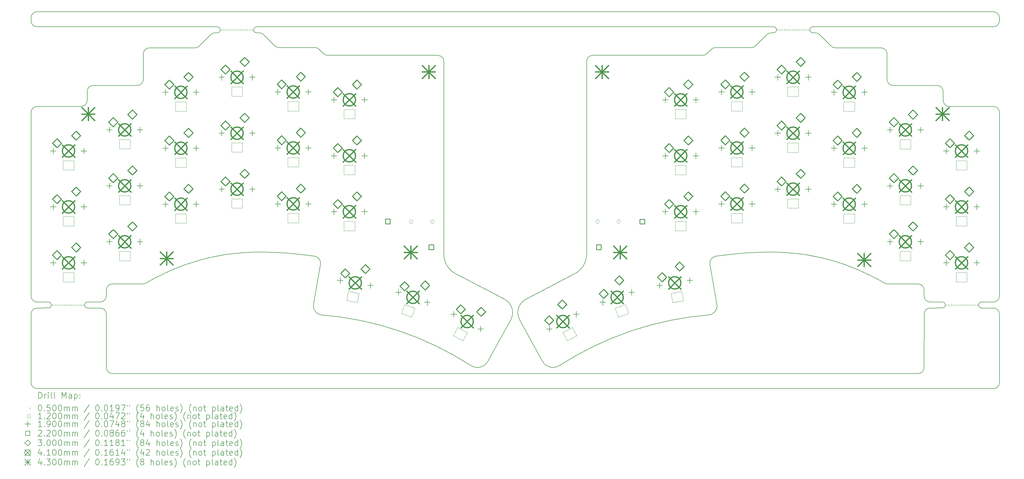
<source format=gbr>
%TF.GenerationSoftware,KiCad,Pcbnew,8.0.1*%
%TF.CreationDate,2024-04-22T22:15:36+02:00*%
%TF.ProjectId,cornia,636f726e-6961-42e6-9b69-6361645f7063,3.0.1*%
%TF.SameCoordinates,Original*%
%TF.FileFunction,Drillmap*%
%TF.FilePolarity,Positive*%
%FSLAX45Y45*%
G04 Gerber Fmt 4.5, Leading zero omitted, Abs format (unit mm)*
G04 Created by KiCad (PCBNEW 8.0.1) date 2024-04-22 22:15:36*
%MOMM*%
%LPD*%
G01*
G04 APERTURE LIST*
%ADD10C,0.200000*%
%ADD11C,0.100000*%
%ADD12C,0.120000*%
%ADD13C,0.190000*%
%ADD14C,0.220000*%
%ADD15C,0.300000*%
%ADD16C,0.410000*%
%ADD17C,0.430000*%
G04 APERTURE END LIST*
D10*
X27124575Y-14507155D02*
G75*
G02*
X26853303Y-14857393I-295595J-51225D01*
G01*
X33800750Y-13828000D02*
X32801014Y-13828000D01*
X36300750Y-5278000D02*
X30310750Y-5278000D01*
X29002539Y-5277290D02*
X11848960Y-5278711D01*
X14008198Y-14857391D02*
G75*
G02*
X13736927Y-14507155I24322J299011D01*
G01*
X36300750Y-14628000D02*
G75*
G02*
X36500750Y-14828000I0J-200000D01*
G01*
X34202171Y-14628000D02*
X34602540Y-14627289D01*
X6860750Y-16606578D02*
X6859329Y-14828000D01*
X13779241Y-12906417D02*
G75*
G02*
X13966784Y-13180753I-44441J-231653D01*
G01*
X4360750Y-8128000D02*
X4360750Y-14228000D01*
X10540750Y-5478000D02*
X10468486Y-5478000D01*
X4360750Y-4978000D02*
X4360750Y-5078000D01*
X4932540Y-14427289D02*
G75*
G02*
X5032541Y-14527289I1J-100001D01*
G01*
X36300750Y-7928000D02*
G75*
G02*
X36500750Y-8128000I10J-199990D01*
G01*
X6224750Y-7728000D02*
G75*
G02*
X6024750Y-7928000I-200000J0D01*
G01*
X34636750Y-7428000D02*
X34636750Y-7728000D01*
X30534435Y-5536578D02*
X30917278Y-5919421D01*
X35910750Y-14628000D02*
X36300750Y-14628000D01*
X6860750Y-14228000D02*
X6860750Y-14028000D01*
X32972750Y-7228000D02*
G75*
G02*
X32772750Y-7028000I0J200000D01*
G01*
X6024750Y-7928000D02*
X4560750Y-7928000D01*
X30310750Y-5478000D02*
G75*
G02*
X30210750Y-5378000I0J100000D01*
G01*
X8088750Y-6178000D02*
X8088750Y-7028000D01*
X29002539Y-5477289D02*
X28924486Y-5478000D01*
X12451278Y-5909421D02*
X12078436Y-5536579D01*
X6224750Y-7428000D02*
X6224750Y-7728000D01*
X13785907Y-5968000D02*
G75*
G02*
X13927330Y-6026577I3J-200000D01*
G01*
X34002172Y-14828000D02*
X34000750Y-16606578D01*
X34602540Y-14428000D02*
G75*
G02*
X34701830Y-14527289I1J-99290D01*
G01*
X13779241Y-12906417D02*
X13563963Y-12877327D01*
X13352747Y-12851652D01*
X13145445Y-12829420D01*
X12941910Y-12810657D01*
X12741995Y-12795389D01*
X12545550Y-12783643D01*
X12352430Y-12775446D01*
X12162485Y-12770824D01*
X11975568Y-12769804D01*
X11791532Y-12772411D01*
X11610229Y-12778674D01*
X11431510Y-12788618D01*
X11255229Y-12802269D01*
X11081238Y-12819656D01*
X10909389Y-12840803D01*
X10739533Y-12865738D01*
X10571525Y-12894487D01*
X10405215Y-12927077D01*
X10240456Y-12963534D01*
X10077100Y-13003885D01*
X9915000Y-13048157D01*
X9754008Y-13096375D01*
X9593976Y-13148567D01*
X9434757Y-13204759D01*
X9276202Y-13264978D01*
X9118165Y-13329250D01*
X8960496Y-13397602D01*
X8803050Y-13470060D01*
X8645677Y-13546652D01*
X8488231Y-13627402D01*
X8330563Y-13712339D01*
X8172525Y-13801489D01*
X7888750Y-7228000D02*
X6424750Y-7228000D01*
X31058699Y-5978000D02*
G75*
G02*
X30917276Y-5919423I1J200010D01*
G01*
X34000750Y-16606578D02*
G75*
G02*
X33790833Y-16807759I-200000J-1422D01*
G01*
X34602540Y-14428000D02*
X34200750Y-14428000D01*
X36500750Y-8128000D02*
X36500750Y-14228000D01*
X14008198Y-14857391D02*
G75*
G02*
X18959778Y-16539482I-869358J-10688178D01*
G01*
X36300750Y-4778000D02*
X4560750Y-4778000D01*
X6860750Y-14028000D02*
G75*
G02*
X7060750Y-13828000I200000J0D01*
G01*
X4560750Y-14428000D02*
G75*
G02*
X4360750Y-14228000I0J200000D01*
G01*
X8172525Y-13801489D02*
G75*
G02*
X8060486Y-13827998I-112036J223489D01*
G01*
X5032539Y-14527289D02*
G75*
G02*
X4932540Y-14627289I-99999J-1D01*
G01*
X11937014Y-5478000D02*
G75*
G02*
X12078434Y-5536581I-4J-200000D01*
G01*
X10540750Y-5278000D02*
G75*
G02*
X10640750Y-5378000I0J-100000D01*
G01*
X36300750Y-17308000D02*
X4560750Y-17308000D01*
X4360750Y-8128000D02*
G75*
G02*
X4560750Y-7928000I200000J0D01*
G01*
X4360750Y-14828000D02*
X4360750Y-17108000D01*
X17860750Y-6228000D02*
X14211593Y-6228000D01*
X21333847Y-16395839D02*
X20579086Y-15019151D01*
X6659329Y-14628000D02*
G75*
G02*
X6859330Y-14828000I1J-200000D01*
G01*
X26791329Y-6169421D02*
G75*
G02*
X26649907Y-6227998I-141419J141421D01*
G01*
X30393014Y-5478000D02*
G75*
G02*
X30534432Y-5536581I-14J-200020D01*
G01*
X36500750Y-14228000D02*
G75*
G02*
X36300750Y-14428000I-200000J0D01*
G01*
X14211593Y-6228000D02*
G75*
G02*
X14070170Y-6169423I-3J200000D01*
G01*
X19527653Y-16395839D02*
X20282414Y-15019151D01*
X6224750Y-7428000D02*
G75*
G02*
X6424750Y-7228000I200000J0D01*
G01*
X26934170Y-6026577D02*
G75*
G02*
X27075593Y-5968000I141420J-141423D01*
G01*
X4560750Y-17308000D02*
G75*
G02*
X4360750Y-17108000I0J200000D01*
G01*
X7060750Y-13828000D02*
X8060486Y-13828000D01*
X14070171Y-6169421D02*
X13927329Y-6026579D01*
X21901723Y-16539484D02*
G75*
G02*
X26853303Y-14857394I5820937J-9006086D01*
G01*
X17860750Y-6228000D02*
G75*
G02*
X18060750Y-6428000I0J-200000D01*
G01*
X12592699Y-5968000D02*
G75*
G02*
X12451278Y-5909421I1J200000D01*
G01*
X4560750Y-14428000D02*
X4932540Y-14427289D01*
X22303570Y-13535871D02*
X20753202Y-14354357D01*
X9802801Y-5978000D02*
X8288750Y-5978000D01*
X36500750Y-5078000D02*
X36500750Y-4978000D01*
X22800750Y-6428000D02*
G75*
G02*
X23000750Y-6228000I200000J0D01*
G01*
X34200750Y-14428000D02*
G75*
G02*
X34000750Y-14228000I0J200000D01*
G01*
X11937014Y-5478000D02*
X11848961Y-5478710D01*
X29002539Y-5277290D02*
G75*
G02*
X29102540Y-5377289I1J-100001D01*
G01*
X33800750Y-13828000D02*
G75*
G02*
X34000750Y-14028000I0J-200000D01*
G01*
X34000750Y-14228000D02*
X34000750Y-14028000D01*
X20579086Y-15019151D02*
G75*
G02*
X20753200Y-14354354I438434J240371D01*
G01*
X31058699Y-5978000D02*
X32572750Y-5978000D01*
X34836750Y-7928000D02*
X36300750Y-7928000D01*
X30393014Y-5478000D02*
X30310750Y-5478000D01*
X23000750Y-6228000D02*
X26649907Y-6228000D01*
X6860750Y-14228000D02*
G75*
G02*
X6660750Y-14428000I-200000J0D01*
G01*
X29102539Y-5377289D02*
G75*
G02*
X29002539Y-5477289I-99999J-1D01*
G01*
X4360750Y-14828000D02*
G75*
G02*
X4560750Y-14628000I200000J0D01*
G01*
X8088750Y-7028000D02*
G75*
G02*
X7888750Y-7228000I-200000J0D01*
G01*
X20108298Y-14354357D02*
G75*
G02*
X20282410Y-15019149I-264318J-424423D01*
G01*
X4560750Y-5278000D02*
G75*
G02*
X4360750Y-5078000I0J200000D01*
G01*
X10640750Y-5378000D02*
G75*
G02*
X10540750Y-5478000I-100000J0D01*
G01*
X26894722Y-13180751D02*
G75*
G02*
X27082258Y-12906411I231978J42692D01*
G01*
X32772750Y-6178000D02*
X32772750Y-7028000D01*
X7070667Y-16807759D02*
G75*
G02*
X6860750Y-16606578I-9917J199759D01*
G01*
X18557930Y-13535872D02*
G75*
G02*
X18060750Y-12878000I252820J707872D01*
G01*
X28410222Y-5909421D02*
X28783064Y-5536579D01*
X28783064Y-5536579D02*
G75*
G02*
X28924486Y-5478002I141406J-141391D01*
G01*
X36500750Y-17108000D02*
G75*
G02*
X36300750Y-17308000I-200000J0D01*
G01*
X6240750Y-14628000D02*
G75*
G02*
X6140750Y-14528000I0J100000D01*
G01*
X32972750Y-7228000D02*
X34436750Y-7228000D01*
X18557930Y-13535872D02*
X20108298Y-14354357D01*
X27075593Y-5968000D02*
X28268800Y-5968000D01*
X36500750Y-17108000D02*
X36500750Y-14828000D01*
X36500750Y-5078000D02*
G75*
G02*
X36300750Y-5278000I-200000J0D01*
G01*
X19527653Y-16395839D02*
G75*
G02*
X18959781Y-16539478I-350743J192299D01*
G01*
X11748961Y-5378711D02*
G75*
G02*
X11848960Y-5278711I99999J1D01*
G01*
X34436750Y-7228000D02*
G75*
G02*
X34636750Y-7428000I0J-200000D01*
G01*
X21901722Y-16539483D02*
G75*
G02*
X21333842Y-16395841I-217132J335943D01*
G01*
X28410222Y-5909421D02*
G75*
G02*
X28268800Y-5967996I-141412J141411D01*
G01*
X18060750Y-12878000D02*
X18060750Y-6428000D01*
X22800750Y-12878000D02*
G75*
G02*
X22303570Y-13535871I-750000J50000D01*
G01*
X10327065Y-5536579D02*
X9944222Y-5919421D01*
X35910750Y-14628000D02*
G75*
G02*
X35810750Y-14528000I0J100000D01*
G01*
X9944221Y-5919421D02*
G75*
G02*
X9802801Y-5978000I-141421J141421D01*
G01*
X10327065Y-5536579D02*
G75*
G02*
X10468486Y-5477997I141425J-141421D01*
G01*
X32572750Y-5978000D02*
G75*
G02*
X32772750Y-6178000I0J-200000D01*
G01*
X6240750Y-14428000D02*
X6660750Y-14428000D01*
X11848961Y-5478710D02*
G75*
G02*
X11748960Y-5378711I-1J100000D01*
G01*
X8088750Y-6178000D02*
G75*
G02*
X8288750Y-5978000I200000J0D01*
G01*
X34836750Y-7928000D02*
G75*
G02*
X34636750Y-7728000I0J200000D01*
G01*
X4360750Y-4978000D02*
G75*
G02*
X4560750Y-4778000I200000J0D01*
G01*
X36300750Y-4778000D02*
G75*
G02*
X36500750Y-4978000I0J-200000D01*
G01*
X4560750Y-14628000D02*
X4932540Y-14627289D01*
X34702539Y-14527289D02*
G75*
G02*
X34602540Y-14627289I-99999J-1D01*
G01*
X13966778Y-13180752D02*
X13736924Y-14507155D01*
X35910750Y-14428000D02*
X36300750Y-14428000D01*
X26791329Y-6169421D02*
X26934170Y-6026577D01*
X26894722Y-13180751D02*
X27124576Y-14507155D01*
X6140750Y-14528000D02*
G75*
G02*
X6240750Y-14428000I100000J0D01*
G01*
X10540750Y-5278000D02*
X4560750Y-5278000D01*
X6240750Y-14628000D02*
X6659329Y-14628000D01*
X32801014Y-13828000D02*
G75*
G02*
X32688973Y-13801490I-14J249960D01*
G01*
X13785907Y-5968000D02*
X12592699Y-5968000D01*
X33790833Y-16807759D02*
X7070750Y-16808000D01*
X27082259Y-12906417D02*
X27297537Y-12877327D01*
X27508753Y-12851652D01*
X27716054Y-12829420D01*
X27919589Y-12810657D01*
X28119505Y-12795389D01*
X28315949Y-12783643D01*
X28509070Y-12775446D01*
X28699015Y-12770824D01*
X28885932Y-12769803D01*
X29069968Y-12772411D01*
X29251271Y-12778674D01*
X29429989Y-12788618D01*
X29606270Y-12802269D01*
X29780262Y-12819656D01*
X29952111Y-12840803D01*
X30121966Y-12865738D01*
X30289975Y-12894487D01*
X30456285Y-12927077D01*
X30621044Y-12963534D01*
X30784400Y-13003885D01*
X30946500Y-13048157D01*
X31107492Y-13096375D01*
X31267524Y-13148567D01*
X31426743Y-13204759D01*
X31585298Y-13264978D01*
X31743335Y-13329250D01*
X31901003Y-13397602D01*
X32058450Y-13470060D01*
X32215823Y-13546652D01*
X32373269Y-13627402D01*
X32530937Y-13712339D01*
X32688974Y-13801488D01*
X35810750Y-14528000D02*
G75*
G02*
X35910750Y-14428000I100000J0D01*
G01*
X34002172Y-14828000D02*
G75*
G02*
X34202171Y-14628001I199999J0D01*
G01*
X30210750Y-5378000D02*
G75*
G02*
X30310750Y-5278000I100000J0D01*
G01*
X22800750Y-12878000D02*
X22800750Y-6428000D01*
D11*
X5425950Y-9725450D02*
X5425950Y-10035450D01*
X5425950Y-10035450D02*
X5785950Y-10035450D01*
X5785950Y-9725450D02*
X5425950Y-9725450D01*
X5785950Y-10035450D02*
X5785950Y-9725450D01*
X7289950Y-9025450D02*
X7289950Y-9335450D01*
X7289950Y-9335450D02*
X7649950Y-9335450D01*
X7649950Y-9025450D02*
X7289950Y-9025450D01*
X7649950Y-9335450D02*
X7649950Y-9025450D01*
X9153950Y-7775450D02*
X9153950Y-8085450D01*
X9153950Y-8085450D02*
X9513950Y-8085450D01*
X9513950Y-7775450D02*
X9153950Y-7775450D01*
X9513950Y-8085450D02*
X9513950Y-7775450D01*
X11017950Y-7275450D02*
X11017950Y-7585450D01*
X11017950Y-7585450D02*
X11377950Y-7585450D01*
X11377950Y-7275450D02*
X11017950Y-7275450D01*
X11377950Y-7585450D02*
X11377950Y-7275450D01*
X12881950Y-7765450D02*
X12881950Y-8075450D01*
X12881950Y-8075450D02*
X13241950Y-8075450D01*
X13241950Y-7765450D02*
X12881950Y-7765450D01*
X13241950Y-8075450D02*
X13241950Y-7765450D01*
X14745950Y-8025450D02*
X14745950Y-8335450D01*
X14745950Y-8335450D02*
X15105950Y-8335450D01*
X15105950Y-8025450D02*
X14745950Y-8025450D01*
X15105950Y-8335450D02*
X15105950Y-8025450D01*
X5425950Y-11585450D02*
X5425950Y-11895450D01*
X5425950Y-11895450D02*
X5785950Y-11895450D01*
X5785950Y-11585450D02*
X5425950Y-11585450D01*
X5785950Y-11895450D02*
X5785950Y-11585450D01*
X7289950Y-10885450D02*
X7289950Y-11195450D01*
X7289950Y-11195450D02*
X7649950Y-11195450D01*
X7649950Y-10885450D02*
X7289950Y-10885450D01*
X7649950Y-11195450D02*
X7649950Y-10885450D01*
X9153950Y-9635450D02*
X9153950Y-9945450D01*
X9153950Y-9945450D02*
X9513950Y-9945450D01*
X9513950Y-9635450D02*
X9153950Y-9635450D01*
X9513950Y-9945450D02*
X9513950Y-9635450D01*
X11017950Y-9135450D02*
X11017950Y-9445450D01*
X11017950Y-9445450D02*
X11377950Y-9445450D01*
X11377950Y-9135450D02*
X11017950Y-9135450D01*
X11377950Y-9445450D02*
X11377950Y-9135450D01*
X12881950Y-9625450D02*
X12881950Y-9935450D01*
X12881950Y-9935450D02*
X13241950Y-9935450D01*
X13241950Y-9625450D02*
X12881950Y-9625450D01*
X13241950Y-9935450D02*
X13241950Y-9625450D01*
X14745950Y-9885450D02*
X14745950Y-10195450D01*
X14745950Y-10195450D02*
X15105950Y-10195450D01*
X15105950Y-9885450D02*
X14745950Y-9885450D01*
X15105950Y-10195450D02*
X15105950Y-9885450D01*
X5425950Y-13445450D02*
X5425950Y-13755450D01*
X5425950Y-13755450D02*
X5785950Y-13755450D01*
X5785950Y-13445450D02*
X5425950Y-13445450D01*
X5785950Y-13755450D02*
X5785950Y-13445450D01*
X7289950Y-12745450D02*
X7289950Y-13055450D01*
X7289950Y-13055450D02*
X7649950Y-13055450D01*
X7649950Y-12745450D02*
X7289950Y-12745450D01*
X7649950Y-13055450D02*
X7649950Y-12745450D01*
X9153950Y-11495450D02*
X9153950Y-11805450D01*
X9153950Y-11805450D02*
X9513950Y-11805450D01*
X9513950Y-11495450D02*
X9153950Y-11495450D01*
X9513950Y-11805450D02*
X9513950Y-11495450D01*
X11017950Y-10995450D02*
X11017950Y-11305450D01*
X11017950Y-11305450D02*
X11377950Y-11305450D01*
X11377950Y-10995450D02*
X11017950Y-10995450D01*
X11377950Y-11305450D02*
X11377950Y-10995450D01*
X14745950Y-11745450D02*
X14745950Y-12055450D01*
X14745950Y-12055450D02*
X15105950Y-12055450D01*
X15105950Y-11745450D02*
X14745950Y-11745450D01*
X15105950Y-12055450D02*
X15105950Y-11745450D01*
X18375193Y-15542915D02*
X18690573Y-15716511D01*
X18524679Y-15271338D02*
X18375193Y-15542915D01*
X18690573Y-15716511D02*
X18840058Y-15444935D01*
X18840058Y-15444935D02*
X18524679Y-15271338D01*
X29470050Y-9136000D02*
X29470050Y-9446000D01*
X29470050Y-9446000D02*
X29830050Y-9446000D01*
X29830050Y-9136000D02*
X29470050Y-9136000D01*
X29830050Y-9446000D02*
X29830050Y-9136000D01*
X27606050Y-9626000D02*
X27606050Y-9936000D01*
X27606050Y-9936000D02*
X27966050Y-9936000D01*
X27966050Y-9626000D02*
X27606050Y-9626000D01*
X27966050Y-9936000D02*
X27966050Y-9626000D01*
X25742050Y-9886000D02*
X25742050Y-10196000D01*
X25742050Y-10196000D02*
X26102050Y-10196000D01*
X26102050Y-9886000D02*
X25742050Y-9886000D01*
X26102050Y-10196000D02*
X26102050Y-9886000D01*
X35062050Y-13446000D02*
X35062050Y-13756000D01*
X35062050Y-13756000D02*
X35422050Y-13756000D01*
X35422050Y-13446000D02*
X35062050Y-13446000D01*
X35422050Y-13756000D02*
X35422050Y-13446000D01*
X33198050Y-12746000D02*
X33198050Y-13056000D01*
X33198050Y-13056000D02*
X33558050Y-13056000D01*
X33558050Y-12746000D02*
X33198050Y-12746000D01*
X33558050Y-13056000D02*
X33558050Y-12746000D01*
X31334050Y-11496000D02*
X31334050Y-11806000D01*
X31334050Y-11806000D02*
X31694050Y-11806000D01*
X31694050Y-11496000D02*
X31334050Y-11496000D01*
X31694050Y-11806000D02*
X31694050Y-11496000D01*
X29470050Y-10996000D02*
X29470050Y-11306000D01*
X29470050Y-11306000D02*
X29830050Y-11306000D01*
X29830050Y-10996000D02*
X29470050Y-10996000D01*
X29830050Y-11306000D02*
X29830050Y-10996000D01*
X27606050Y-11486000D02*
X27606050Y-11796000D01*
X27606050Y-11796000D02*
X27966050Y-11796000D01*
X27966050Y-11486000D02*
X27606050Y-11486000D01*
X27966050Y-11796000D02*
X27966050Y-11486000D01*
X25742050Y-11746000D02*
X25742050Y-12056000D01*
X25742050Y-12056000D02*
X26102050Y-12056000D01*
X26102050Y-11746000D02*
X25742050Y-11746000D01*
X26102050Y-12056000D02*
X26102050Y-11746000D01*
X25602360Y-14138050D02*
X25655285Y-14443499D01*
X25655285Y-14443499D02*
X26010000Y-14382038D01*
X25957075Y-14076589D02*
X25602360Y-14138050D01*
X26010000Y-14382038D02*
X25957075Y-14076589D01*
X23748759Y-14634034D02*
X23851371Y-14926558D01*
X23851371Y-14926558D02*
X24191077Y-14807395D01*
X24088465Y-14514871D02*
X23748759Y-14634034D01*
X24191077Y-14807395D02*
X24088465Y-14514871D01*
X14838073Y-14381420D02*
X15192788Y-14442881D01*
X14890998Y-14075971D02*
X14838073Y-14381420D01*
X15192788Y-14442881D02*
X15245713Y-14137433D01*
X15245713Y-14137433D02*
X14890998Y-14075971D01*
X16657600Y-14807304D02*
X16997306Y-14926467D01*
X16760212Y-14514779D02*
X16657600Y-14807304D01*
X16997306Y-14926467D02*
X17099918Y-14633942D01*
X17099918Y-14633942D02*
X16760212Y-14514779D01*
X12881950Y-11485450D02*
X12881950Y-11795450D01*
X12881950Y-11795450D02*
X13241950Y-11795450D01*
X13241950Y-11485450D02*
X12881950Y-11485450D01*
X13241950Y-11795450D02*
X13241950Y-11485450D01*
X35062050Y-9726000D02*
X35062050Y-10036000D01*
X35062050Y-10036000D02*
X35422050Y-10036000D01*
X35422050Y-9726000D02*
X35062050Y-9726000D01*
X35422050Y-10036000D02*
X35422050Y-9726000D01*
X33198050Y-9026000D02*
X33198050Y-9336000D01*
X33198050Y-9336000D02*
X33558050Y-9336000D01*
X33558050Y-9026000D02*
X33198050Y-9026000D01*
X33558050Y-9336000D02*
X33558050Y-9026000D01*
X31334050Y-7776000D02*
X31334050Y-8086000D01*
X31334050Y-8086000D02*
X31694050Y-8086000D01*
X31694050Y-7776000D02*
X31334050Y-7776000D01*
X31694050Y-8086000D02*
X31694050Y-7776000D01*
X29470050Y-7276000D02*
X29470050Y-7586000D01*
X29470050Y-7586000D02*
X29830050Y-7586000D01*
X29830050Y-7276000D02*
X29470050Y-7276000D01*
X29830050Y-7586000D02*
X29830050Y-7276000D01*
X27606050Y-7766000D02*
X27606050Y-8076000D01*
X27606050Y-8076000D02*
X27966050Y-8076000D01*
X27966050Y-7766000D02*
X27606050Y-7766000D01*
X27966050Y-8076000D02*
X27966050Y-7766000D01*
X25742050Y-8026000D02*
X25742050Y-8336000D01*
X25742050Y-8336000D02*
X26102050Y-8336000D01*
X26102050Y-8026000D02*
X25742050Y-8026000D01*
X26102050Y-8336000D02*
X26102050Y-8026000D01*
X35062050Y-11586000D02*
X35062050Y-11896000D01*
X35062050Y-11896000D02*
X35422050Y-11896000D01*
X35422050Y-11586000D02*
X35062050Y-11586000D01*
X35422050Y-11896000D02*
X35422050Y-11586000D01*
X33198050Y-10886000D02*
X33198050Y-11196000D01*
X33198050Y-11196000D02*
X33558050Y-11196000D01*
X33558050Y-10886000D02*
X33198050Y-10886000D01*
X33558050Y-11196000D02*
X33558050Y-10886000D01*
X31334050Y-9636000D02*
X31334050Y-9946000D01*
X31334050Y-9946000D02*
X31694050Y-9946000D01*
X31694050Y-9636000D02*
X31334050Y-9636000D01*
X31694050Y-9946000D02*
X31694050Y-9636000D01*
X22008592Y-15445060D02*
X22158078Y-15716636D01*
X22158078Y-15716636D02*
X22473457Y-15543040D01*
X22323971Y-15271463D02*
X22008592Y-15445060D01*
X22473457Y-15543040D02*
X22323971Y-15271463D01*
D10*
D11*
X5046706Y-14502289D02*
X5096706Y-14552289D01*
X5096706Y-14502289D02*
X5046706Y-14552289D01*
X5125873Y-14502289D02*
X5175873Y-14552289D01*
X5175873Y-14502289D02*
X5125873Y-14552289D01*
X5205040Y-14502289D02*
X5255040Y-14552289D01*
X5255040Y-14502289D02*
X5205040Y-14552289D01*
X5284206Y-14502289D02*
X5334206Y-14552289D01*
X5334206Y-14502289D02*
X5284206Y-14552289D01*
X5363373Y-14502289D02*
X5413373Y-14552289D01*
X5413373Y-14502289D02*
X5363373Y-14552289D01*
X5442540Y-14502289D02*
X5492540Y-14552289D01*
X5492540Y-14502289D02*
X5442540Y-14552289D01*
X5521706Y-14502289D02*
X5571706Y-14552289D01*
X5571706Y-14502289D02*
X5521706Y-14552289D01*
X5597539Y-14502289D02*
X5647539Y-14552289D01*
X5647539Y-14502289D02*
X5597539Y-14552289D01*
X5676706Y-14502289D02*
X5726706Y-14552289D01*
X5726706Y-14502289D02*
X5676706Y-14552289D01*
X5755873Y-14502289D02*
X5805873Y-14552289D01*
X5805873Y-14502289D02*
X5755873Y-14552289D01*
X5835039Y-14502289D02*
X5885039Y-14552289D01*
X5885039Y-14502289D02*
X5835039Y-14552289D01*
X5914206Y-14502289D02*
X5964206Y-14552289D01*
X5964206Y-14502289D02*
X5914206Y-14552289D01*
X5993373Y-14502289D02*
X6043373Y-14552289D01*
X6043373Y-14502289D02*
X5993373Y-14552289D01*
X6072539Y-14502289D02*
X6122539Y-14552289D01*
X6122539Y-14502289D02*
X6072539Y-14552289D01*
X10654917Y-5353000D02*
X10704917Y-5403000D01*
X10704917Y-5353000D02*
X10654917Y-5403000D01*
X10734083Y-5353000D02*
X10784083Y-5403000D01*
X10784083Y-5353000D02*
X10734083Y-5403000D01*
X10813250Y-5353000D02*
X10863250Y-5403000D01*
X10863250Y-5353000D02*
X10813250Y-5403000D01*
X10892417Y-5353000D02*
X10942417Y-5403000D01*
X10942417Y-5353000D02*
X10892417Y-5403000D01*
X10971583Y-5353000D02*
X11021583Y-5403000D01*
X11021583Y-5353000D02*
X10971583Y-5403000D01*
X11050750Y-5353000D02*
X11100750Y-5403000D01*
X11100750Y-5353000D02*
X11050750Y-5403000D01*
X11129917Y-5353000D02*
X11179917Y-5403000D01*
X11179917Y-5353000D02*
X11129917Y-5403000D01*
X11205750Y-5353000D02*
X11255750Y-5403000D01*
X11255750Y-5353000D02*
X11205750Y-5403000D01*
X11284917Y-5353000D02*
X11334917Y-5403000D01*
X11334917Y-5353000D02*
X11284917Y-5403000D01*
X11364083Y-5353000D02*
X11414083Y-5403000D01*
X11414083Y-5353000D02*
X11364083Y-5403000D01*
X11443250Y-5353000D02*
X11493250Y-5403000D01*
X11493250Y-5353000D02*
X11443250Y-5403000D01*
X11522417Y-5353000D02*
X11572417Y-5403000D01*
X11572417Y-5353000D02*
X11522417Y-5403000D01*
X11601583Y-5353000D02*
X11651583Y-5403000D01*
X11651583Y-5353000D02*
X11601583Y-5403000D01*
X11680750Y-5353000D02*
X11730750Y-5403000D01*
X11730750Y-5353000D02*
X11680750Y-5403000D01*
X29116706Y-5352290D02*
X29166706Y-5402290D01*
X29166706Y-5352290D02*
X29116706Y-5402290D01*
X29195873Y-5352290D02*
X29245873Y-5402290D01*
X29245873Y-5352290D02*
X29195873Y-5402290D01*
X29275039Y-5352290D02*
X29325039Y-5402290D01*
X29325039Y-5352290D02*
X29275039Y-5402290D01*
X29354206Y-5352290D02*
X29404206Y-5402290D01*
X29404206Y-5352290D02*
X29354206Y-5402290D01*
X29433373Y-5352290D02*
X29483373Y-5402290D01*
X29483373Y-5352290D02*
X29433373Y-5402290D01*
X29512539Y-5352290D02*
X29562539Y-5402290D01*
X29562539Y-5352290D02*
X29512539Y-5402290D01*
X29591706Y-5352290D02*
X29641706Y-5402290D01*
X29641706Y-5352290D02*
X29591706Y-5402290D01*
X29667539Y-5352290D02*
X29717539Y-5402290D01*
X29717539Y-5352290D02*
X29667539Y-5402290D01*
X29746706Y-5352290D02*
X29796706Y-5402290D01*
X29796706Y-5352290D02*
X29746706Y-5402290D01*
X29825873Y-5352290D02*
X29875873Y-5402290D01*
X29875873Y-5352290D02*
X29825873Y-5402290D01*
X29905039Y-5352290D02*
X29955039Y-5402290D01*
X29955039Y-5352290D02*
X29905039Y-5402290D01*
X29984206Y-5352290D02*
X30034206Y-5402290D01*
X30034206Y-5352290D02*
X29984206Y-5402290D01*
X30063373Y-5352290D02*
X30113373Y-5402290D01*
X30113373Y-5352290D02*
X30063373Y-5402290D01*
X30142539Y-5352290D02*
X30192539Y-5402290D01*
X30192539Y-5352290D02*
X30142539Y-5402290D01*
X34716706Y-14502289D02*
X34766706Y-14552289D01*
X34766706Y-14502289D02*
X34716706Y-14552289D01*
X34795873Y-14502289D02*
X34845873Y-14552289D01*
X34845873Y-14502289D02*
X34795873Y-14552289D01*
X34875040Y-14502289D02*
X34925040Y-14552289D01*
X34925040Y-14502289D02*
X34875040Y-14552289D01*
X34954206Y-14502289D02*
X35004206Y-14552289D01*
X35004206Y-14502289D02*
X34954206Y-14552289D01*
X35033373Y-14502289D02*
X35083373Y-14552289D01*
X35083373Y-14502289D02*
X35033373Y-14552289D01*
X35112540Y-14502289D02*
X35162540Y-14552289D01*
X35162540Y-14502289D02*
X35112540Y-14552289D01*
X35191706Y-14502289D02*
X35241706Y-14552289D01*
X35241706Y-14502289D02*
X35191706Y-14552289D01*
X35267540Y-14502289D02*
X35317540Y-14552289D01*
X35317540Y-14502289D02*
X35267540Y-14552289D01*
X35346706Y-14502289D02*
X35396706Y-14552289D01*
X35396706Y-14502289D02*
X35346706Y-14552289D01*
X35425873Y-14502289D02*
X35475873Y-14552289D01*
X35475873Y-14502289D02*
X35425873Y-14552289D01*
X35505040Y-14502289D02*
X35555040Y-14552289D01*
X35555040Y-14502289D02*
X35505040Y-14552289D01*
X35584206Y-14502289D02*
X35634206Y-14552289D01*
X35634206Y-14502289D02*
X35584206Y-14552289D01*
X35663373Y-14502289D02*
X35713373Y-14552289D01*
X35713373Y-14502289D02*
X35663373Y-14552289D01*
X35742540Y-14502289D02*
X35792540Y-14552289D01*
X35792540Y-14502289D02*
X35742540Y-14552289D01*
D12*
X17038650Y-11754150D02*
G75*
G02*
X16918650Y-11754150I-60000J0D01*
G01*
X16918650Y-11754150D02*
G75*
G02*
X17038650Y-11754150I60000J0D01*
G01*
X17738650Y-11754150D02*
G75*
G02*
X17618650Y-11754150I-60000J0D01*
G01*
X17618650Y-11754150D02*
G75*
G02*
X17738650Y-11754150I60000J0D01*
G01*
X23225050Y-11752500D02*
G75*
G02*
X23105050Y-11752500I-60000J0D01*
G01*
X23105050Y-11752500D02*
G75*
G02*
X23225050Y-11752500I60000J0D01*
G01*
X23925050Y-11752500D02*
G75*
G02*
X23805050Y-11752500I-60000J0D01*
G01*
X23805050Y-11752500D02*
G75*
G02*
X23925050Y-11752500I60000J0D01*
G01*
D13*
X5097950Y-9310450D02*
X5097950Y-9500450D01*
X5002950Y-9405450D02*
X5192950Y-9405450D01*
X5097950Y-11170450D02*
X5097950Y-11360450D01*
X5002950Y-11265450D02*
X5192950Y-11265450D01*
X5097950Y-13030450D02*
X5097950Y-13220450D01*
X5002950Y-13125450D02*
X5192950Y-13125450D01*
X6113950Y-9310450D02*
X6113950Y-9500450D01*
X6018950Y-9405450D02*
X6208950Y-9405450D01*
X6113950Y-11170450D02*
X6113950Y-11360450D01*
X6018950Y-11265450D02*
X6208950Y-11265450D01*
X6113950Y-13030450D02*
X6113950Y-13220450D01*
X6018950Y-13125450D02*
X6208950Y-13125450D01*
X6961950Y-8610450D02*
X6961950Y-8800450D01*
X6866950Y-8705450D02*
X7056950Y-8705450D01*
X6961950Y-10470450D02*
X6961950Y-10660450D01*
X6866950Y-10565450D02*
X7056950Y-10565450D01*
X6961950Y-12330450D02*
X6961950Y-12520450D01*
X6866950Y-12425450D02*
X7056950Y-12425450D01*
X7977950Y-8610450D02*
X7977950Y-8800450D01*
X7882950Y-8705450D02*
X8072950Y-8705450D01*
X7977950Y-10470450D02*
X7977950Y-10660450D01*
X7882950Y-10565450D02*
X8072950Y-10565450D01*
X7977950Y-12330450D02*
X7977950Y-12520450D01*
X7882950Y-12425450D02*
X8072950Y-12425450D01*
X8825950Y-7360450D02*
X8825950Y-7550450D01*
X8730950Y-7455450D02*
X8920950Y-7455450D01*
X8825950Y-9220450D02*
X8825950Y-9410450D01*
X8730950Y-9315450D02*
X8920950Y-9315450D01*
X8825950Y-11080450D02*
X8825950Y-11270450D01*
X8730950Y-11175450D02*
X8920950Y-11175450D01*
X9841950Y-7360450D02*
X9841950Y-7550450D01*
X9746950Y-7455450D02*
X9936950Y-7455450D01*
X9841950Y-9220450D02*
X9841950Y-9410450D01*
X9746950Y-9315450D02*
X9936950Y-9315450D01*
X9841950Y-11080450D02*
X9841950Y-11270450D01*
X9746950Y-11175450D02*
X9936950Y-11175450D01*
X10689950Y-6860450D02*
X10689950Y-7050450D01*
X10594950Y-6955450D02*
X10784950Y-6955450D01*
X10689950Y-8720450D02*
X10689950Y-8910450D01*
X10594950Y-8815450D02*
X10784950Y-8815450D01*
X10689950Y-10580450D02*
X10689950Y-10770450D01*
X10594950Y-10675450D02*
X10784950Y-10675450D01*
X11705950Y-6860450D02*
X11705950Y-7050450D01*
X11610950Y-6955450D02*
X11800950Y-6955450D01*
X11705950Y-8720450D02*
X11705950Y-8910450D01*
X11610950Y-8815450D02*
X11800950Y-8815450D01*
X11705950Y-10580450D02*
X11705950Y-10770450D01*
X11610950Y-10675450D02*
X11800950Y-10675450D01*
X12553950Y-7350450D02*
X12553950Y-7540450D01*
X12458950Y-7445450D02*
X12648950Y-7445450D01*
X12553950Y-9210450D02*
X12553950Y-9400450D01*
X12458950Y-9305450D02*
X12648950Y-9305450D01*
X12553950Y-11070450D02*
X12553950Y-11260450D01*
X12458950Y-11165450D02*
X12648950Y-11165450D01*
X13569950Y-7350450D02*
X13569950Y-7540450D01*
X13474950Y-7445450D02*
X13664950Y-7445450D01*
X13569950Y-9210450D02*
X13569950Y-9400450D01*
X13474950Y-9305450D02*
X13664950Y-9305450D01*
X13569950Y-11070450D02*
X13569950Y-11260450D01*
X13474950Y-11165450D02*
X13664950Y-11165450D01*
X14417950Y-7610450D02*
X14417950Y-7800450D01*
X14322950Y-7705450D02*
X14512950Y-7705450D01*
X14417950Y-9470450D02*
X14417950Y-9660450D01*
X14322950Y-9565450D02*
X14512950Y-9565450D01*
X14417950Y-11330450D02*
X14417950Y-11520450D01*
X14322950Y-11425450D02*
X14512950Y-11425450D01*
X14622446Y-13609671D02*
X14622446Y-13799671D01*
X14527446Y-13704671D02*
X14717446Y-13704671D01*
X15433950Y-7610450D02*
X15433950Y-7800450D01*
X15338950Y-7705450D02*
X15528950Y-7705450D01*
X15433950Y-9470450D02*
X15433950Y-9660450D01*
X15338950Y-9565450D02*
X15528950Y-9565450D01*
X15433950Y-11330450D02*
X15433950Y-11520450D01*
X15338950Y-11425450D02*
X15528950Y-11425450D01*
X15623530Y-13783128D02*
X15623530Y-13973128D01*
X15528530Y-13878128D02*
X15718530Y-13878128D01*
X16555625Y-14009248D02*
X16555625Y-14199248D01*
X16460625Y-14104248D02*
X16650625Y-14104248D01*
X17514351Y-14345552D02*
X17514351Y-14535552D01*
X17419351Y-14440552D02*
X17609351Y-14440552D01*
X18390914Y-14737436D02*
X18390914Y-14927436D01*
X18295914Y-14832436D02*
X18485914Y-14832436D01*
X19280986Y-15227364D02*
X19280986Y-15417364D01*
X19185986Y-15322364D02*
X19375986Y-15322364D01*
X21567664Y-15227489D02*
X21567664Y-15417489D01*
X21472664Y-15322489D02*
X21662664Y-15322489D01*
X22457736Y-14737561D02*
X22457736Y-14927561D01*
X22362736Y-14832561D02*
X22552736Y-14832561D01*
X23334326Y-14345643D02*
X23334326Y-14535643D01*
X23239326Y-14440643D02*
X23429326Y-14440643D01*
X24293052Y-14009339D02*
X24293052Y-14199339D01*
X24198052Y-14104339D02*
X24388052Y-14104339D01*
X25225148Y-13783134D02*
X25225148Y-13973134D01*
X25130148Y-13878134D02*
X25320148Y-13878134D01*
X25414050Y-7611000D02*
X25414050Y-7801000D01*
X25319050Y-7706000D02*
X25509050Y-7706000D01*
X25414750Y-9470500D02*
X25414750Y-9660500D01*
X25319750Y-9565500D02*
X25509750Y-9565500D01*
X25414750Y-11330500D02*
X25414750Y-11520500D01*
X25319750Y-11425500D02*
X25509750Y-11425500D01*
X26226232Y-13609677D02*
X26226232Y-13799677D01*
X26131232Y-13704677D02*
X26321232Y-13704677D01*
X26430050Y-7611000D02*
X26430050Y-7801000D01*
X26335050Y-7706000D02*
X26525050Y-7706000D01*
X26430750Y-9470500D02*
X26430750Y-9660500D01*
X26335750Y-9565500D02*
X26525750Y-9565500D01*
X26430750Y-11330500D02*
X26430750Y-11520500D01*
X26335750Y-11425500D02*
X26525750Y-11425500D01*
X27278750Y-7350500D02*
X27278750Y-7540500D01*
X27183750Y-7445500D02*
X27373750Y-7445500D01*
X27278750Y-9210500D02*
X27278750Y-9400500D01*
X27183750Y-9305500D02*
X27373750Y-9305500D01*
X27278750Y-11070500D02*
X27278750Y-11260500D01*
X27183750Y-11165500D02*
X27373750Y-11165500D01*
X28294750Y-7350500D02*
X28294750Y-7540500D01*
X28199750Y-7445500D02*
X28389750Y-7445500D01*
X28294750Y-9210500D02*
X28294750Y-9400500D01*
X28199750Y-9305500D02*
X28389750Y-9305500D01*
X28294750Y-11070500D02*
X28294750Y-11260500D01*
X28199750Y-11165500D02*
X28389750Y-11165500D01*
X29142750Y-6860500D02*
X29142750Y-7050500D01*
X29047750Y-6955500D02*
X29237750Y-6955500D01*
X29142750Y-8720500D02*
X29142750Y-8910500D01*
X29047750Y-8815500D02*
X29237750Y-8815500D01*
X29142750Y-10580500D02*
X29142750Y-10770500D01*
X29047750Y-10675500D02*
X29237750Y-10675500D01*
X30158750Y-6860500D02*
X30158750Y-7050500D01*
X30063750Y-6955500D02*
X30253750Y-6955500D01*
X30158750Y-8720500D02*
X30158750Y-8910500D01*
X30063750Y-8815500D02*
X30253750Y-8815500D01*
X30158750Y-10580500D02*
X30158750Y-10770500D01*
X30063750Y-10675500D02*
X30253750Y-10675500D01*
X31006750Y-7360500D02*
X31006750Y-7550500D01*
X30911750Y-7455500D02*
X31101750Y-7455500D01*
X31006750Y-9220500D02*
X31006750Y-9410500D01*
X30911750Y-9315500D02*
X31101750Y-9315500D01*
X31006750Y-11080500D02*
X31006750Y-11270500D01*
X30911750Y-11175500D02*
X31101750Y-11175500D01*
X32022750Y-7360500D02*
X32022750Y-7550500D01*
X31927750Y-7455500D02*
X32117750Y-7455500D01*
X32022750Y-9220500D02*
X32022750Y-9410500D01*
X31927750Y-9315500D02*
X32117750Y-9315500D01*
X32022750Y-11080500D02*
X32022750Y-11270500D01*
X31927750Y-11175500D02*
X32117750Y-11175500D01*
X32870750Y-8610500D02*
X32870750Y-8800500D01*
X32775750Y-8705500D02*
X32965750Y-8705500D01*
X32870750Y-10470500D02*
X32870750Y-10660500D01*
X32775750Y-10565500D02*
X32965750Y-10565500D01*
X32870750Y-12330500D02*
X32870750Y-12520500D01*
X32775750Y-12425500D02*
X32965750Y-12425500D01*
X33886750Y-8610500D02*
X33886750Y-8800500D01*
X33791750Y-8705500D02*
X33981750Y-8705500D01*
X33886750Y-10470500D02*
X33886750Y-10660500D01*
X33791750Y-10565500D02*
X33981750Y-10565500D01*
X33886750Y-12330500D02*
X33886750Y-12520500D01*
X33791750Y-12425500D02*
X33981750Y-12425500D01*
X34734750Y-9310500D02*
X34734750Y-9500500D01*
X34639750Y-9405500D02*
X34829750Y-9405500D01*
X34734750Y-11170500D02*
X34734750Y-11360500D01*
X34639750Y-11265500D02*
X34829750Y-11265500D01*
X34734750Y-13030500D02*
X34734750Y-13220500D01*
X34639750Y-13125500D02*
X34829750Y-13125500D01*
X35750750Y-9310500D02*
X35750750Y-9500500D01*
X35655750Y-9405500D02*
X35845750Y-9405500D01*
X35750750Y-11170500D02*
X35750750Y-11360500D01*
X35655750Y-11265500D02*
X35845750Y-11265500D01*
X35750750Y-13030500D02*
X35750750Y-13220500D01*
X35655750Y-13125500D02*
X35845750Y-13125500D01*
D14*
X16279932Y-11828132D02*
X16279932Y-11672567D01*
X16124367Y-11672567D01*
X16124367Y-11828132D01*
X16279932Y-11828132D01*
X17723133Y-12680232D02*
X17723133Y-12524667D01*
X17567568Y-12524667D01*
X17567568Y-12680232D01*
X17723133Y-12680232D01*
X23280932Y-12681782D02*
X23280932Y-12526217D01*
X23125367Y-12526217D01*
X23125367Y-12681782D01*
X23280932Y-12681782D01*
X24724132Y-11829682D02*
X24724132Y-11674117D01*
X24568567Y-11674117D01*
X24568567Y-11829682D01*
X24724132Y-11829682D01*
D15*
X5224950Y-9301450D02*
X5374950Y-9151450D01*
X5224950Y-9001450D01*
X5074950Y-9151450D01*
X5224950Y-9301450D01*
X5224950Y-11161450D02*
X5374950Y-11011450D01*
X5224950Y-10861450D01*
X5074950Y-11011450D01*
X5224950Y-11161450D01*
X5224950Y-13021450D02*
X5374950Y-12871450D01*
X5224950Y-12721450D01*
X5074950Y-12871450D01*
X5224950Y-13021450D01*
X5859950Y-9047450D02*
X6009950Y-8897450D01*
X5859950Y-8747450D01*
X5709950Y-8897450D01*
X5859950Y-9047450D01*
X5859950Y-10907450D02*
X6009950Y-10757450D01*
X5859950Y-10607450D01*
X5709950Y-10757450D01*
X5859950Y-10907450D01*
X5859950Y-12767450D02*
X6009950Y-12617450D01*
X5859950Y-12467450D01*
X5709950Y-12617450D01*
X5859950Y-12767450D01*
X7088950Y-8601450D02*
X7238950Y-8451450D01*
X7088950Y-8301450D01*
X6938950Y-8451450D01*
X7088950Y-8601450D01*
X7088950Y-10461450D02*
X7238950Y-10311450D01*
X7088950Y-10161450D01*
X6938950Y-10311450D01*
X7088950Y-10461450D01*
X7088950Y-12321450D02*
X7238950Y-12171450D01*
X7088950Y-12021450D01*
X6938950Y-12171450D01*
X7088950Y-12321450D01*
X7723950Y-8347450D02*
X7873950Y-8197450D01*
X7723950Y-8047450D01*
X7573950Y-8197450D01*
X7723950Y-8347450D01*
X7723950Y-10207450D02*
X7873950Y-10057450D01*
X7723950Y-9907450D01*
X7573950Y-10057450D01*
X7723950Y-10207450D01*
X7723950Y-12067450D02*
X7873950Y-11917450D01*
X7723950Y-11767450D01*
X7573950Y-11917450D01*
X7723950Y-12067450D01*
X8952950Y-7351450D02*
X9102950Y-7201450D01*
X8952950Y-7051450D01*
X8802950Y-7201450D01*
X8952950Y-7351450D01*
X8952950Y-9211450D02*
X9102950Y-9061450D01*
X8952950Y-8911450D01*
X8802950Y-9061450D01*
X8952950Y-9211450D01*
X8952950Y-11071450D02*
X9102950Y-10921450D01*
X8952950Y-10771450D01*
X8802950Y-10921450D01*
X8952950Y-11071450D01*
X9587950Y-7097450D02*
X9737950Y-6947450D01*
X9587950Y-6797450D01*
X9437950Y-6947450D01*
X9587950Y-7097450D01*
X9587950Y-8957450D02*
X9737950Y-8807450D01*
X9587950Y-8657450D01*
X9437950Y-8807450D01*
X9587950Y-8957450D01*
X9587950Y-10817450D02*
X9737950Y-10667450D01*
X9587950Y-10517450D01*
X9437950Y-10667450D01*
X9587950Y-10817450D01*
X10816950Y-6851450D02*
X10966950Y-6701450D01*
X10816950Y-6551450D01*
X10666950Y-6701450D01*
X10816950Y-6851450D01*
X10816950Y-8711450D02*
X10966950Y-8561450D01*
X10816950Y-8411450D01*
X10666950Y-8561450D01*
X10816950Y-8711450D01*
X10816950Y-10571450D02*
X10966950Y-10421450D01*
X10816950Y-10271450D01*
X10666950Y-10421450D01*
X10816950Y-10571450D01*
X11451950Y-6597450D02*
X11601950Y-6447450D01*
X11451950Y-6297450D01*
X11301950Y-6447450D01*
X11451950Y-6597450D01*
X11451950Y-8457450D02*
X11601950Y-8307450D01*
X11451950Y-8157450D01*
X11301950Y-8307450D01*
X11451950Y-8457450D01*
X11451950Y-10317450D02*
X11601950Y-10167450D01*
X11451950Y-10017450D01*
X11301950Y-10167450D01*
X11451950Y-10317450D01*
X12680950Y-7341450D02*
X12830950Y-7191450D01*
X12680950Y-7041450D01*
X12530950Y-7191450D01*
X12680950Y-7341450D01*
X12680950Y-9201450D02*
X12830950Y-9051450D01*
X12680950Y-8901450D01*
X12530950Y-9051450D01*
X12680950Y-9201450D01*
X12680950Y-11061450D02*
X12830950Y-10911450D01*
X12680950Y-10761450D01*
X12530950Y-10911450D01*
X12680950Y-11061450D01*
X13315950Y-7087450D02*
X13465950Y-6937450D01*
X13315950Y-6787450D01*
X13165950Y-6937450D01*
X13315950Y-7087450D01*
X13315950Y-8947450D02*
X13465950Y-8797450D01*
X13315950Y-8647450D01*
X13165950Y-8797450D01*
X13315950Y-8947450D01*
X13315950Y-10807450D02*
X13465950Y-10657450D01*
X13315950Y-10507450D01*
X13165950Y-10657450D01*
X13315950Y-10807450D01*
X14544950Y-7601450D02*
X14694950Y-7451450D01*
X14544950Y-7301450D01*
X14394950Y-7451450D01*
X14544950Y-7601450D01*
X14544950Y-9461450D02*
X14694950Y-9311450D01*
X14544950Y-9161450D01*
X14394950Y-9311450D01*
X14544950Y-9461450D01*
X14544950Y-11321450D02*
X14694950Y-11171450D01*
X14544950Y-11021450D01*
X14394950Y-11171450D01*
X14544950Y-11321450D01*
X14790946Y-13626083D02*
X14940946Y-13476083D01*
X14790946Y-13326083D01*
X14640946Y-13476083D01*
X14790946Y-13626083D01*
X15179950Y-7347450D02*
X15329950Y-7197450D01*
X15179950Y-7047450D01*
X15029950Y-7197450D01*
X15179950Y-7347450D01*
X15179950Y-9207450D02*
X15329950Y-9057450D01*
X15179950Y-8907450D01*
X15029950Y-9057450D01*
X15179950Y-9207450D01*
X15179950Y-11067450D02*
X15329950Y-10917450D01*
X15179950Y-10767450D01*
X15029950Y-10917450D01*
X15179950Y-11067450D01*
X15459987Y-13484222D02*
X15609987Y-13334222D01*
X15459987Y-13184222D01*
X15309987Y-13334222D01*
X15459987Y-13484222D01*
X16759542Y-14056604D02*
X16909542Y-13906604D01*
X16759542Y-13756604D01*
X16609542Y-13906604D01*
X16759542Y-14056604D01*
X17442822Y-14027113D02*
X17592822Y-13877113D01*
X17442822Y-13727113D01*
X17292822Y-13877113D01*
X17442822Y-14027113D01*
X18624655Y-14821159D02*
X18774655Y-14671159D01*
X18624655Y-14521159D01*
X18474655Y-14671159D01*
X18624655Y-14821159D01*
X19303432Y-14904846D02*
X19453432Y-14754846D01*
X19303432Y-14604846D01*
X19153432Y-14754846D01*
X19303432Y-14904846D01*
X21556441Y-15188730D02*
X21706441Y-15038730D01*
X21556441Y-14888730D01*
X21406441Y-15038730D01*
X21556441Y-15188730D01*
X21990254Y-14660007D02*
X22140254Y-14510007D01*
X21990254Y-14360007D01*
X21840254Y-14510007D01*
X21990254Y-14660007D01*
X23370091Y-14308924D02*
X23520091Y-14158924D01*
X23370091Y-14008924D01*
X23220091Y-14158924D01*
X23370091Y-14308924D01*
X23885218Y-13859052D02*
X24035218Y-13709052D01*
X23885218Y-13559052D01*
X23735218Y-13709052D01*
X23885218Y-13859052D01*
X25306919Y-13756181D02*
X25456919Y-13606181D01*
X25306919Y-13456181D01*
X25156919Y-13606181D01*
X25306919Y-13756181D01*
X25541050Y-7602000D02*
X25691050Y-7452000D01*
X25541050Y-7302000D01*
X25391050Y-7452000D01*
X25541050Y-7602000D01*
X25541750Y-9461500D02*
X25691750Y-9311500D01*
X25541750Y-9161500D01*
X25391750Y-9311500D01*
X25541750Y-9461500D01*
X25541750Y-11321500D02*
X25691750Y-11171500D01*
X25541750Y-11021500D01*
X25391750Y-11171500D01*
X25541750Y-11321500D01*
X25889232Y-13397499D02*
X26039232Y-13247499D01*
X25889232Y-13097499D01*
X25739232Y-13247499D01*
X25889232Y-13397499D01*
X26176050Y-7348000D02*
X26326050Y-7198000D01*
X26176050Y-7048000D01*
X26026050Y-7198000D01*
X26176050Y-7348000D01*
X26176750Y-9207500D02*
X26326750Y-9057500D01*
X26176750Y-8907500D01*
X26026750Y-9057500D01*
X26176750Y-9207500D01*
X26176750Y-11067500D02*
X26326750Y-10917500D01*
X26176750Y-10767500D01*
X26026750Y-10917500D01*
X26176750Y-11067500D01*
X27405750Y-7341500D02*
X27555750Y-7191500D01*
X27405750Y-7041500D01*
X27255750Y-7191500D01*
X27405750Y-7341500D01*
X27405750Y-9201500D02*
X27555750Y-9051500D01*
X27405750Y-8901500D01*
X27255750Y-9051500D01*
X27405750Y-9201500D01*
X27405750Y-11061500D02*
X27555750Y-10911500D01*
X27405750Y-10761500D01*
X27255750Y-10911500D01*
X27405750Y-11061500D01*
X28040750Y-7087500D02*
X28190750Y-6937500D01*
X28040750Y-6787500D01*
X27890750Y-6937500D01*
X28040750Y-7087500D01*
X28040750Y-8947500D02*
X28190750Y-8797500D01*
X28040750Y-8647500D01*
X27890750Y-8797500D01*
X28040750Y-8947500D01*
X28040750Y-10807500D02*
X28190750Y-10657500D01*
X28040750Y-10507500D01*
X27890750Y-10657500D01*
X28040750Y-10807500D01*
X29269750Y-6851500D02*
X29419750Y-6701500D01*
X29269750Y-6551500D01*
X29119750Y-6701500D01*
X29269750Y-6851500D01*
X29269750Y-8711500D02*
X29419750Y-8561500D01*
X29269750Y-8411500D01*
X29119750Y-8561500D01*
X29269750Y-8711500D01*
X29269750Y-10571500D02*
X29419750Y-10421500D01*
X29269750Y-10271500D01*
X29119750Y-10421500D01*
X29269750Y-10571500D01*
X29904750Y-6597500D02*
X30054750Y-6447500D01*
X29904750Y-6297500D01*
X29754750Y-6447500D01*
X29904750Y-6597500D01*
X29904750Y-8457500D02*
X30054750Y-8307500D01*
X29904750Y-8157500D01*
X29754750Y-8307500D01*
X29904750Y-8457500D01*
X29904750Y-10317500D02*
X30054750Y-10167500D01*
X29904750Y-10017500D01*
X29754750Y-10167500D01*
X29904750Y-10317500D01*
X31133750Y-7351500D02*
X31283750Y-7201500D01*
X31133750Y-7051500D01*
X30983750Y-7201500D01*
X31133750Y-7351500D01*
X31133750Y-9211500D02*
X31283750Y-9061500D01*
X31133750Y-8911500D01*
X30983750Y-9061500D01*
X31133750Y-9211500D01*
X31133750Y-11071500D02*
X31283750Y-10921500D01*
X31133750Y-10771500D01*
X30983750Y-10921500D01*
X31133750Y-11071500D01*
X31768750Y-7097500D02*
X31918750Y-6947500D01*
X31768750Y-6797500D01*
X31618750Y-6947500D01*
X31768750Y-7097500D01*
X31768750Y-8957500D02*
X31918750Y-8807500D01*
X31768750Y-8657500D01*
X31618750Y-8807500D01*
X31768750Y-8957500D01*
X31768750Y-10817500D02*
X31918750Y-10667500D01*
X31768750Y-10517500D01*
X31618750Y-10667500D01*
X31768750Y-10817500D01*
X32997750Y-8601500D02*
X33147750Y-8451500D01*
X32997750Y-8301500D01*
X32847750Y-8451500D01*
X32997750Y-8601500D01*
X32997750Y-10461500D02*
X33147750Y-10311500D01*
X32997750Y-10161500D01*
X32847750Y-10311500D01*
X32997750Y-10461500D01*
X32997750Y-12321500D02*
X33147750Y-12171500D01*
X32997750Y-12021500D01*
X32847750Y-12171500D01*
X32997750Y-12321500D01*
X33632750Y-8347500D02*
X33782750Y-8197500D01*
X33632750Y-8047500D01*
X33482750Y-8197500D01*
X33632750Y-8347500D01*
X33632750Y-10207500D02*
X33782750Y-10057500D01*
X33632750Y-9907500D01*
X33482750Y-10057500D01*
X33632750Y-10207500D01*
X33632750Y-12067500D02*
X33782750Y-11917500D01*
X33632750Y-11767500D01*
X33482750Y-11917500D01*
X33632750Y-12067500D01*
X34861750Y-9301500D02*
X35011750Y-9151500D01*
X34861750Y-9001500D01*
X34711750Y-9151500D01*
X34861750Y-9301500D01*
X34861750Y-11161500D02*
X35011750Y-11011500D01*
X34861750Y-10861500D01*
X34711750Y-11011500D01*
X34861750Y-11161500D01*
X34861750Y-13021500D02*
X35011750Y-12871500D01*
X34861750Y-12721500D01*
X34711750Y-12871500D01*
X34861750Y-13021500D01*
X35496750Y-9047500D02*
X35646750Y-8897500D01*
X35496750Y-8747500D01*
X35346750Y-8897500D01*
X35496750Y-9047500D01*
X35496750Y-10907500D02*
X35646750Y-10757500D01*
X35496750Y-10607500D01*
X35346750Y-10757500D01*
X35496750Y-10907500D01*
X35496750Y-12767500D02*
X35646750Y-12617500D01*
X35496750Y-12467500D01*
X35346750Y-12617500D01*
X35496750Y-12767500D01*
D16*
X5400950Y-9200450D02*
X5810950Y-9610450D01*
X5810950Y-9200450D02*
X5400950Y-9610450D01*
X5810950Y-9405450D02*
G75*
G02*
X5400950Y-9405450I-205000J0D01*
G01*
X5400950Y-9405450D02*
G75*
G02*
X5810950Y-9405450I205000J0D01*
G01*
X5400950Y-11060450D02*
X5810950Y-11470450D01*
X5810950Y-11060450D02*
X5400950Y-11470450D01*
X5810950Y-11265450D02*
G75*
G02*
X5400950Y-11265450I-205000J0D01*
G01*
X5400950Y-11265450D02*
G75*
G02*
X5810950Y-11265450I205000J0D01*
G01*
X5400950Y-12920450D02*
X5810950Y-13330450D01*
X5810950Y-12920450D02*
X5400950Y-13330450D01*
X5810950Y-13125450D02*
G75*
G02*
X5400950Y-13125450I-205000J0D01*
G01*
X5400950Y-13125450D02*
G75*
G02*
X5810950Y-13125450I205000J0D01*
G01*
X7264950Y-8500450D02*
X7674950Y-8910450D01*
X7674950Y-8500450D02*
X7264950Y-8910450D01*
X7674950Y-8705450D02*
G75*
G02*
X7264950Y-8705450I-205000J0D01*
G01*
X7264950Y-8705450D02*
G75*
G02*
X7674950Y-8705450I205000J0D01*
G01*
X7264950Y-10360450D02*
X7674950Y-10770450D01*
X7674950Y-10360450D02*
X7264950Y-10770450D01*
X7674950Y-10565450D02*
G75*
G02*
X7264950Y-10565450I-205000J0D01*
G01*
X7264950Y-10565450D02*
G75*
G02*
X7674950Y-10565450I205000J0D01*
G01*
X7264950Y-12220450D02*
X7674950Y-12630450D01*
X7674950Y-12220450D02*
X7264950Y-12630450D01*
X7674950Y-12425450D02*
G75*
G02*
X7264950Y-12425450I-205000J0D01*
G01*
X7264950Y-12425450D02*
G75*
G02*
X7674950Y-12425450I205000J0D01*
G01*
X9128950Y-7250450D02*
X9538950Y-7660450D01*
X9538950Y-7250450D02*
X9128950Y-7660450D01*
X9538950Y-7455450D02*
G75*
G02*
X9128950Y-7455450I-205000J0D01*
G01*
X9128950Y-7455450D02*
G75*
G02*
X9538950Y-7455450I205000J0D01*
G01*
X9128950Y-9110450D02*
X9538950Y-9520450D01*
X9538950Y-9110450D02*
X9128950Y-9520450D01*
X9538950Y-9315450D02*
G75*
G02*
X9128950Y-9315450I-205000J0D01*
G01*
X9128950Y-9315450D02*
G75*
G02*
X9538950Y-9315450I205000J0D01*
G01*
X9128950Y-10970450D02*
X9538950Y-11380450D01*
X9538950Y-10970450D02*
X9128950Y-11380450D01*
X9538950Y-11175450D02*
G75*
G02*
X9128950Y-11175450I-205000J0D01*
G01*
X9128950Y-11175450D02*
G75*
G02*
X9538950Y-11175450I205000J0D01*
G01*
X10992950Y-6750450D02*
X11402950Y-7160450D01*
X11402950Y-6750450D02*
X10992950Y-7160450D01*
X11402950Y-6955450D02*
G75*
G02*
X10992950Y-6955450I-205000J0D01*
G01*
X10992950Y-6955450D02*
G75*
G02*
X11402950Y-6955450I205000J0D01*
G01*
X10992950Y-8610450D02*
X11402950Y-9020450D01*
X11402950Y-8610450D02*
X10992950Y-9020450D01*
X11402950Y-8815450D02*
G75*
G02*
X10992950Y-8815450I-205000J0D01*
G01*
X10992950Y-8815450D02*
G75*
G02*
X11402950Y-8815450I205000J0D01*
G01*
X10992950Y-10470450D02*
X11402950Y-10880450D01*
X11402950Y-10470450D02*
X10992950Y-10880450D01*
X11402950Y-10675450D02*
G75*
G02*
X10992950Y-10675450I-205000J0D01*
G01*
X10992950Y-10675450D02*
G75*
G02*
X11402950Y-10675450I205000J0D01*
G01*
X12856950Y-7240450D02*
X13266950Y-7650450D01*
X13266950Y-7240450D02*
X12856950Y-7650450D01*
X13266950Y-7445450D02*
G75*
G02*
X12856950Y-7445450I-205000J0D01*
G01*
X12856950Y-7445450D02*
G75*
G02*
X13266950Y-7445450I205000J0D01*
G01*
X12856950Y-9100450D02*
X13266950Y-9510450D01*
X13266950Y-9100450D02*
X12856950Y-9510450D01*
X13266950Y-9305450D02*
G75*
G02*
X12856950Y-9305450I-205000J0D01*
G01*
X12856950Y-9305450D02*
G75*
G02*
X13266950Y-9305450I205000J0D01*
G01*
X12856950Y-10960450D02*
X13266950Y-11370450D01*
X13266950Y-10960450D02*
X12856950Y-11370450D01*
X13266950Y-11165450D02*
G75*
G02*
X12856950Y-11165450I-205000J0D01*
G01*
X12856950Y-11165450D02*
G75*
G02*
X13266950Y-11165450I205000J0D01*
G01*
X14720950Y-7500450D02*
X15130950Y-7910450D01*
X15130950Y-7500450D02*
X14720950Y-7910450D01*
X15130950Y-7705450D02*
G75*
G02*
X14720950Y-7705450I-205000J0D01*
G01*
X14720950Y-7705450D02*
G75*
G02*
X15130950Y-7705450I205000J0D01*
G01*
X14720950Y-9360450D02*
X15130950Y-9770450D01*
X15130950Y-9360450D02*
X14720950Y-9770450D01*
X15130950Y-9565450D02*
G75*
G02*
X14720950Y-9565450I-205000J0D01*
G01*
X14720950Y-9565450D02*
G75*
G02*
X15130950Y-9565450I205000J0D01*
G01*
X14720950Y-11220450D02*
X15130950Y-11630450D01*
X15130950Y-11220450D02*
X14720950Y-11630450D01*
X15130950Y-11425450D02*
G75*
G02*
X14720950Y-11425450I-205000J0D01*
G01*
X14720950Y-11425450D02*
G75*
G02*
X15130950Y-11425450I205000J0D01*
G01*
X14917988Y-13586400D02*
X15327988Y-13996400D01*
X15327988Y-13586400D02*
X14917988Y-13996400D01*
X15327988Y-13791400D02*
G75*
G02*
X14917988Y-13791400I-205000J0D01*
G01*
X14917988Y-13791400D02*
G75*
G02*
X15327988Y-13791400I205000J0D01*
G01*
X16829988Y-14067400D02*
X17239988Y-14477400D01*
X17239988Y-14067400D02*
X16829988Y-14477400D01*
X17239988Y-14272400D02*
G75*
G02*
X16829988Y-14272400I-205000J0D01*
G01*
X16829988Y-14272400D02*
G75*
G02*
X17239988Y-14272400I205000J0D01*
G01*
X18630950Y-14872400D02*
X19040950Y-15282400D01*
X19040950Y-14872400D02*
X18630950Y-15282400D01*
X19040950Y-15077400D02*
G75*
G02*
X18630950Y-15077400I-205000J0D01*
G01*
X18630950Y-15077400D02*
G75*
G02*
X19040950Y-15077400I205000J0D01*
G01*
X21807700Y-14872525D02*
X22217700Y-15282525D01*
X22217700Y-14872525D02*
X21807700Y-15282525D01*
X22217700Y-15077525D02*
G75*
G02*
X21807700Y-15077525I-205000J0D01*
G01*
X21807700Y-15077525D02*
G75*
G02*
X22217700Y-15077525I205000J0D01*
G01*
X23608689Y-14067491D02*
X24018689Y-14477491D01*
X24018689Y-14067491D02*
X23608689Y-14477491D01*
X24018689Y-14272491D02*
G75*
G02*
X23608689Y-14272491I-205000J0D01*
G01*
X23608689Y-14272491D02*
G75*
G02*
X24018689Y-14272491I205000J0D01*
G01*
X25520690Y-13586405D02*
X25930690Y-13996405D01*
X25930690Y-13586405D02*
X25520690Y-13996405D01*
X25930690Y-13791405D02*
G75*
G02*
X25520690Y-13791405I-205000J0D01*
G01*
X25520690Y-13791405D02*
G75*
G02*
X25930690Y-13791405I205000J0D01*
G01*
X25717050Y-7501000D02*
X26127050Y-7911000D01*
X26127050Y-7501000D02*
X25717050Y-7911000D01*
X26127050Y-7706000D02*
G75*
G02*
X25717050Y-7706000I-205000J0D01*
G01*
X25717050Y-7706000D02*
G75*
G02*
X26127050Y-7706000I205000J0D01*
G01*
X25717750Y-9360500D02*
X26127750Y-9770500D01*
X26127750Y-9360500D02*
X25717750Y-9770500D01*
X26127750Y-9565500D02*
G75*
G02*
X25717750Y-9565500I-205000J0D01*
G01*
X25717750Y-9565500D02*
G75*
G02*
X26127750Y-9565500I205000J0D01*
G01*
X25717750Y-11220500D02*
X26127750Y-11630500D01*
X26127750Y-11220500D02*
X25717750Y-11630500D01*
X26127750Y-11425500D02*
G75*
G02*
X25717750Y-11425500I-205000J0D01*
G01*
X25717750Y-11425500D02*
G75*
G02*
X26127750Y-11425500I205000J0D01*
G01*
X27581750Y-7240500D02*
X27991750Y-7650500D01*
X27991750Y-7240500D02*
X27581750Y-7650500D01*
X27991750Y-7445500D02*
G75*
G02*
X27581750Y-7445500I-205000J0D01*
G01*
X27581750Y-7445500D02*
G75*
G02*
X27991750Y-7445500I205000J0D01*
G01*
X27581750Y-9100500D02*
X27991750Y-9510500D01*
X27991750Y-9100500D02*
X27581750Y-9510500D01*
X27991750Y-9305500D02*
G75*
G02*
X27581750Y-9305500I-205000J0D01*
G01*
X27581750Y-9305500D02*
G75*
G02*
X27991750Y-9305500I205000J0D01*
G01*
X27581750Y-10960500D02*
X27991750Y-11370500D01*
X27991750Y-10960500D02*
X27581750Y-11370500D01*
X27991750Y-11165500D02*
G75*
G02*
X27581750Y-11165500I-205000J0D01*
G01*
X27581750Y-11165500D02*
G75*
G02*
X27991750Y-11165500I205000J0D01*
G01*
X29445750Y-6750500D02*
X29855750Y-7160500D01*
X29855750Y-6750500D02*
X29445750Y-7160500D01*
X29855750Y-6955500D02*
G75*
G02*
X29445750Y-6955500I-205000J0D01*
G01*
X29445750Y-6955500D02*
G75*
G02*
X29855750Y-6955500I205000J0D01*
G01*
X29445750Y-8610500D02*
X29855750Y-9020500D01*
X29855750Y-8610500D02*
X29445750Y-9020500D01*
X29855750Y-8815500D02*
G75*
G02*
X29445750Y-8815500I-205000J0D01*
G01*
X29445750Y-8815500D02*
G75*
G02*
X29855750Y-8815500I205000J0D01*
G01*
X29445750Y-10470500D02*
X29855750Y-10880500D01*
X29855750Y-10470500D02*
X29445750Y-10880500D01*
X29855750Y-10675500D02*
G75*
G02*
X29445750Y-10675500I-205000J0D01*
G01*
X29445750Y-10675500D02*
G75*
G02*
X29855750Y-10675500I205000J0D01*
G01*
X31309750Y-7250500D02*
X31719750Y-7660500D01*
X31719750Y-7250500D02*
X31309750Y-7660500D01*
X31719750Y-7455500D02*
G75*
G02*
X31309750Y-7455500I-205000J0D01*
G01*
X31309750Y-7455500D02*
G75*
G02*
X31719750Y-7455500I205000J0D01*
G01*
X31309750Y-9110500D02*
X31719750Y-9520500D01*
X31719750Y-9110500D02*
X31309750Y-9520500D01*
X31719750Y-9315500D02*
G75*
G02*
X31309750Y-9315500I-205000J0D01*
G01*
X31309750Y-9315500D02*
G75*
G02*
X31719750Y-9315500I205000J0D01*
G01*
X31309750Y-10970500D02*
X31719750Y-11380500D01*
X31719750Y-10970500D02*
X31309750Y-11380500D01*
X31719750Y-11175500D02*
G75*
G02*
X31309750Y-11175500I-205000J0D01*
G01*
X31309750Y-11175500D02*
G75*
G02*
X31719750Y-11175500I205000J0D01*
G01*
X33173750Y-8500500D02*
X33583750Y-8910500D01*
X33583750Y-8500500D02*
X33173750Y-8910500D01*
X33583750Y-8705500D02*
G75*
G02*
X33173750Y-8705500I-205000J0D01*
G01*
X33173750Y-8705500D02*
G75*
G02*
X33583750Y-8705500I205000J0D01*
G01*
X33173750Y-10360500D02*
X33583750Y-10770500D01*
X33583750Y-10360500D02*
X33173750Y-10770500D01*
X33583750Y-10565500D02*
G75*
G02*
X33173750Y-10565500I-205000J0D01*
G01*
X33173750Y-10565500D02*
G75*
G02*
X33583750Y-10565500I205000J0D01*
G01*
X33173750Y-12220500D02*
X33583750Y-12630500D01*
X33583750Y-12220500D02*
X33173750Y-12630500D01*
X33583750Y-12425500D02*
G75*
G02*
X33173750Y-12425500I-205000J0D01*
G01*
X33173750Y-12425500D02*
G75*
G02*
X33583750Y-12425500I205000J0D01*
G01*
X35037750Y-9200500D02*
X35447750Y-9610500D01*
X35447750Y-9200500D02*
X35037750Y-9610500D01*
X35447750Y-9405500D02*
G75*
G02*
X35037750Y-9405500I-205000J0D01*
G01*
X35037750Y-9405500D02*
G75*
G02*
X35447750Y-9405500I205000J0D01*
G01*
X35037750Y-11060500D02*
X35447750Y-11470500D01*
X35447750Y-11060500D02*
X35037750Y-11470500D01*
X35447750Y-11265500D02*
G75*
G02*
X35037750Y-11265500I-205000J0D01*
G01*
X35037750Y-11265500D02*
G75*
G02*
X35447750Y-11265500I205000J0D01*
G01*
X35037750Y-12920500D02*
X35447750Y-13330500D01*
X35447750Y-12920500D02*
X35037750Y-13330500D01*
X35447750Y-13125500D02*
G75*
G02*
X35037750Y-13125500I-205000J0D01*
G01*
X35037750Y-13125500D02*
G75*
G02*
X35447750Y-13125500I205000J0D01*
G01*
D17*
X6045750Y-7963000D02*
X6475750Y-8393000D01*
X6475750Y-7963000D02*
X6045750Y-8393000D01*
X6260750Y-7963000D02*
X6260750Y-8393000D01*
X6045750Y-8178000D02*
X6475750Y-8178000D01*
X8645750Y-12763000D02*
X9075750Y-13193000D01*
X9075750Y-12763000D02*
X8645750Y-13193000D01*
X8860750Y-12763000D02*
X8860750Y-13193000D01*
X8645750Y-12978000D02*
X9075750Y-12978000D01*
X16745750Y-12563000D02*
X17175750Y-12993000D01*
X17175750Y-12563000D02*
X16745750Y-12993000D01*
X16960750Y-12563000D02*
X16960750Y-12993000D01*
X16745750Y-12778000D02*
X17175750Y-12778000D01*
X17345750Y-6563000D02*
X17775750Y-6993000D01*
X17775750Y-6563000D02*
X17345750Y-6993000D01*
X17560750Y-6563000D02*
X17560750Y-6993000D01*
X17345750Y-6778000D02*
X17775750Y-6778000D01*
X23095750Y-6563000D02*
X23525750Y-6993000D01*
X23525750Y-6563000D02*
X23095750Y-6993000D01*
X23310750Y-6563000D02*
X23310750Y-6993000D01*
X23095750Y-6778000D02*
X23525750Y-6778000D01*
X23695750Y-12563000D02*
X24125750Y-12993000D01*
X24125750Y-12563000D02*
X23695750Y-12993000D01*
X23910750Y-12563000D02*
X23910750Y-12993000D01*
X23695750Y-12778000D02*
X24125750Y-12778000D01*
X31795750Y-12813000D02*
X32225750Y-13243000D01*
X32225750Y-12813000D02*
X31795750Y-13243000D01*
X32010750Y-12813000D02*
X32010750Y-13243000D01*
X31795750Y-13028000D02*
X32225750Y-13028000D01*
X34395750Y-7963000D02*
X34825750Y-8393000D01*
X34825750Y-7963000D02*
X34395750Y-8393000D01*
X34610750Y-7963000D02*
X34610750Y-8393000D01*
X34395750Y-8178000D02*
X34825750Y-8178000D01*
D10*
X4611527Y-17629484D02*
X4611527Y-17429484D01*
X4611527Y-17429484D02*
X4659146Y-17429484D01*
X4659146Y-17429484D02*
X4687717Y-17439008D01*
X4687717Y-17439008D02*
X4706765Y-17458055D01*
X4706765Y-17458055D02*
X4716288Y-17477103D01*
X4716288Y-17477103D02*
X4725812Y-17515198D01*
X4725812Y-17515198D02*
X4725812Y-17543770D01*
X4725812Y-17543770D02*
X4716288Y-17581865D01*
X4716288Y-17581865D02*
X4706765Y-17600913D01*
X4706765Y-17600913D02*
X4687717Y-17619960D01*
X4687717Y-17619960D02*
X4659146Y-17629484D01*
X4659146Y-17629484D02*
X4611527Y-17629484D01*
X4811527Y-17629484D02*
X4811527Y-17496151D01*
X4811527Y-17534246D02*
X4821050Y-17515198D01*
X4821050Y-17515198D02*
X4830574Y-17505674D01*
X4830574Y-17505674D02*
X4849622Y-17496151D01*
X4849622Y-17496151D02*
X4868669Y-17496151D01*
X4935336Y-17629484D02*
X4935336Y-17496151D01*
X4935336Y-17429484D02*
X4925812Y-17439008D01*
X4925812Y-17439008D02*
X4935336Y-17448532D01*
X4935336Y-17448532D02*
X4944860Y-17439008D01*
X4944860Y-17439008D02*
X4935336Y-17429484D01*
X4935336Y-17429484D02*
X4935336Y-17448532D01*
X5059146Y-17629484D02*
X5040098Y-17619960D01*
X5040098Y-17619960D02*
X5030574Y-17600913D01*
X5030574Y-17600913D02*
X5030574Y-17429484D01*
X5163907Y-17629484D02*
X5144860Y-17619960D01*
X5144860Y-17619960D02*
X5135336Y-17600913D01*
X5135336Y-17600913D02*
X5135336Y-17429484D01*
X5392479Y-17629484D02*
X5392479Y-17429484D01*
X5392479Y-17429484D02*
X5459146Y-17572341D01*
X5459146Y-17572341D02*
X5525812Y-17429484D01*
X5525812Y-17429484D02*
X5525812Y-17629484D01*
X5706765Y-17629484D02*
X5706765Y-17524722D01*
X5706765Y-17524722D02*
X5697241Y-17505674D01*
X5697241Y-17505674D02*
X5678193Y-17496151D01*
X5678193Y-17496151D02*
X5640098Y-17496151D01*
X5640098Y-17496151D02*
X5621050Y-17505674D01*
X5706765Y-17619960D02*
X5687717Y-17629484D01*
X5687717Y-17629484D02*
X5640098Y-17629484D01*
X5640098Y-17629484D02*
X5621050Y-17619960D01*
X5621050Y-17619960D02*
X5611526Y-17600913D01*
X5611526Y-17600913D02*
X5611526Y-17581865D01*
X5611526Y-17581865D02*
X5621050Y-17562817D01*
X5621050Y-17562817D02*
X5640098Y-17553294D01*
X5640098Y-17553294D02*
X5687717Y-17553294D01*
X5687717Y-17553294D02*
X5706765Y-17543770D01*
X5802003Y-17496151D02*
X5802003Y-17696151D01*
X5802003Y-17505674D02*
X5821050Y-17496151D01*
X5821050Y-17496151D02*
X5859146Y-17496151D01*
X5859146Y-17496151D02*
X5878193Y-17505674D01*
X5878193Y-17505674D02*
X5887717Y-17515198D01*
X5887717Y-17515198D02*
X5897241Y-17534246D01*
X5897241Y-17534246D02*
X5897241Y-17591389D01*
X5897241Y-17591389D02*
X5887717Y-17610436D01*
X5887717Y-17610436D02*
X5878193Y-17619960D01*
X5878193Y-17619960D02*
X5859146Y-17629484D01*
X5859146Y-17629484D02*
X5821050Y-17629484D01*
X5821050Y-17629484D02*
X5802003Y-17619960D01*
X5982955Y-17610436D02*
X5992479Y-17619960D01*
X5992479Y-17619960D02*
X5982955Y-17629484D01*
X5982955Y-17629484D02*
X5973431Y-17619960D01*
X5973431Y-17619960D02*
X5982955Y-17610436D01*
X5982955Y-17610436D02*
X5982955Y-17629484D01*
X5982955Y-17505674D02*
X5992479Y-17515198D01*
X5992479Y-17515198D02*
X5982955Y-17524722D01*
X5982955Y-17524722D02*
X5973431Y-17515198D01*
X5973431Y-17515198D02*
X5982955Y-17505674D01*
X5982955Y-17505674D02*
X5982955Y-17524722D01*
D11*
X4300750Y-17933000D02*
X4350750Y-17983000D01*
X4350750Y-17933000D02*
X4300750Y-17983000D01*
D10*
X4649622Y-17849484D02*
X4668669Y-17849484D01*
X4668669Y-17849484D02*
X4687717Y-17859008D01*
X4687717Y-17859008D02*
X4697241Y-17868532D01*
X4697241Y-17868532D02*
X4706765Y-17887579D01*
X4706765Y-17887579D02*
X4716288Y-17925674D01*
X4716288Y-17925674D02*
X4716288Y-17973294D01*
X4716288Y-17973294D02*
X4706765Y-18011389D01*
X4706765Y-18011389D02*
X4697241Y-18030436D01*
X4697241Y-18030436D02*
X4687717Y-18039960D01*
X4687717Y-18039960D02*
X4668669Y-18049484D01*
X4668669Y-18049484D02*
X4649622Y-18049484D01*
X4649622Y-18049484D02*
X4630574Y-18039960D01*
X4630574Y-18039960D02*
X4621050Y-18030436D01*
X4621050Y-18030436D02*
X4611527Y-18011389D01*
X4611527Y-18011389D02*
X4602003Y-17973294D01*
X4602003Y-17973294D02*
X4602003Y-17925674D01*
X4602003Y-17925674D02*
X4611527Y-17887579D01*
X4611527Y-17887579D02*
X4621050Y-17868532D01*
X4621050Y-17868532D02*
X4630574Y-17859008D01*
X4630574Y-17859008D02*
X4649622Y-17849484D01*
X4802003Y-18030436D02*
X4811527Y-18039960D01*
X4811527Y-18039960D02*
X4802003Y-18049484D01*
X4802003Y-18049484D02*
X4792479Y-18039960D01*
X4792479Y-18039960D02*
X4802003Y-18030436D01*
X4802003Y-18030436D02*
X4802003Y-18049484D01*
X4992479Y-17849484D02*
X4897241Y-17849484D01*
X4897241Y-17849484D02*
X4887717Y-17944722D01*
X4887717Y-17944722D02*
X4897241Y-17935198D01*
X4897241Y-17935198D02*
X4916288Y-17925674D01*
X4916288Y-17925674D02*
X4963908Y-17925674D01*
X4963908Y-17925674D02*
X4982955Y-17935198D01*
X4982955Y-17935198D02*
X4992479Y-17944722D01*
X4992479Y-17944722D02*
X5002003Y-17963770D01*
X5002003Y-17963770D02*
X5002003Y-18011389D01*
X5002003Y-18011389D02*
X4992479Y-18030436D01*
X4992479Y-18030436D02*
X4982955Y-18039960D01*
X4982955Y-18039960D02*
X4963908Y-18049484D01*
X4963908Y-18049484D02*
X4916288Y-18049484D01*
X4916288Y-18049484D02*
X4897241Y-18039960D01*
X4897241Y-18039960D02*
X4887717Y-18030436D01*
X5125812Y-17849484D02*
X5144860Y-17849484D01*
X5144860Y-17849484D02*
X5163908Y-17859008D01*
X5163908Y-17859008D02*
X5173431Y-17868532D01*
X5173431Y-17868532D02*
X5182955Y-17887579D01*
X5182955Y-17887579D02*
X5192479Y-17925674D01*
X5192479Y-17925674D02*
X5192479Y-17973294D01*
X5192479Y-17973294D02*
X5182955Y-18011389D01*
X5182955Y-18011389D02*
X5173431Y-18030436D01*
X5173431Y-18030436D02*
X5163908Y-18039960D01*
X5163908Y-18039960D02*
X5144860Y-18049484D01*
X5144860Y-18049484D02*
X5125812Y-18049484D01*
X5125812Y-18049484D02*
X5106765Y-18039960D01*
X5106765Y-18039960D02*
X5097241Y-18030436D01*
X5097241Y-18030436D02*
X5087717Y-18011389D01*
X5087717Y-18011389D02*
X5078193Y-17973294D01*
X5078193Y-17973294D02*
X5078193Y-17925674D01*
X5078193Y-17925674D02*
X5087717Y-17887579D01*
X5087717Y-17887579D02*
X5097241Y-17868532D01*
X5097241Y-17868532D02*
X5106765Y-17859008D01*
X5106765Y-17859008D02*
X5125812Y-17849484D01*
X5316288Y-17849484D02*
X5335336Y-17849484D01*
X5335336Y-17849484D02*
X5354384Y-17859008D01*
X5354384Y-17859008D02*
X5363908Y-17868532D01*
X5363908Y-17868532D02*
X5373431Y-17887579D01*
X5373431Y-17887579D02*
X5382955Y-17925674D01*
X5382955Y-17925674D02*
X5382955Y-17973294D01*
X5382955Y-17973294D02*
X5373431Y-18011389D01*
X5373431Y-18011389D02*
X5363908Y-18030436D01*
X5363908Y-18030436D02*
X5354384Y-18039960D01*
X5354384Y-18039960D02*
X5335336Y-18049484D01*
X5335336Y-18049484D02*
X5316288Y-18049484D01*
X5316288Y-18049484D02*
X5297241Y-18039960D01*
X5297241Y-18039960D02*
X5287717Y-18030436D01*
X5287717Y-18030436D02*
X5278193Y-18011389D01*
X5278193Y-18011389D02*
X5268669Y-17973294D01*
X5268669Y-17973294D02*
X5268669Y-17925674D01*
X5268669Y-17925674D02*
X5278193Y-17887579D01*
X5278193Y-17887579D02*
X5287717Y-17868532D01*
X5287717Y-17868532D02*
X5297241Y-17859008D01*
X5297241Y-17859008D02*
X5316288Y-17849484D01*
X5468669Y-18049484D02*
X5468669Y-17916151D01*
X5468669Y-17935198D02*
X5478193Y-17925674D01*
X5478193Y-17925674D02*
X5497241Y-17916151D01*
X5497241Y-17916151D02*
X5525812Y-17916151D01*
X5525812Y-17916151D02*
X5544860Y-17925674D01*
X5544860Y-17925674D02*
X5554384Y-17944722D01*
X5554384Y-17944722D02*
X5554384Y-18049484D01*
X5554384Y-17944722D02*
X5563908Y-17925674D01*
X5563908Y-17925674D02*
X5582955Y-17916151D01*
X5582955Y-17916151D02*
X5611526Y-17916151D01*
X5611526Y-17916151D02*
X5630574Y-17925674D01*
X5630574Y-17925674D02*
X5640098Y-17944722D01*
X5640098Y-17944722D02*
X5640098Y-18049484D01*
X5735336Y-18049484D02*
X5735336Y-17916151D01*
X5735336Y-17935198D02*
X5744860Y-17925674D01*
X5744860Y-17925674D02*
X5763907Y-17916151D01*
X5763907Y-17916151D02*
X5792479Y-17916151D01*
X5792479Y-17916151D02*
X5811527Y-17925674D01*
X5811527Y-17925674D02*
X5821050Y-17944722D01*
X5821050Y-17944722D02*
X5821050Y-18049484D01*
X5821050Y-17944722D02*
X5830574Y-17925674D01*
X5830574Y-17925674D02*
X5849622Y-17916151D01*
X5849622Y-17916151D02*
X5878193Y-17916151D01*
X5878193Y-17916151D02*
X5897241Y-17925674D01*
X5897241Y-17925674D02*
X5906765Y-17944722D01*
X5906765Y-17944722D02*
X5906765Y-18049484D01*
X6297241Y-17839960D02*
X6125812Y-18097103D01*
X6554384Y-17849484D02*
X6573431Y-17849484D01*
X6573431Y-17849484D02*
X6592479Y-17859008D01*
X6592479Y-17859008D02*
X6602003Y-17868532D01*
X6602003Y-17868532D02*
X6611527Y-17887579D01*
X6611527Y-17887579D02*
X6621050Y-17925674D01*
X6621050Y-17925674D02*
X6621050Y-17973294D01*
X6621050Y-17973294D02*
X6611527Y-18011389D01*
X6611527Y-18011389D02*
X6602003Y-18030436D01*
X6602003Y-18030436D02*
X6592479Y-18039960D01*
X6592479Y-18039960D02*
X6573431Y-18049484D01*
X6573431Y-18049484D02*
X6554384Y-18049484D01*
X6554384Y-18049484D02*
X6535336Y-18039960D01*
X6535336Y-18039960D02*
X6525812Y-18030436D01*
X6525812Y-18030436D02*
X6516289Y-18011389D01*
X6516289Y-18011389D02*
X6506765Y-17973294D01*
X6506765Y-17973294D02*
X6506765Y-17925674D01*
X6506765Y-17925674D02*
X6516289Y-17887579D01*
X6516289Y-17887579D02*
X6525812Y-17868532D01*
X6525812Y-17868532D02*
X6535336Y-17859008D01*
X6535336Y-17859008D02*
X6554384Y-17849484D01*
X6706765Y-18030436D02*
X6716289Y-18039960D01*
X6716289Y-18039960D02*
X6706765Y-18049484D01*
X6706765Y-18049484D02*
X6697241Y-18039960D01*
X6697241Y-18039960D02*
X6706765Y-18030436D01*
X6706765Y-18030436D02*
X6706765Y-18049484D01*
X6840098Y-17849484D02*
X6859146Y-17849484D01*
X6859146Y-17849484D02*
X6878193Y-17859008D01*
X6878193Y-17859008D02*
X6887717Y-17868532D01*
X6887717Y-17868532D02*
X6897241Y-17887579D01*
X6897241Y-17887579D02*
X6906765Y-17925674D01*
X6906765Y-17925674D02*
X6906765Y-17973294D01*
X6906765Y-17973294D02*
X6897241Y-18011389D01*
X6897241Y-18011389D02*
X6887717Y-18030436D01*
X6887717Y-18030436D02*
X6878193Y-18039960D01*
X6878193Y-18039960D02*
X6859146Y-18049484D01*
X6859146Y-18049484D02*
X6840098Y-18049484D01*
X6840098Y-18049484D02*
X6821050Y-18039960D01*
X6821050Y-18039960D02*
X6811527Y-18030436D01*
X6811527Y-18030436D02*
X6802003Y-18011389D01*
X6802003Y-18011389D02*
X6792479Y-17973294D01*
X6792479Y-17973294D02*
X6792479Y-17925674D01*
X6792479Y-17925674D02*
X6802003Y-17887579D01*
X6802003Y-17887579D02*
X6811527Y-17868532D01*
X6811527Y-17868532D02*
X6821050Y-17859008D01*
X6821050Y-17859008D02*
X6840098Y-17849484D01*
X7097241Y-18049484D02*
X6982955Y-18049484D01*
X7040098Y-18049484D02*
X7040098Y-17849484D01*
X7040098Y-17849484D02*
X7021050Y-17878055D01*
X7021050Y-17878055D02*
X7002003Y-17897103D01*
X7002003Y-17897103D02*
X6982955Y-17906627D01*
X7192479Y-18049484D02*
X7230574Y-18049484D01*
X7230574Y-18049484D02*
X7249622Y-18039960D01*
X7249622Y-18039960D02*
X7259146Y-18030436D01*
X7259146Y-18030436D02*
X7278193Y-18001865D01*
X7278193Y-18001865D02*
X7287717Y-17963770D01*
X7287717Y-17963770D02*
X7287717Y-17887579D01*
X7287717Y-17887579D02*
X7278193Y-17868532D01*
X7278193Y-17868532D02*
X7268670Y-17859008D01*
X7268670Y-17859008D02*
X7249622Y-17849484D01*
X7249622Y-17849484D02*
X7211527Y-17849484D01*
X7211527Y-17849484D02*
X7192479Y-17859008D01*
X7192479Y-17859008D02*
X7182955Y-17868532D01*
X7182955Y-17868532D02*
X7173431Y-17887579D01*
X7173431Y-17887579D02*
X7173431Y-17935198D01*
X7173431Y-17935198D02*
X7182955Y-17954246D01*
X7182955Y-17954246D02*
X7192479Y-17963770D01*
X7192479Y-17963770D02*
X7211527Y-17973294D01*
X7211527Y-17973294D02*
X7249622Y-17973294D01*
X7249622Y-17973294D02*
X7268670Y-17963770D01*
X7268670Y-17963770D02*
X7278193Y-17954246D01*
X7278193Y-17954246D02*
X7287717Y-17935198D01*
X7354384Y-17849484D02*
X7487717Y-17849484D01*
X7487717Y-17849484D02*
X7402003Y-18049484D01*
X7554384Y-17849484D02*
X7554384Y-17887579D01*
X7630574Y-17849484D02*
X7630574Y-17887579D01*
X7925813Y-18125674D02*
X7916289Y-18116151D01*
X7916289Y-18116151D02*
X7897241Y-18087579D01*
X7897241Y-18087579D02*
X7887717Y-18068532D01*
X7887717Y-18068532D02*
X7878193Y-18039960D01*
X7878193Y-18039960D02*
X7868670Y-17992341D01*
X7868670Y-17992341D02*
X7868670Y-17954246D01*
X7868670Y-17954246D02*
X7878193Y-17906627D01*
X7878193Y-17906627D02*
X7887717Y-17878055D01*
X7887717Y-17878055D02*
X7897241Y-17859008D01*
X7897241Y-17859008D02*
X7916289Y-17830436D01*
X7916289Y-17830436D02*
X7925813Y-17820913D01*
X8097241Y-17849484D02*
X8002003Y-17849484D01*
X8002003Y-17849484D02*
X7992479Y-17944722D01*
X7992479Y-17944722D02*
X8002003Y-17935198D01*
X8002003Y-17935198D02*
X8021051Y-17925674D01*
X8021051Y-17925674D02*
X8068670Y-17925674D01*
X8068670Y-17925674D02*
X8087717Y-17935198D01*
X8087717Y-17935198D02*
X8097241Y-17944722D01*
X8097241Y-17944722D02*
X8106765Y-17963770D01*
X8106765Y-17963770D02*
X8106765Y-18011389D01*
X8106765Y-18011389D02*
X8097241Y-18030436D01*
X8097241Y-18030436D02*
X8087717Y-18039960D01*
X8087717Y-18039960D02*
X8068670Y-18049484D01*
X8068670Y-18049484D02*
X8021051Y-18049484D01*
X8021051Y-18049484D02*
X8002003Y-18039960D01*
X8002003Y-18039960D02*
X7992479Y-18030436D01*
X8278193Y-17849484D02*
X8240098Y-17849484D01*
X8240098Y-17849484D02*
X8221051Y-17859008D01*
X8221051Y-17859008D02*
X8211527Y-17868532D01*
X8211527Y-17868532D02*
X8192479Y-17897103D01*
X8192479Y-17897103D02*
X8182955Y-17935198D01*
X8182955Y-17935198D02*
X8182955Y-18011389D01*
X8182955Y-18011389D02*
X8192479Y-18030436D01*
X8192479Y-18030436D02*
X8202003Y-18039960D01*
X8202003Y-18039960D02*
X8221051Y-18049484D01*
X8221051Y-18049484D02*
X8259146Y-18049484D01*
X8259146Y-18049484D02*
X8278193Y-18039960D01*
X8278193Y-18039960D02*
X8287717Y-18030436D01*
X8287717Y-18030436D02*
X8297241Y-18011389D01*
X8297241Y-18011389D02*
X8297241Y-17963770D01*
X8297241Y-17963770D02*
X8287717Y-17944722D01*
X8287717Y-17944722D02*
X8278193Y-17935198D01*
X8278193Y-17935198D02*
X8259146Y-17925674D01*
X8259146Y-17925674D02*
X8221051Y-17925674D01*
X8221051Y-17925674D02*
X8202003Y-17935198D01*
X8202003Y-17935198D02*
X8192479Y-17944722D01*
X8192479Y-17944722D02*
X8182955Y-17963770D01*
X8535336Y-18049484D02*
X8535336Y-17849484D01*
X8621051Y-18049484D02*
X8621051Y-17944722D01*
X8621051Y-17944722D02*
X8611527Y-17925674D01*
X8611527Y-17925674D02*
X8592479Y-17916151D01*
X8592479Y-17916151D02*
X8563908Y-17916151D01*
X8563908Y-17916151D02*
X8544860Y-17925674D01*
X8544860Y-17925674D02*
X8535336Y-17935198D01*
X8744860Y-18049484D02*
X8725813Y-18039960D01*
X8725813Y-18039960D02*
X8716289Y-18030436D01*
X8716289Y-18030436D02*
X8706765Y-18011389D01*
X8706765Y-18011389D02*
X8706765Y-17954246D01*
X8706765Y-17954246D02*
X8716289Y-17935198D01*
X8716289Y-17935198D02*
X8725813Y-17925674D01*
X8725813Y-17925674D02*
X8744860Y-17916151D01*
X8744860Y-17916151D02*
X8773432Y-17916151D01*
X8773432Y-17916151D02*
X8792479Y-17925674D01*
X8792479Y-17925674D02*
X8802003Y-17935198D01*
X8802003Y-17935198D02*
X8811527Y-17954246D01*
X8811527Y-17954246D02*
X8811527Y-18011389D01*
X8811527Y-18011389D02*
X8802003Y-18030436D01*
X8802003Y-18030436D02*
X8792479Y-18039960D01*
X8792479Y-18039960D02*
X8773432Y-18049484D01*
X8773432Y-18049484D02*
X8744860Y-18049484D01*
X8925813Y-18049484D02*
X8906765Y-18039960D01*
X8906765Y-18039960D02*
X8897241Y-18020913D01*
X8897241Y-18020913D02*
X8897241Y-17849484D01*
X9078194Y-18039960D02*
X9059146Y-18049484D01*
X9059146Y-18049484D02*
X9021051Y-18049484D01*
X9021051Y-18049484D02*
X9002003Y-18039960D01*
X9002003Y-18039960D02*
X8992479Y-18020913D01*
X8992479Y-18020913D02*
X8992479Y-17944722D01*
X8992479Y-17944722D02*
X9002003Y-17925674D01*
X9002003Y-17925674D02*
X9021051Y-17916151D01*
X9021051Y-17916151D02*
X9059146Y-17916151D01*
X9059146Y-17916151D02*
X9078194Y-17925674D01*
X9078194Y-17925674D02*
X9087717Y-17944722D01*
X9087717Y-17944722D02*
X9087717Y-17963770D01*
X9087717Y-17963770D02*
X8992479Y-17982817D01*
X9163908Y-18039960D02*
X9182956Y-18049484D01*
X9182956Y-18049484D02*
X9221051Y-18049484D01*
X9221051Y-18049484D02*
X9240098Y-18039960D01*
X9240098Y-18039960D02*
X9249622Y-18020913D01*
X9249622Y-18020913D02*
X9249622Y-18011389D01*
X9249622Y-18011389D02*
X9240098Y-17992341D01*
X9240098Y-17992341D02*
X9221051Y-17982817D01*
X9221051Y-17982817D02*
X9192479Y-17982817D01*
X9192479Y-17982817D02*
X9173432Y-17973294D01*
X9173432Y-17973294D02*
X9163908Y-17954246D01*
X9163908Y-17954246D02*
X9163908Y-17944722D01*
X9163908Y-17944722D02*
X9173432Y-17925674D01*
X9173432Y-17925674D02*
X9192479Y-17916151D01*
X9192479Y-17916151D02*
X9221051Y-17916151D01*
X9221051Y-17916151D02*
X9240098Y-17925674D01*
X9316289Y-18125674D02*
X9325813Y-18116151D01*
X9325813Y-18116151D02*
X9344860Y-18087579D01*
X9344860Y-18087579D02*
X9354384Y-18068532D01*
X9354384Y-18068532D02*
X9363908Y-18039960D01*
X9363908Y-18039960D02*
X9373432Y-17992341D01*
X9373432Y-17992341D02*
X9373432Y-17954246D01*
X9373432Y-17954246D02*
X9363908Y-17906627D01*
X9363908Y-17906627D02*
X9354384Y-17878055D01*
X9354384Y-17878055D02*
X9344860Y-17859008D01*
X9344860Y-17859008D02*
X9325813Y-17830436D01*
X9325813Y-17830436D02*
X9316289Y-17820913D01*
X9678194Y-18125674D02*
X9668670Y-18116151D01*
X9668670Y-18116151D02*
X9649622Y-18087579D01*
X9649622Y-18087579D02*
X9640098Y-18068532D01*
X9640098Y-18068532D02*
X9630575Y-18039960D01*
X9630575Y-18039960D02*
X9621051Y-17992341D01*
X9621051Y-17992341D02*
X9621051Y-17954246D01*
X9621051Y-17954246D02*
X9630575Y-17906627D01*
X9630575Y-17906627D02*
X9640098Y-17878055D01*
X9640098Y-17878055D02*
X9649622Y-17859008D01*
X9649622Y-17859008D02*
X9668670Y-17830436D01*
X9668670Y-17830436D02*
X9678194Y-17820913D01*
X9754384Y-17916151D02*
X9754384Y-18049484D01*
X9754384Y-17935198D02*
X9763908Y-17925674D01*
X9763908Y-17925674D02*
X9782956Y-17916151D01*
X9782956Y-17916151D02*
X9811527Y-17916151D01*
X9811527Y-17916151D02*
X9830575Y-17925674D01*
X9830575Y-17925674D02*
X9840098Y-17944722D01*
X9840098Y-17944722D02*
X9840098Y-18049484D01*
X9963908Y-18049484D02*
X9944860Y-18039960D01*
X9944860Y-18039960D02*
X9935337Y-18030436D01*
X9935337Y-18030436D02*
X9925813Y-18011389D01*
X9925813Y-18011389D02*
X9925813Y-17954246D01*
X9925813Y-17954246D02*
X9935337Y-17935198D01*
X9935337Y-17935198D02*
X9944860Y-17925674D01*
X9944860Y-17925674D02*
X9963908Y-17916151D01*
X9963908Y-17916151D02*
X9992479Y-17916151D01*
X9992479Y-17916151D02*
X10011527Y-17925674D01*
X10011527Y-17925674D02*
X10021051Y-17935198D01*
X10021051Y-17935198D02*
X10030575Y-17954246D01*
X10030575Y-17954246D02*
X10030575Y-18011389D01*
X10030575Y-18011389D02*
X10021051Y-18030436D01*
X10021051Y-18030436D02*
X10011527Y-18039960D01*
X10011527Y-18039960D02*
X9992479Y-18049484D01*
X9992479Y-18049484D02*
X9963908Y-18049484D01*
X10087718Y-17916151D02*
X10163908Y-17916151D01*
X10116289Y-17849484D02*
X10116289Y-18020913D01*
X10116289Y-18020913D02*
X10125813Y-18039960D01*
X10125813Y-18039960D02*
X10144860Y-18049484D01*
X10144860Y-18049484D02*
X10163908Y-18049484D01*
X10382956Y-17916151D02*
X10382956Y-18116151D01*
X10382956Y-17925674D02*
X10402003Y-17916151D01*
X10402003Y-17916151D02*
X10440099Y-17916151D01*
X10440099Y-17916151D02*
X10459146Y-17925674D01*
X10459146Y-17925674D02*
X10468670Y-17935198D01*
X10468670Y-17935198D02*
X10478194Y-17954246D01*
X10478194Y-17954246D02*
X10478194Y-18011389D01*
X10478194Y-18011389D02*
X10468670Y-18030436D01*
X10468670Y-18030436D02*
X10459146Y-18039960D01*
X10459146Y-18039960D02*
X10440099Y-18049484D01*
X10440099Y-18049484D02*
X10402003Y-18049484D01*
X10402003Y-18049484D02*
X10382956Y-18039960D01*
X10592479Y-18049484D02*
X10573432Y-18039960D01*
X10573432Y-18039960D02*
X10563908Y-18020913D01*
X10563908Y-18020913D02*
X10563908Y-17849484D01*
X10754384Y-18049484D02*
X10754384Y-17944722D01*
X10754384Y-17944722D02*
X10744860Y-17925674D01*
X10744860Y-17925674D02*
X10725813Y-17916151D01*
X10725813Y-17916151D02*
X10687718Y-17916151D01*
X10687718Y-17916151D02*
X10668670Y-17925674D01*
X10754384Y-18039960D02*
X10735337Y-18049484D01*
X10735337Y-18049484D02*
X10687718Y-18049484D01*
X10687718Y-18049484D02*
X10668670Y-18039960D01*
X10668670Y-18039960D02*
X10659146Y-18020913D01*
X10659146Y-18020913D02*
X10659146Y-18001865D01*
X10659146Y-18001865D02*
X10668670Y-17982817D01*
X10668670Y-17982817D02*
X10687718Y-17973294D01*
X10687718Y-17973294D02*
X10735337Y-17973294D01*
X10735337Y-17973294D02*
X10754384Y-17963770D01*
X10821051Y-17916151D02*
X10897241Y-17916151D01*
X10849622Y-17849484D02*
X10849622Y-18020913D01*
X10849622Y-18020913D02*
X10859146Y-18039960D01*
X10859146Y-18039960D02*
X10878194Y-18049484D01*
X10878194Y-18049484D02*
X10897241Y-18049484D01*
X11040099Y-18039960D02*
X11021051Y-18049484D01*
X11021051Y-18049484D02*
X10982956Y-18049484D01*
X10982956Y-18049484D02*
X10963908Y-18039960D01*
X10963908Y-18039960D02*
X10954384Y-18020913D01*
X10954384Y-18020913D02*
X10954384Y-17944722D01*
X10954384Y-17944722D02*
X10963908Y-17925674D01*
X10963908Y-17925674D02*
X10982956Y-17916151D01*
X10982956Y-17916151D02*
X11021051Y-17916151D01*
X11021051Y-17916151D02*
X11040099Y-17925674D01*
X11040099Y-17925674D02*
X11049622Y-17944722D01*
X11049622Y-17944722D02*
X11049622Y-17963770D01*
X11049622Y-17963770D02*
X10954384Y-17982817D01*
X11221051Y-18049484D02*
X11221051Y-17849484D01*
X11221051Y-18039960D02*
X11202003Y-18049484D01*
X11202003Y-18049484D02*
X11163908Y-18049484D01*
X11163908Y-18049484D02*
X11144860Y-18039960D01*
X11144860Y-18039960D02*
X11135337Y-18030436D01*
X11135337Y-18030436D02*
X11125813Y-18011389D01*
X11125813Y-18011389D02*
X11125813Y-17954246D01*
X11125813Y-17954246D02*
X11135337Y-17935198D01*
X11135337Y-17935198D02*
X11144860Y-17925674D01*
X11144860Y-17925674D02*
X11163908Y-17916151D01*
X11163908Y-17916151D02*
X11202003Y-17916151D01*
X11202003Y-17916151D02*
X11221051Y-17925674D01*
X11297241Y-18125674D02*
X11306765Y-18116151D01*
X11306765Y-18116151D02*
X11325813Y-18087579D01*
X11325813Y-18087579D02*
X11335337Y-18068532D01*
X11335337Y-18068532D02*
X11344860Y-18039960D01*
X11344860Y-18039960D02*
X11354384Y-17992341D01*
X11354384Y-17992341D02*
X11354384Y-17954246D01*
X11354384Y-17954246D02*
X11344860Y-17906627D01*
X11344860Y-17906627D02*
X11335337Y-17878055D01*
X11335337Y-17878055D02*
X11325813Y-17859008D01*
X11325813Y-17859008D02*
X11306765Y-17830436D01*
X11306765Y-17830436D02*
X11297241Y-17820913D01*
D12*
X4350750Y-18222000D02*
G75*
G02*
X4230750Y-18222000I-60000J0D01*
G01*
X4230750Y-18222000D02*
G75*
G02*
X4350750Y-18222000I60000J0D01*
G01*
D10*
X4716288Y-18313484D02*
X4602003Y-18313484D01*
X4659146Y-18313484D02*
X4659146Y-18113484D01*
X4659146Y-18113484D02*
X4640098Y-18142055D01*
X4640098Y-18142055D02*
X4621050Y-18161103D01*
X4621050Y-18161103D02*
X4602003Y-18170627D01*
X4802003Y-18294436D02*
X4811527Y-18303960D01*
X4811527Y-18303960D02*
X4802003Y-18313484D01*
X4802003Y-18313484D02*
X4792479Y-18303960D01*
X4792479Y-18303960D02*
X4802003Y-18294436D01*
X4802003Y-18294436D02*
X4802003Y-18313484D01*
X4887717Y-18132532D02*
X4897241Y-18123008D01*
X4897241Y-18123008D02*
X4916288Y-18113484D01*
X4916288Y-18113484D02*
X4963908Y-18113484D01*
X4963908Y-18113484D02*
X4982955Y-18123008D01*
X4982955Y-18123008D02*
X4992479Y-18132532D01*
X4992479Y-18132532D02*
X5002003Y-18151579D01*
X5002003Y-18151579D02*
X5002003Y-18170627D01*
X5002003Y-18170627D02*
X4992479Y-18199198D01*
X4992479Y-18199198D02*
X4878193Y-18313484D01*
X4878193Y-18313484D02*
X5002003Y-18313484D01*
X5125812Y-18113484D02*
X5144860Y-18113484D01*
X5144860Y-18113484D02*
X5163908Y-18123008D01*
X5163908Y-18123008D02*
X5173431Y-18132532D01*
X5173431Y-18132532D02*
X5182955Y-18151579D01*
X5182955Y-18151579D02*
X5192479Y-18189674D01*
X5192479Y-18189674D02*
X5192479Y-18237294D01*
X5192479Y-18237294D02*
X5182955Y-18275389D01*
X5182955Y-18275389D02*
X5173431Y-18294436D01*
X5173431Y-18294436D02*
X5163908Y-18303960D01*
X5163908Y-18303960D02*
X5144860Y-18313484D01*
X5144860Y-18313484D02*
X5125812Y-18313484D01*
X5125812Y-18313484D02*
X5106765Y-18303960D01*
X5106765Y-18303960D02*
X5097241Y-18294436D01*
X5097241Y-18294436D02*
X5087717Y-18275389D01*
X5087717Y-18275389D02*
X5078193Y-18237294D01*
X5078193Y-18237294D02*
X5078193Y-18189674D01*
X5078193Y-18189674D02*
X5087717Y-18151579D01*
X5087717Y-18151579D02*
X5097241Y-18132532D01*
X5097241Y-18132532D02*
X5106765Y-18123008D01*
X5106765Y-18123008D02*
X5125812Y-18113484D01*
X5316288Y-18113484D02*
X5335336Y-18113484D01*
X5335336Y-18113484D02*
X5354384Y-18123008D01*
X5354384Y-18123008D02*
X5363908Y-18132532D01*
X5363908Y-18132532D02*
X5373431Y-18151579D01*
X5373431Y-18151579D02*
X5382955Y-18189674D01*
X5382955Y-18189674D02*
X5382955Y-18237294D01*
X5382955Y-18237294D02*
X5373431Y-18275389D01*
X5373431Y-18275389D02*
X5363908Y-18294436D01*
X5363908Y-18294436D02*
X5354384Y-18303960D01*
X5354384Y-18303960D02*
X5335336Y-18313484D01*
X5335336Y-18313484D02*
X5316288Y-18313484D01*
X5316288Y-18313484D02*
X5297241Y-18303960D01*
X5297241Y-18303960D02*
X5287717Y-18294436D01*
X5287717Y-18294436D02*
X5278193Y-18275389D01*
X5278193Y-18275389D02*
X5268669Y-18237294D01*
X5268669Y-18237294D02*
X5268669Y-18189674D01*
X5268669Y-18189674D02*
X5278193Y-18151579D01*
X5278193Y-18151579D02*
X5287717Y-18132532D01*
X5287717Y-18132532D02*
X5297241Y-18123008D01*
X5297241Y-18123008D02*
X5316288Y-18113484D01*
X5468669Y-18313484D02*
X5468669Y-18180151D01*
X5468669Y-18199198D02*
X5478193Y-18189674D01*
X5478193Y-18189674D02*
X5497241Y-18180151D01*
X5497241Y-18180151D02*
X5525812Y-18180151D01*
X5525812Y-18180151D02*
X5544860Y-18189674D01*
X5544860Y-18189674D02*
X5554384Y-18208722D01*
X5554384Y-18208722D02*
X5554384Y-18313484D01*
X5554384Y-18208722D02*
X5563908Y-18189674D01*
X5563908Y-18189674D02*
X5582955Y-18180151D01*
X5582955Y-18180151D02*
X5611526Y-18180151D01*
X5611526Y-18180151D02*
X5630574Y-18189674D01*
X5630574Y-18189674D02*
X5640098Y-18208722D01*
X5640098Y-18208722D02*
X5640098Y-18313484D01*
X5735336Y-18313484D02*
X5735336Y-18180151D01*
X5735336Y-18199198D02*
X5744860Y-18189674D01*
X5744860Y-18189674D02*
X5763907Y-18180151D01*
X5763907Y-18180151D02*
X5792479Y-18180151D01*
X5792479Y-18180151D02*
X5811527Y-18189674D01*
X5811527Y-18189674D02*
X5821050Y-18208722D01*
X5821050Y-18208722D02*
X5821050Y-18313484D01*
X5821050Y-18208722D02*
X5830574Y-18189674D01*
X5830574Y-18189674D02*
X5849622Y-18180151D01*
X5849622Y-18180151D02*
X5878193Y-18180151D01*
X5878193Y-18180151D02*
X5897241Y-18189674D01*
X5897241Y-18189674D02*
X5906765Y-18208722D01*
X5906765Y-18208722D02*
X5906765Y-18313484D01*
X6297241Y-18103960D02*
X6125812Y-18361103D01*
X6554384Y-18113484D02*
X6573431Y-18113484D01*
X6573431Y-18113484D02*
X6592479Y-18123008D01*
X6592479Y-18123008D02*
X6602003Y-18132532D01*
X6602003Y-18132532D02*
X6611527Y-18151579D01*
X6611527Y-18151579D02*
X6621050Y-18189674D01*
X6621050Y-18189674D02*
X6621050Y-18237294D01*
X6621050Y-18237294D02*
X6611527Y-18275389D01*
X6611527Y-18275389D02*
X6602003Y-18294436D01*
X6602003Y-18294436D02*
X6592479Y-18303960D01*
X6592479Y-18303960D02*
X6573431Y-18313484D01*
X6573431Y-18313484D02*
X6554384Y-18313484D01*
X6554384Y-18313484D02*
X6535336Y-18303960D01*
X6535336Y-18303960D02*
X6525812Y-18294436D01*
X6525812Y-18294436D02*
X6516289Y-18275389D01*
X6516289Y-18275389D02*
X6506765Y-18237294D01*
X6506765Y-18237294D02*
X6506765Y-18189674D01*
X6506765Y-18189674D02*
X6516289Y-18151579D01*
X6516289Y-18151579D02*
X6525812Y-18132532D01*
X6525812Y-18132532D02*
X6535336Y-18123008D01*
X6535336Y-18123008D02*
X6554384Y-18113484D01*
X6706765Y-18294436D02*
X6716289Y-18303960D01*
X6716289Y-18303960D02*
X6706765Y-18313484D01*
X6706765Y-18313484D02*
X6697241Y-18303960D01*
X6697241Y-18303960D02*
X6706765Y-18294436D01*
X6706765Y-18294436D02*
X6706765Y-18313484D01*
X6840098Y-18113484D02*
X6859146Y-18113484D01*
X6859146Y-18113484D02*
X6878193Y-18123008D01*
X6878193Y-18123008D02*
X6887717Y-18132532D01*
X6887717Y-18132532D02*
X6897241Y-18151579D01*
X6897241Y-18151579D02*
X6906765Y-18189674D01*
X6906765Y-18189674D02*
X6906765Y-18237294D01*
X6906765Y-18237294D02*
X6897241Y-18275389D01*
X6897241Y-18275389D02*
X6887717Y-18294436D01*
X6887717Y-18294436D02*
X6878193Y-18303960D01*
X6878193Y-18303960D02*
X6859146Y-18313484D01*
X6859146Y-18313484D02*
X6840098Y-18313484D01*
X6840098Y-18313484D02*
X6821050Y-18303960D01*
X6821050Y-18303960D02*
X6811527Y-18294436D01*
X6811527Y-18294436D02*
X6802003Y-18275389D01*
X6802003Y-18275389D02*
X6792479Y-18237294D01*
X6792479Y-18237294D02*
X6792479Y-18189674D01*
X6792479Y-18189674D02*
X6802003Y-18151579D01*
X6802003Y-18151579D02*
X6811527Y-18132532D01*
X6811527Y-18132532D02*
X6821050Y-18123008D01*
X6821050Y-18123008D02*
X6840098Y-18113484D01*
X7078193Y-18180151D02*
X7078193Y-18313484D01*
X7030574Y-18103960D02*
X6982955Y-18246817D01*
X6982955Y-18246817D02*
X7106765Y-18246817D01*
X7163908Y-18113484D02*
X7297241Y-18113484D01*
X7297241Y-18113484D02*
X7211527Y-18313484D01*
X7363908Y-18132532D02*
X7373431Y-18123008D01*
X7373431Y-18123008D02*
X7392479Y-18113484D01*
X7392479Y-18113484D02*
X7440098Y-18113484D01*
X7440098Y-18113484D02*
X7459146Y-18123008D01*
X7459146Y-18123008D02*
X7468670Y-18132532D01*
X7468670Y-18132532D02*
X7478193Y-18151579D01*
X7478193Y-18151579D02*
X7478193Y-18170627D01*
X7478193Y-18170627D02*
X7468670Y-18199198D01*
X7468670Y-18199198D02*
X7354384Y-18313484D01*
X7354384Y-18313484D02*
X7478193Y-18313484D01*
X7554384Y-18113484D02*
X7554384Y-18151579D01*
X7630574Y-18113484D02*
X7630574Y-18151579D01*
X7925813Y-18389674D02*
X7916289Y-18380151D01*
X7916289Y-18380151D02*
X7897241Y-18351579D01*
X7897241Y-18351579D02*
X7887717Y-18332532D01*
X7887717Y-18332532D02*
X7878193Y-18303960D01*
X7878193Y-18303960D02*
X7868670Y-18256341D01*
X7868670Y-18256341D02*
X7868670Y-18218246D01*
X7868670Y-18218246D02*
X7878193Y-18170627D01*
X7878193Y-18170627D02*
X7887717Y-18142055D01*
X7887717Y-18142055D02*
X7897241Y-18123008D01*
X7897241Y-18123008D02*
X7916289Y-18094436D01*
X7916289Y-18094436D02*
X7925813Y-18084913D01*
X8087717Y-18180151D02*
X8087717Y-18313484D01*
X8040098Y-18103960D02*
X7992479Y-18246817D01*
X7992479Y-18246817D02*
X8116289Y-18246817D01*
X8344860Y-18313484D02*
X8344860Y-18113484D01*
X8430575Y-18313484D02*
X8430575Y-18208722D01*
X8430575Y-18208722D02*
X8421051Y-18189674D01*
X8421051Y-18189674D02*
X8402003Y-18180151D01*
X8402003Y-18180151D02*
X8373432Y-18180151D01*
X8373432Y-18180151D02*
X8354384Y-18189674D01*
X8354384Y-18189674D02*
X8344860Y-18199198D01*
X8554384Y-18313484D02*
X8535336Y-18303960D01*
X8535336Y-18303960D02*
X8525813Y-18294436D01*
X8525813Y-18294436D02*
X8516289Y-18275389D01*
X8516289Y-18275389D02*
X8516289Y-18218246D01*
X8516289Y-18218246D02*
X8525813Y-18199198D01*
X8525813Y-18199198D02*
X8535336Y-18189674D01*
X8535336Y-18189674D02*
X8554384Y-18180151D01*
X8554384Y-18180151D02*
X8582956Y-18180151D01*
X8582956Y-18180151D02*
X8602003Y-18189674D01*
X8602003Y-18189674D02*
X8611527Y-18199198D01*
X8611527Y-18199198D02*
X8621051Y-18218246D01*
X8621051Y-18218246D02*
X8621051Y-18275389D01*
X8621051Y-18275389D02*
X8611527Y-18294436D01*
X8611527Y-18294436D02*
X8602003Y-18303960D01*
X8602003Y-18303960D02*
X8582956Y-18313484D01*
X8582956Y-18313484D02*
X8554384Y-18313484D01*
X8735336Y-18313484D02*
X8716289Y-18303960D01*
X8716289Y-18303960D02*
X8706765Y-18284913D01*
X8706765Y-18284913D02*
X8706765Y-18113484D01*
X8887717Y-18303960D02*
X8868670Y-18313484D01*
X8868670Y-18313484D02*
X8830575Y-18313484D01*
X8830575Y-18313484D02*
X8811527Y-18303960D01*
X8811527Y-18303960D02*
X8802003Y-18284913D01*
X8802003Y-18284913D02*
X8802003Y-18208722D01*
X8802003Y-18208722D02*
X8811527Y-18189674D01*
X8811527Y-18189674D02*
X8830575Y-18180151D01*
X8830575Y-18180151D02*
X8868670Y-18180151D01*
X8868670Y-18180151D02*
X8887717Y-18189674D01*
X8887717Y-18189674D02*
X8897241Y-18208722D01*
X8897241Y-18208722D02*
X8897241Y-18227770D01*
X8897241Y-18227770D02*
X8802003Y-18246817D01*
X8973432Y-18303960D02*
X8992479Y-18313484D01*
X8992479Y-18313484D02*
X9030575Y-18313484D01*
X9030575Y-18313484D02*
X9049622Y-18303960D01*
X9049622Y-18303960D02*
X9059146Y-18284913D01*
X9059146Y-18284913D02*
X9059146Y-18275389D01*
X9059146Y-18275389D02*
X9049622Y-18256341D01*
X9049622Y-18256341D02*
X9030575Y-18246817D01*
X9030575Y-18246817D02*
X9002003Y-18246817D01*
X9002003Y-18246817D02*
X8982956Y-18237294D01*
X8982956Y-18237294D02*
X8973432Y-18218246D01*
X8973432Y-18218246D02*
X8973432Y-18208722D01*
X8973432Y-18208722D02*
X8982956Y-18189674D01*
X8982956Y-18189674D02*
X9002003Y-18180151D01*
X9002003Y-18180151D02*
X9030575Y-18180151D01*
X9030575Y-18180151D02*
X9049622Y-18189674D01*
X9125813Y-18389674D02*
X9135337Y-18380151D01*
X9135337Y-18380151D02*
X9154384Y-18351579D01*
X9154384Y-18351579D02*
X9163908Y-18332532D01*
X9163908Y-18332532D02*
X9173432Y-18303960D01*
X9173432Y-18303960D02*
X9182956Y-18256341D01*
X9182956Y-18256341D02*
X9182956Y-18218246D01*
X9182956Y-18218246D02*
X9173432Y-18170627D01*
X9173432Y-18170627D02*
X9163908Y-18142055D01*
X9163908Y-18142055D02*
X9154384Y-18123008D01*
X9154384Y-18123008D02*
X9135337Y-18094436D01*
X9135337Y-18094436D02*
X9125813Y-18084913D01*
X9487718Y-18389674D02*
X9478194Y-18380151D01*
X9478194Y-18380151D02*
X9459146Y-18351579D01*
X9459146Y-18351579D02*
X9449622Y-18332532D01*
X9449622Y-18332532D02*
X9440098Y-18303960D01*
X9440098Y-18303960D02*
X9430575Y-18256341D01*
X9430575Y-18256341D02*
X9430575Y-18218246D01*
X9430575Y-18218246D02*
X9440098Y-18170627D01*
X9440098Y-18170627D02*
X9449622Y-18142055D01*
X9449622Y-18142055D02*
X9459146Y-18123008D01*
X9459146Y-18123008D02*
X9478194Y-18094436D01*
X9478194Y-18094436D02*
X9487718Y-18084913D01*
X9563908Y-18180151D02*
X9563908Y-18313484D01*
X9563908Y-18199198D02*
X9573432Y-18189674D01*
X9573432Y-18189674D02*
X9592479Y-18180151D01*
X9592479Y-18180151D02*
X9621051Y-18180151D01*
X9621051Y-18180151D02*
X9640098Y-18189674D01*
X9640098Y-18189674D02*
X9649622Y-18208722D01*
X9649622Y-18208722D02*
X9649622Y-18313484D01*
X9773432Y-18313484D02*
X9754384Y-18303960D01*
X9754384Y-18303960D02*
X9744860Y-18294436D01*
X9744860Y-18294436D02*
X9735337Y-18275389D01*
X9735337Y-18275389D02*
X9735337Y-18218246D01*
X9735337Y-18218246D02*
X9744860Y-18199198D01*
X9744860Y-18199198D02*
X9754384Y-18189674D01*
X9754384Y-18189674D02*
X9773432Y-18180151D01*
X9773432Y-18180151D02*
X9802003Y-18180151D01*
X9802003Y-18180151D02*
X9821051Y-18189674D01*
X9821051Y-18189674D02*
X9830575Y-18199198D01*
X9830575Y-18199198D02*
X9840098Y-18218246D01*
X9840098Y-18218246D02*
X9840098Y-18275389D01*
X9840098Y-18275389D02*
X9830575Y-18294436D01*
X9830575Y-18294436D02*
X9821051Y-18303960D01*
X9821051Y-18303960D02*
X9802003Y-18313484D01*
X9802003Y-18313484D02*
X9773432Y-18313484D01*
X9897241Y-18180151D02*
X9973432Y-18180151D01*
X9925813Y-18113484D02*
X9925813Y-18284913D01*
X9925813Y-18284913D02*
X9935337Y-18303960D01*
X9935337Y-18303960D02*
X9954384Y-18313484D01*
X9954384Y-18313484D02*
X9973432Y-18313484D01*
X10192479Y-18180151D02*
X10192479Y-18380151D01*
X10192479Y-18189674D02*
X10211527Y-18180151D01*
X10211527Y-18180151D02*
X10249622Y-18180151D01*
X10249622Y-18180151D02*
X10268670Y-18189674D01*
X10268670Y-18189674D02*
X10278194Y-18199198D01*
X10278194Y-18199198D02*
X10287718Y-18218246D01*
X10287718Y-18218246D02*
X10287718Y-18275389D01*
X10287718Y-18275389D02*
X10278194Y-18294436D01*
X10278194Y-18294436D02*
X10268670Y-18303960D01*
X10268670Y-18303960D02*
X10249622Y-18313484D01*
X10249622Y-18313484D02*
X10211527Y-18313484D01*
X10211527Y-18313484D02*
X10192479Y-18303960D01*
X10402003Y-18313484D02*
X10382956Y-18303960D01*
X10382956Y-18303960D02*
X10373432Y-18284913D01*
X10373432Y-18284913D02*
X10373432Y-18113484D01*
X10563908Y-18313484D02*
X10563908Y-18208722D01*
X10563908Y-18208722D02*
X10554384Y-18189674D01*
X10554384Y-18189674D02*
X10535337Y-18180151D01*
X10535337Y-18180151D02*
X10497241Y-18180151D01*
X10497241Y-18180151D02*
X10478194Y-18189674D01*
X10563908Y-18303960D02*
X10544860Y-18313484D01*
X10544860Y-18313484D02*
X10497241Y-18313484D01*
X10497241Y-18313484D02*
X10478194Y-18303960D01*
X10478194Y-18303960D02*
X10468670Y-18284913D01*
X10468670Y-18284913D02*
X10468670Y-18265865D01*
X10468670Y-18265865D02*
X10478194Y-18246817D01*
X10478194Y-18246817D02*
X10497241Y-18237294D01*
X10497241Y-18237294D02*
X10544860Y-18237294D01*
X10544860Y-18237294D02*
X10563908Y-18227770D01*
X10630575Y-18180151D02*
X10706765Y-18180151D01*
X10659146Y-18113484D02*
X10659146Y-18284913D01*
X10659146Y-18284913D02*
X10668670Y-18303960D01*
X10668670Y-18303960D02*
X10687718Y-18313484D01*
X10687718Y-18313484D02*
X10706765Y-18313484D01*
X10849622Y-18303960D02*
X10830575Y-18313484D01*
X10830575Y-18313484D02*
X10792479Y-18313484D01*
X10792479Y-18313484D02*
X10773432Y-18303960D01*
X10773432Y-18303960D02*
X10763908Y-18284913D01*
X10763908Y-18284913D02*
X10763908Y-18208722D01*
X10763908Y-18208722D02*
X10773432Y-18189674D01*
X10773432Y-18189674D02*
X10792479Y-18180151D01*
X10792479Y-18180151D02*
X10830575Y-18180151D01*
X10830575Y-18180151D02*
X10849622Y-18189674D01*
X10849622Y-18189674D02*
X10859146Y-18208722D01*
X10859146Y-18208722D02*
X10859146Y-18227770D01*
X10859146Y-18227770D02*
X10763908Y-18246817D01*
X11030575Y-18313484D02*
X11030575Y-18113484D01*
X11030575Y-18303960D02*
X11011527Y-18313484D01*
X11011527Y-18313484D02*
X10973432Y-18313484D01*
X10973432Y-18313484D02*
X10954384Y-18303960D01*
X10954384Y-18303960D02*
X10944860Y-18294436D01*
X10944860Y-18294436D02*
X10935337Y-18275389D01*
X10935337Y-18275389D02*
X10935337Y-18218246D01*
X10935337Y-18218246D02*
X10944860Y-18199198D01*
X10944860Y-18199198D02*
X10954384Y-18189674D01*
X10954384Y-18189674D02*
X10973432Y-18180151D01*
X10973432Y-18180151D02*
X11011527Y-18180151D01*
X11011527Y-18180151D02*
X11030575Y-18189674D01*
X11106765Y-18389674D02*
X11116289Y-18380151D01*
X11116289Y-18380151D02*
X11135337Y-18351579D01*
X11135337Y-18351579D02*
X11144860Y-18332532D01*
X11144860Y-18332532D02*
X11154384Y-18303960D01*
X11154384Y-18303960D02*
X11163908Y-18256341D01*
X11163908Y-18256341D02*
X11163908Y-18218246D01*
X11163908Y-18218246D02*
X11154384Y-18170627D01*
X11154384Y-18170627D02*
X11144860Y-18142055D01*
X11144860Y-18142055D02*
X11135337Y-18123008D01*
X11135337Y-18123008D02*
X11116289Y-18094436D01*
X11116289Y-18094436D02*
X11106765Y-18084913D01*
D13*
X4255750Y-18391000D02*
X4255750Y-18581000D01*
X4160750Y-18486000D02*
X4350750Y-18486000D01*
D10*
X4716288Y-18577484D02*
X4602003Y-18577484D01*
X4659146Y-18577484D02*
X4659146Y-18377484D01*
X4659146Y-18377484D02*
X4640098Y-18406055D01*
X4640098Y-18406055D02*
X4621050Y-18425103D01*
X4621050Y-18425103D02*
X4602003Y-18434627D01*
X4802003Y-18558436D02*
X4811527Y-18567960D01*
X4811527Y-18567960D02*
X4802003Y-18577484D01*
X4802003Y-18577484D02*
X4792479Y-18567960D01*
X4792479Y-18567960D02*
X4802003Y-18558436D01*
X4802003Y-18558436D02*
X4802003Y-18577484D01*
X4906765Y-18577484D02*
X4944860Y-18577484D01*
X4944860Y-18577484D02*
X4963908Y-18567960D01*
X4963908Y-18567960D02*
X4973431Y-18558436D01*
X4973431Y-18558436D02*
X4992479Y-18529865D01*
X4992479Y-18529865D02*
X5002003Y-18491770D01*
X5002003Y-18491770D02*
X5002003Y-18415579D01*
X5002003Y-18415579D02*
X4992479Y-18396532D01*
X4992479Y-18396532D02*
X4982955Y-18387008D01*
X4982955Y-18387008D02*
X4963908Y-18377484D01*
X4963908Y-18377484D02*
X4925812Y-18377484D01*
X4925812Y-18377484D02*
X4906765Y-18387008D01*
X4906765Y-18387008D02*
X4897241Y-18396532D01*
X4897241Y-18396532D02*
X4887717Y-18415579D01*
X4887717Y-18415579D02*
X4887717Y-18463198D01*
X4887717Y-18463198D02*
X4897241Y-18482246D01*
X4897241Y-18482246D02*
X4906765Y-18491770D01*
X4906765Y-18491770D02*
X4925812Y-18501294D01*
X4925812Y-18501294D02*
X4963908Y-18501294D01*
X4963908Y-18501294D02*
X4982955Y-18491770D01*
X4982955Y-18491770D02*
X4992479Y-18482246D01*
X4992479Y-18482246D02*
X5002003Y-18463198D01*
X5125812Y-18377484D02*
X5144860Y-18377484D01*
X5144860Y-18377484D02*
X5163908Y-18387008D01*
X5163908Y-18387008D02*
X5173431Y-18396532D01*
X5173431Y-18396532D02*
X5182955Y-18415579D01*
X5182955Y-18415579D02*
X5192479Y-18453674D01*
X5192479Y-18453674D02*
X5192479Y-18501294D01*
X5192479Y-18501294D02*
X5182955Y-18539389D01*
X5182955Y-18539389D02*
X5173431Y-18558436D01*
X5173431Y-18558436D02*
X5163908Y-18567960D01*
X5163908Y-18567960D02*
X5144860Y-18577484D01*
X5144860Y-18577484D02*
X5125812Y-18577484D01*
X5125812Y-18577484D02*
X5106765Y-18567960D01*
X5106765Y-18567960D02*
X5097241Y-18558436D01*
X5097241Y-18558436D02*
X5087717Y-18539389D01*
X5087717Y-18539389D02*
X5078193Y-18501294D01*
X5078193Y-18501294D02*
X5078193Y-18453674D01*
X5078193Y-18453674D02*
X5087717Y-18415579D01*
X5087717Y-18415579D02*
X5097241Y-18396532D01*
X5097241Y-18396532D02*
X5106765Y-18387008D01*
X5106765Y-18387008D02*
X5125812Y-18377484D01*
X5316288Y-18377484D02*
X5335336Y-18377484D01*
X5335336Y-18377484D02*
X5354384Y-18387008D01*
X5354384Y-18387008D02*
X5363908Y-18396532D01*
X5363908Y-18396532D02*
X5373431Y-18415579D01*
X5373431Y-18415579D02*
X5382955Y-18453674D01*
X5382955Y-18453674D02*
X5382955Y-18501294D01*
X5382955Y-18501294D02*
X5373431Y-18539389D01*
X5373431Y-18539389D02*
X5363908Y-18558436D01*
X5363908Y-18558436D02*
X5354384Y-18567960D01*
X5354384Y-18567960D02*
X5335336Y-18577484D01*
X5335336Y-18577484D02*
X5316288Y-18577484D01*
X5316288Y-18577484D02*
X5297241Y-18567960D01*
X5297241Y-18567960D02*
X5287717Y-18558436D01*
X5287717Y-18558436D02*
X5278193Y-18539389D01*
X5278193Y-18539389D02*
X5268669Y-18501294D01*
X5268669Y-18501294D02*
X5268669Y-18453674D01*
X5268669Y-18453674D02*
X5278193Y-18415579D01*
X5278193Y-18415579D02*
X5287717Y-18396532D01*
X5287717Y-18396532D02*
X5297241Y-18387008D01*
X5297241Y-18387008D02*
X5316288Y-18377484D01*
X5468669Y-18577484D02*
X5468669Y-18444151D01*
X5468669Y-18463198D02*
X5478193Y-18453674D01*
X5478193Y-18453674D02*
X5497241Y-18444151D01*
X5497241Y-18444151D02*
X5525812Y-18444151D01*
X5525812Y-18444151D02*
X5544860Y-18453674D01*
X5544860Y-18453674D02*
X5554384Y-18472722D01*
X5554384Y-18472722D02*
X5554384Y-18577484D01*
X5554384Y-18472722D02*
X5563908Y-18453674D01*
X5563908Y-18453674D02*
X5582955Y-18444151D01*
X5582955Y-18444151D02*
X5611526Y-18444151D01*
X5611526Y-18444151D02*
X5630574Y-18453674D01*
X5630574Y-18453674D02*
X5640098Y-18472722D01*
X5640098Y-18472722D02*
X5640098Y-18577484D01*
X5735336Y-18577484D02*
X5735336Y-18444151D01*
X5735336Y-18463198D02*
X5744860Y-18453674D01*
X5744860Y-18453674D02*
X5763907Y-18444151D01*
X5763907Y-18444151D02*
X5792479Y-18444151D01*
X5792479Y-18444151D02*
X5811527Y-18453674D01*
X5811527Y-18453674D02*
X5821050Y-18472722D01*
X5821050Y-18472722D02*
X5821050Y-18577484D01*
X5821050Y-18472722D02*
X5830574Y-18453674D01*
X5830574Y-18453674D02*
X5849622Y-18444151D01*
X5849622Y-18444151D02*
X5878193Y-18444151D01*
X5878193Y-18444151D02*
X5897241Y-18453674D01*
X5897241Y-18453674D02*
X5906765Y-18472722D01*
X5906765Y-18472722D02*
X5906765Y-18577484D01*
X6297241Y-18367960D02*
X6125812Y-18625103D01*
X6554384Y-18377484D02*
X6573431Y-18377484D01*
X6573431Y-18377484D02*
X6592479Y-18387008D01*
X6592479Y-18387008D02*
X6602003Y-18396532D01*
X6602003Y-18396532D02*
X6611527Y-18415579D01*
X6611527Y-18415579D02*
X6621050Y-18453674D01*
X6621050Y-18453674D02*
X6621050Y-18501294D01*
X6621050Y-18501294D02*
X6611527Y-18539389D01*
X6611527Y-18539389D02*
X6602003Y-18558436D01*
X6602003Y-18558436D02*
X6592479Y-18567960D01*
X6592479Y-18567960D02*
X6573431Y-18577484D01*
X6573431Y-18577484D02*
X6554384Y-18577484D01*
X6554384Y-18577484D02*
X6535336Y-18567960D01*
X6535336Y-18567960D02*
X6525812Y-18558436D01*
X6525812Y-18558436D02*
X6516289Y-18539389D01*
X6516289Y-18539389D02*
X6506765Y-18501294D01*
X6506765Y-18501294D02*
X6506765Y-18453674D01*
X6506765Y-18453674D02*
X6516289Y-18415579D01*
X6516289Y-18415579D02*
X6525812Y-18396532D01*
X6525812Y-18396532D02*
X6535336Y-18387008D01*
X6535336Y-18387008D02*
X6554384Y-18377484D01*
X6706765Y-18558436D02*
X6716289Y-18567960D01*
X6716289Y-18567960D02*
X6706765Y-18577484D01*
X6706765Y-18577484D02*
X6697241Y-18567960D01*
X6697241Y-18567960D02*
X6706765Y-18558436D01*
X6706765Y-18558436D02*
X6706765Y-18577484D01*
X6840098Y-18377484D02*
X6859146Y-18377484D01*
X6859146Y-18377484D02*
X6878193Y-18387008D01*
X6878193Y-18387008D02*
X6887717Y-18396532D01*
X6887717Y-18396532D02*
X6897241Y-18415579D01*
X6897241Y-18415579D02*
X6906765Y-18453674D01*
X6906765Y-18453674D02*
X6906765Y-18501294D01*
X6906765Y-18501294D02*
X6897241Y-18539389D01*
X6897241Y-18539389D02*
X6887717Y-18558436D01*
X6887717Y-18558436D02*
X6878193Y-18567960D01*
X6878193Y-18567960D02*
X6859146Y-18577484D01*
X6859146Y-18577484D02*
X6840098Y-18577484D01*
X6840098Y-18577484D02*
X6821050Y-18567960D01*
X6821050Y-18567960D02*
X6811527Y-18558436D01*
X6811527Y-18558436D02*
X6802003Y-18539389D01*
X6802003Y-18539389D02*
X6792479Y-18501294D01*
X6792479Y-18501294D02*
X6792479Y-18453674D01*
X6792479Y-18453674D02*
X6802003Y-18415579D01*
X6802003Y-18415579D02*
X6811527Y-18396532D01*
X6811527Y-18396532D02*
X6821050Y-18387008D01*
X6821050Y-18387008D02*
X6840098Y-18377484D01*
X6973431Y-18377484D02*
X7106765Y-18377484D01*
X7106765Y-18377484D02*
X7021050Y-18577484D01*
X7268670Y-18444151D02*
X7268670Y-18577484D01*
X7221050Y-18367960D02*
X7173431Y-18510817D01*
X7173431Y-18510817D02*
X7297241Y-18510817D01*
X7402003Y-18463198D02*
X7382955Y-18453674D01*
X7382955Y-18453674D02*
X7373431Y-18444151D01*
X7373431Y-18444151D02*
X7363908Y-18425103D01*
X7363908Y-18425103D02*
X7363908Y-18415579D01*
X7363908Y-18415579D02*
X7373431Y-18396532D01*
X7373431Y-18396532D02*
X7382955Y-18387008D01*
X7382955Y-18387008D02*
X7402003Y-18377484D01*
X7402003Y-18377484D02*
X7440098Y-18377484D01*
X7440098Y-18377484D02*
X7459146Y-18387008D01*
X7459146Y-18387008D02*
X7468670Y-18396532D01*
X7468670Y-18396532D02*
X7478193Y-18415579D01*
X7478193Y-18415579D02*
X7478193Y-18425103D01*
X7478193Y-18425103D02*
X7468670Y-18444151D01*
X7468670Y-18444151D02*
X7459146Y-18453674D01*
X7459146Y-18453674D02*
X7440098Y-18463198D01*
X7440098Y-18463198D02*
X7402003Y-18463198D01*
X7402003Y-18463198D02*
X7382955Y-18472722D01*
X7382955Y-18472722D02*
X7373431Y-18482246D01*
X7373431Y-18482246D02*
X7363908Y-18501294D01*
X7363908Y-18501294D02*
X7363908Y-18539389D01*
X7363908Y-18539389D02*
X7373431Y-18558436D01*
X7373431Y-18558436D02*
X7382955Y-18567960D01*
X7382955Y-18567960D02*
X7402003Y-18577484D01*
X7402003Y-18577484D02*
X7440098Y-18577484D01*
X7440098Y-18577484D02*
X7459146Y-18567960D01*
X7459146Y-18567960D02*
X7468670Y-18558436D01*
X7468670Y-18558436D02*
X7478193Y-18539389D01*
X7478193Y-18539389D02*
X7478193Y-18501294D01*
X7478193Y-18501294D02*
X7468670Y-18482246D01*
X7468670Y-18482246D02*
X7459146Y-18472722D01*
X7459146Y-18472722D02*
X7440098Y-18463198D01*
X7554384Y-18377484D02*
X7554384Y-18415579D01*
X7630574Y-18377484D02*
X7630574Y-18415579D01*
X7925813Y-18653674D02*
X7916289Y-18644151D01*
X7916289Y-18644151D02*
X7897241Y-18615579D01*
X7897241Y-18615579D02*
X7887717Y-18596532D01*
X7887717Y-18596532D02*
X7878193Y-18567960D01*
X7878193Y-18567960D02*
X7868670Y-18520341D01*
X7868670Y-18520341D02*
X7868670Y-18482246D01*
X7868670Y-18482246D02*
X7878193Y-18434627D01*
X7878193Y-18434627D02*
X7887717Y-18406055D01*
X7887717Y-18406055D02*
X7897241Y-18387008D01*
X7897241Y-18387008D02*
X7916289Y-18358436D01*
X7916289Y-18358436D02*
X7925813Y-18348913D01*
X8030574Y-18463198D02*
X8011527Y-18453674D01*
X8011527Y-18453674D02*
X8002003Y-18444151D01*
X8002003Y-18444151D02*
X7992479Y-18425103D01*
X7992479Y-18425103D02*
X7992479Y-18415579D01*
X7992479Y-18415579D02*
X8002003Y-18396532D01*
X8002003Y-18396532D02*
X8011527Y-18387008D01*
X8011527Y-18387008D02*
X8030574Y-18377484D01*
X8030574Y-18377484D02*
X8068670Y-18377484D01*
X8068670Y-18377484D02*
X8087717Y-18387008D01*
X8087717Y-18387008D02*
X8097241Y-18396532D01*
X8097241Y-18396532D02*
X8106765Y-18415579D01*
X8106765Y-18415579D02*
X8106765Y-18425103D01*
X8106765Y-18425103D02*
X8097241Y-18444151D01*
X8097241Y-18444151D02*
X8087717Y-18453674D01*
X8087717Y-18453674D02*
X8068670Y-18463198D01*
X8068670Y-18463198D02*
X8030574Y-18463198D01*
X8030574Y-18463198D02*
X8011527Y-18472722D01*
X8011527Y-18472722D02*
X8002003Y-18482246D01*
X8002003Y-18482246D02*
X7992479Y-18501294D01*
X7992479Y-18501294D02*
X7992479Y-18539389D01*
X7992479Y-18539389D02*
X8002003Y-18558436D01*
X8002003Y-18558436D02*
X8011527Y-18567960D01*
X8011527Y-18567960D02*
X8030574Y-18577484D01*
X8030574Y-18577484D02*
X8068670Y-18577484D01*
X8068670Y-18577484D02*
X8087717Y-18567960D01*
X8087717Y-18567960D02*
X8097241Y-18558436D01*
X8097241Y-18558436D02*
X8106765Y-18539389D01*
X8106765Y-18539389D02*
X8106765Y-18501294D01*
X8106765Y-18501294D02*
X8097241Y-18482246D01*
X8097241Y-18482246D02*
X8087717Y-18472722D01*
X8087717Y-18472722D02*
X8068670Y-18463198D01*
X8278193Y-18444151D02*
X8278193Y-18577484D01*
X8230574Y-18367960D02*
X8182955Y-18510817D01*
X8182955Y-18510817D02*
X8306765Y-18510817D01*
X8535336Y-18577484D02*
X8535336Y-18377484D01*
X8621051Y-18577484D02*
X8621051Y-18472722D01*
X8621051Y-18472722D02*
X8611527Y-18453674D01*
X8611527Y-18453674D02*
X8592479Y-18444151D01*
X8592479Y-18444151D02*
X8563908Y-18444151D01*
X8563908Y-18444151D02*
X8544860Y-18453674D01*
X8544860Y-18453674D02*
X8535336Y-18463198D01*
X8744860Y-18577484D02*
X8725813Y-18567960D01*
X8725813Y-18567960D02*
X8716289Y-18558436D01*
X8716289Y-18558436D02*
X8706765Y-18539389D01*
X8706765Y-18539389D02*
X8706765Y-18482246D01*
X8706765Y-18482246D02*
X8716289Y-18463198D01*
X8716289Y-18463198D02*
X8725813Y-18453674D01*
X8725813Y-18453674D02*
X8744860Y-18444151D01*
X8744860Y-18444151D02*
X8773432Y-18444151D01*
X8773432Y-18444151D02*
X8792479Y-18453674D01*
X8792479Y-18453674D02*
X8802003Y-18463198D01*
X8802003Y-18463198D02*
X8811527Y-18482246D01*
X8811527Y-18482246D02*
X8811527Y-18539389D01*
X8811527Y-18539389D02*
X8802003Y-18558436D01*
X8802003Y-18558436D02*
X8792479Y-18567960D01*
X8792479Y-18567960D02*
X8773432Y-18577484D01*
X8773432Y-18577484D02*
X8744860Y-18577484D01*
X8925813Y-18577484D02*
X8906765Y-18567960D01*
X8906765Y-18567960D02*
X8897241Y-18548913D01*
X8897241Y-18548913D02*
X8897241Y-18377484D01*
X9078194Y-18567960D02*
X9059146Y-18577484D01*
X9059146Y-18577484D02*
X9021051Y-18577484D01*
X9021051Y-18577484D02*
X9002003Y-18567960D01*
X9002003Y-18567960D02*
X8992479Y-18548913D01*
X8992479Y-18548913D02*
X8992479Y-18472722D01*
X8992479Y-18472722D02*
X9002003Y-18453674D01*
X9002003Y-18453674D02*
X9021051Y-18444151D01*
X9021051Y-18444151D02*
X9059146Y-18444151D01*
X9059146Y-18444151D02*
X9078194Y-18453674D01*
X9078194Y-18453674D02*
X9087717Y-18472722D01*
X9087717Y-18472722D02*
X9087717Y-18491770D01*
X9087717Y-18491770D02*
X8992479Y-18510817D01*
X9163908Y-18567960D02*
X9182956Y-18577484D01*
X9182956Y-18577484D02*
X9221051Y-18577484D01*
X9221051Y-18577484D02*
X9240098Y-18567960D01*
X9240098Y-18567960D02*
X9249622Y-18548913D01*
X9249622Y-18548913D02*
X9249622Y-18539389D01*
X9249622Y-18539389D02*
X9240098Y-18520341D01*
X9240098Y-18520341D02*
X9221051Y-18510817D01*
X9221051Y-18510817D02*
X9192479Y-18510817D01*
X9192479Y-18510817D02*
X9173432Y-18501294D01*
X9173432Y-18501294D02*
X9163908Y-18482246D01*
X9163908Y-18482246D02*
X9163908Y-18472722D01*
X9163908Y-18472722D02*
X9173432Y-18453674D01*
X9173432Y-18453674D02*
X9192479Y-18444151D01*
X9192479Y-18444151D02*
X9221051Y-18444151D01*
X9221051Y-18444151D02*
X9240098Y-18453674D01*
X9316289Y-18653674D02*
X9325813Y-18644151D01*
X9325813Y-18644151D02*
X9344860Y-18615579D01*
X9344860Y-18615579D02*
X9354384Y-18596532D01*
X9354384Y-18596532D02*
X9363908Y-18567960D01*
X9363908Y-18567960D02*
X9373432Y-18520341D01*
X9373432Y-18520341D02*
X9373432Y-18482246D01*
X9373432Y-18482246D02*
X9363908Y-18434627D01*
X9363908Y-18434627D02*
X9354384Y-18406055D01*
X9354384Y-18406055D02*
X9344860Y-18387008D01*
X9344860Y-18387008D02*
X9325813Y-18358436D01*
X9325813Y-18358436D02*
X9316289Y-18348913D01*
X9678194Y-18653674D02*
X9668670Y-18644151D01*
X9668670Y-18644151D02*
X9649622Y-18615579D01*
X9649622Y-18615579D02*
X9640098Y-18596532D01*
X9640098Y-18596532D02*
X9630575Y-18567960D01*
X9630575Y-18567960D02*
X9621051Y-18520341D01*
X9621051Y-18520341D02*
X9621051Y-18482246D01*
X9621051Y-18482246D02*
X9630575Y-18434627D01*
X9630575Y-18434627D02*
X9640098Y-18406055D01*
X9640098Y-18406055D02*
X9649622Y-18387008D01*
X9649622Y-18387008D02*
X9668670Y-18358436D01*
X9668670Y-18358436D02*
X9678194Y-18348913D01*
X9754384Y-18444151D02*
X9754384Y-18577484D01*
X9754384Y-18463198D02*
X9763908Y-18453674D01*
X9763908Y-18453674D02*
X9782956Y-18444151D01*
X9782956Y-18444151D02*
X9811527Y-18444151D01*
X9811527Y-18444151D02*
X9830575Y-18453674D01*
X9830575Y-18453674D02*
X9840098Y-18472722D01*
X9840098Y-18472722D02*
X9840098Y-18577484D01*
X9963908Y-18577484D02*
X9944860Y-18567960D01*
X9944860Y-18567960D02*
X9935337Y-18558436D01*
X9935337Y-18558436D02*
X9925813Y-18539389D01*
X9925813Y-18539389D02*
X9925813Y-18482246D01*
X9925813Y-18482246D02*
X9935337Y-18463198D01*
X9935337Y-18463198D02*
X9944860Y-18453674D01*
X9944860Y-18453674D02*
X9963908Y-18444151D01*
X9963908Y-18444151D02*
X9992479Y-18444151D01*
X9992479Y-18444151D02*
X10011527Y-18453674D01*
X10011527Y-18453674D02*
X10021051Y-18463198D01*
X10021051Y-18463198D02*
X10030575Y-18482246D01*
X10030575Y-18482246D02*
X10030575Y-18539389D01*
X10030575Y-18539389D02*
X10021051Y-18558436D01*
X10021051Y-18558436D02*
X10011527Y-18567960D01*
X10011527Y-18567960D02*
X9992479Y-18577484D01*
X9992479Y-18577484D02*
X9963908Y-18577484D01*
X10087718Y-18444151D02*
X10163908Y-18444151D01*
X10116289Y-18377484D02*
X10116289Y-18548913D01*
X10116289Y-18548913D02*
X10125813Y-18567960D01*
X10125813Y-18567960D02*
X10144860Y-18577484D01*
X10144860Y-18577484D02*
X10163908Y-18577484D01*
X10382956Y-18444151D02*
X10382956Y-18644151D01*
X10382956Y-18453674D02*
X10402003Y-18444151D01*
X10402003Y-18444151D02*
X10440099Y-18444151D01*
X10440099Y-18444151D02*
X10459146Y-18453674D01*
X10459146Y-18453674D02*
X10468670Y-18463198D01*
X10468670Y-18463198D02*
X10478194Y-18482246D01*
X10478194Y-18482246D02*
X10478194Y-18539389D01*
X10478194Y-18539389D02*
X10468670Y-18558436D01*
X10468670Y-18558436D02*
X10459146Y-18567960D01*
X10459146Y-18567960D02*
X10440099Y-18577484D01*
X10440099Y-18577484D02*
X10402003Y-18577484D01*
X10402003Y-18577484D02*
X10382956Y-18567960D01*
X10592479Y-18577484D02*
X10573432Y-18567960D01*
X10573432Y-18567960D02*
X10563908Y-18548913D01*
X10563908Y-18548913D02*
X10563908Y-18377484D01*
X10754384Y-18577484D02*
X10754384Y-18472722D01*
X10754384Y-18472722D02*
X10744860Y-18453674D01*
X10744860Y-18453674D02*
X10725813Y-18444151D01*
X10725813Y-18444151D02*
X10687718Y-18444151D01*
X10687718Y-18444151D02*
X10668670Y-18453674D01*
X10754384Y-18567960D02*
X10735337Y-18577484D01*
X10735337Y-18577484D02*
X10687718Y-18577484D01*
X10687718Y-18577484D02*
X10668670Y-18567960D01*
X10668670Y-18567960D02*
X10659146Y-18548913D01*
X10659146Y-18548913D02*
X10659146Y-18529865D01*
X10659146Y-18529865D02*
X10668670Y-18510817D01*
X10668670Y-18510817D02*
X10687718Y-18501294D01*
X10687718Y-18501294D02*
X10735337Y-18501294D01*
X10735337Y-18501294D02*
X10754384Y-18491770D01*
X10821051Y-18444151D02*
X10897241Y-18444151D01*
X10849622Y-18377484D02*
X10849622Y-18548913D01*
X10849622Y-18548913D02*
X10859146Y-18567960D01*
X10859146Y-18567960D02*
X10878194Y-18577484D01*
X10878194Y-18577484D02*
X10897241Y-18577484D01*
X11040099Y-18567960D02*
X11021051Y-18577484D01*
X11021051Y-18577484D02*
X10982956Y-18577484D01*
X10982956Y-18577484D02*
X10963908Y-18567960D01*
X10963908Y-18567960D02*
X10954384Y-18548913D01*
X10954384Y-18548913D02*
X10954384Y-18472722D01*
X10954384Y-18472722D02*
X10963908Y-18453674D01*
X10963908Y-18453674D02*
X10982956Y-18444151D01*
X10982956Y-18444151D02*
X11021051Y-18444151D01*
X11021051Y-18444151D02*
X11040099Y-18453674D01*
X11040099Y-18453674D02*
X11049622Y-18472722D01*
X11049622Y-18472722D02*
X11049622Y-18491770D01*
X11049622Y-18491770D02*
X10954384Y-18510817D01*
X11221051Y-18577484D02*
X11221051Y-18377484D01*
X11221051Y-18567960D02*
X11202003Y-18577484D01*
X11202003Y-18577484D02*
X11163908Y-18577484D01*
X11163908Y-18577484D02*
X11144860Y-18567960D01*
X11144860Y-18567960D02*
X11135337Y-18558436D01*
X11135337Y-18558436D02*
X11125813Y-18539389D01*
X11125813Y-18539389D02*
X11125813Y-18482246D01*
X11125813Y-18482246D02*
X11135337Y-18463198D01*
X11135337Y-18463198D02*
X11144860Y-18453674D01*
X11144860Y-18453674D02*
X11163908Y-18444151D01*
X11163908Y-18444151D02*
X11202003Y-18444151D01*
X11202003Y-18444151D02*
X11221051Y-18453674D01*
X11297241Y-18653674D02*
X11306765Y-18644151D01*
X11306765Y-18644151D02*
X11325813Y-18615579D01*
X11325813Y-18615579D02*
X11335337Y-18596532D01*
X11335337Y-18596532D02*
X11344860Y-18567960D01*
X11344860Y-18567960D02*
X11354384Y-18520341D01*
X11354384Y-18520341D02*
X11354384Y-18482246D01*
X11354384Y-18482246D02*
X11344860Y-18434627D01*
X11344860Y-18434627D02*
X11335337Y-18406055D01*
X11335337Y-18406055D02*
X11325813Y-18387008D01*
X11325813Y-18387008D02*
X11306765Y-18358436D01*
X11306765Y-18358436D02*
X11297241Y-18348913D01*
X4321461Y-18866712D02*
X4321461Y-18725289D01*
X4180038Y-18725289D01*
X4180038Y-18866712D01*
X4321461Y-18866712D01*
X4602003Y-18706532D02*
X4611527Y-18697008D01*
X4611527Y-18697008D02*
X4630574Y-18687484D01*
X4630574Y-18687484D02*
X4678193Y-18687484D01*
X4678193Y-18687484D02*
X4697241Y-18697008D01*
X4697241Y-18697008D02*
X4706765Y-18706532D01*
X4706765Y-18706532D02*
X4716288Y-18725579D01*
X4716288Y-18725579D02*
X4716288Y-18744627D01*
X4716288Y-18744627D02*
X4706765Y-18773198D01*
X4706765Y-18773198D02*
X4592479Y-18887484D01*
X4592479Y-18887484D02*
X4716288Y-18887484D01*
X4802003Y-18868436D02*
X4811527Y-18877960D01*
X4811527Y-18877960D02*
X4802003Y-18887484D01*
X4802003Y-18887484D02*
X4792479Y-18877960D01*
X4792479Y-18877960D02*
X4802003Y-18868436D01*
X4802003Y-18868436D02*
X4802003Y-18887484D01*
X4887717Y-18706532D02*
X4897241Y-18697008D01*
X4897241Y-18697008D02*
X4916288Y-18687484D01*
X4916288Y-18687484D02*
X4963908Y-18687484D01*
X4963908Y-18687484D02*
X4982955Y-18697008D01*
X4982955Y-18697008D02*
X4992479Y-18706532D01*
X4992479Y-18706532D02*
X5002003Y-18725579D01*
X5002003Y-18725579D02*
X5002003Y-18744627D01*
X5002003Y-18744627D02*
X4992479Y-18773198D01*
X4992479Y-18773198D02*
X4878193Y-18887484D01*
X4878193Y-18887484D02*
X5002003Y-18887484D01*
X5125812Y-18687484D02*
X5144860Y-18687484D01*
X5144860Y-18687484D02*
X5163908Y-18697008D01*
X5163908Y-18697008D02*
X5173431Y-18706532D01*
X5173431Y-18706532D02*
X5182955Y-18725579D01*
X5182955Y-18725579D02*
X5192479Y-18763674D01*
X5192479Y-18763674D02*
X5192479Y-18811294D01*
X5192479Y-18811294D02*
X5182955Y-18849389D01*
X5182955Y-18849389D02*
X5173431Y-18868436D01*
X5173431Y-18868436D02*
X5163908Y-18877960D01*
X5163908Y-18877960D02*
X5144860Y-18887484D01*
X5144860Y-18887484D02*
X5125812Y-18887484D01*
X5125812Y-18887484D02*
X5106765Y-18877960D01*
X5106765Y-18877960D02*
X5097241Y-18868436D01*
X5097241Y-18868436D02*
X5087717Y-18849389D01*
X5087717Y-18849389D02*
X5078193Y-18811294D01*
X5078193Y-18811294D02*
X5078193Y-18763674D01*
X5078193Y-18763674D02*
X5087717Y-18725579D01*
X5087717Y-18725579D02*
X5097241Y-18706532D01*
X5097241Y-18706532D02*
X5106765Y-18697008D01*
X5106765Y-18697008D02*
X5125812Y-18687484D01*
X5316288Y-18687484D02*
X5335336Y-18687484D01*
X5335336Y-18687484D02*
X5354384Y-18697008D01*
X5354384Y-18697008D02*
X5363908Y-18706532D01*
X5363908Y-18706532D02*
X5373431Y-18725579D01*
X5373431Y-18725579D02*
X5382955Y-18763674D01*
X5382955Y-18763674D02*
X5382955Y-18811294D01*
X5382955Y-18811294D02*
X5373431Y-18849389D01*
X5373431Y-18849389D02*
X5363908Y-18868436D01*
X5363908Y-18868436D02*
X5354384Y-18877960D01*
X5354384Y-18877960D02*
X5335336Y-18887484D01*
X5335336Y-18887484D02*
X5316288Y-18887484D01*
X5316288Y-18887484D02*
X5297241Y-18877960D01*
X5297241Y-18877960D02*
X5287717Y-18868436D01*
X5287717Y-18868436D02*
X5278193Y-18849389D01*
X5278193Y-18849389D02*
X5268669Y-18811294D01*
X5268669Y-18811294D02*
X5268669Y-18763674D01*
X5268669Y-18763674D02*
X5278193Y-18725579D01*
X5278193Y-18725579D02*
X5287717Y-18706532D01*
X5287717Y-18706532D02*
X5297241Y-18697008D01*
X5297241Y-18697008D02*
X5316288Y-18687484D01*
X5468669Y-18887484D02*
X5468669Y-18754151D01*
X5468669Y-18773198D02*
X5478193Y-18763674D01*
X5478193Y-18763674D02*
X5497241Y-18754151D01*
X5497241Y-18754151D02*
X5525812Y-18754151D01*
X5525812Y-18754151D02*
X5544860Y-18763674D01*
X5544860Y-18763674D02*
X5554384Y-18782722D01*
X5554384Y-18782722D02*
X5554384Y-18887484D01*
X5554384Y-18782722D02*
X5563908Y-18763674D01*
X5563908Y-18763674D02*
X5582955Y-18754151D01*
X5582955Y-18754151D02*
X5611526Y-18754151D01*
X5611526Y-18754151D02*
X5630574Y-18763674D01*
X5630574Y-18763674D02*
X5640098Y-18782722D01*
X5640098Y-18782722D02*
X5640098Y-18887484D01*
X5735336Y-18887484D02*
X5735336Y-18754151D01*
X5735336Y-18773198D02*
X5744860Y-18763674D01*
X5744860Y-18763674D02*
X5763907Y-18754151D01*
X5763907Y-18754151D02*
X5792479Y-18754151D01*
X5792479Y-18754151D02*
X5811527Y-18763674D01*
X5811527Y-18763674D02*
X5821050Y-18782722D01*
X5821050Y-18782722D02*
X5821050Y-18887484D01*
X5821050Y-18782722D02*
X5830574Y-18763674D01*
X5830574Y-18763674D02*
X5849622Y-18754151D01*
X5849622Y-18754151D02*
X5878193Y-18754151D01*
X5878193Y-18754151D02*
X5897241Y-18763674D01*
X5897241Y-18763674D02*
X5906765Y-18782722D01*
X5906765Y-18782722D02*
X5906765Y-18887484D01*
X6297241Y-18677960D02*
X6125812Y-18935103D01*
X6554384Y-18687484D02*
X6573431Y-18687484D01*
X6573431Y-18687484D02*
X6592479Y-18697008D01*
X6592479Y-18697008D02*
X6602003Y-18706532D01*
X6602003Y-18706532D02*
X6611527Y-18725579D01*
X6611527Y-18725579D02*
X6621050Y-18763674D01*
X6621050Y-18763674D02*
X6621050Y-18811294D01*
X6621050Y-18811294D02*
X6611527Y-18849389D01*
X6611527Y-18849389D02*
X6602003Y-18868436D01*
X6602003Y-18868436D02*
X6592479Y-18877960D01*
X6592479Y-18877960D02*
X6573431Y-18887484D01*
X6573431Y-18887484D02*
X6554384Y-18887484D01*
X6554384Y-18887484D02*
X6535336Y-18877960D01*
X6535336Y-18877960D02*
X6525812Y-18868436D01*
X6525812Y-18868436D02*
X6516289Y-18849389D01*
X6516289Y-18849389D02*
X6506765Y-18811294D01*
X6506765Y-18811294D02*
X6506765Y-18763674D01*
X6506765Y-18763674D02*
X6516289Y-18725579D01*
X6516289Y-18725579D02*
X6525812Y-18706532D01*
X6525812Y-18706532D02*
X6535336Y-18697008D01*
X6535336Y-18697008D02*
X6554384Y-18687484D01*
X6706765Y-18868436D02*
X6716289Y-18877960D01*
X6716289Y-18877960D02*
X6706765Y-18887484D01*
X6706765Y-18887484D02*
X6697241Y-18877960D01*
X6697241Y-18877960D02*
X6706765Y-18868436D01*
X6706765Y-18868436D02*
X6706765Y-18887484D01*
X6840098Y-18687484D02*
X6859146Y-18687484D01*
X6859146Y-18687484D02*
X6878193Y-18697008D01*
X6878193Y-18697008D02*
X6887717Y-18706532D01*
X6887717Y-18706532D02*
X6897241Y-18725579D01*
X6897241Y-18725579D02*
X6906765Y-18763674D01*
X6906765Y-18763674D02*
X6906765Y-18811294D01*
X6906765Y-18811294D02*
X6897241Y-18849389D01*
X6897241Y-18849389D02*
X6887717Y-18868436D01*
X6887717Y-18868436D02*
X6878193Y-18877960D01*
X6878193Y-18877960D02*
X6859146Y-18887484D01*
X6859146Y-18887484D02*
X6840098Y-18887484D01*
X6840098Y-18887484D02*
X6821050Y-18877960D01*
X6821050Y-18877960D02*
X6811527Y-18868436D01*
X6811527Y-18868436D02*
X6802003Y-18849389D01*
X6802003Y-18849389D02*
X6792479Y-18811294D01*
X6792479Y-18811294D02*
X6792479Y-18763674D01*
X6792479Y-18763674D02*
X6802003Y-18725579D01*
X6802003Y-18725579D02*
X6811527Y-18706532D01*
X6811527Y-18706532D02*
X6821050Y-18697008D01*
X6821050Y-18697008D02*
X6840098Y-18687484D01*
X7021050Y-18773198D02*
X7002003Y-18763674D01*
X7002003Y-18763674D02*
X6992479Y-18754151D01*
X6992479Y-18754151D02*
X6982955Y-18735103D01*
X6982955Y-18735103D02*
X6982955Y-18725579D01*
X6982955Y-18725579D02*
X6992479Y-18706532D01*
X6992479Y-18706532D02*
X7002003Y-18697008D01*
X7002003Y-18697008D02*
X7021050Y-18687484D01*
X7021050Y-18687484D02*
X7059146Y-18687484D01*
X7059146Y-18687484D02*
X7078193Y-18697008D01*
X7078193Y-18697008D02*
X7087717Y-18706532D01*
X7087717Y-18706532D02*
X7097241Y-18725579D01*
X7097241Y-18725579D02*
X7097241Y-18735103D01*
X7097241Y-18735103D02*
X7087717Y-18754151D01*
X7087717Y-18754151D02*
X7078193Y-18763674D01*
X7078193Y-18763674D02*
X7059146Y-18773198D01*
X7059146Y-18773198D02*
X7021050Y-18773198D01*
X7021050Y-18773198D02*
X7002003Y-18782722D01*
X7002003Y-18782722D02*
X6992479Y-18792246D01*
X6992479Y-18792246D02*
X6982955Y-18811294D01*
X6982955Y-18811294D02*
X6982955Y-18849389D01*
X6982955Y-18849389D02*
X6992479Y-18868436D01*
X6992479Y-18868436D02*
X7002003Y-18877960D01*
X7002003Y-18877960D02*
X7021050Y-18887484D01*
X7021050Y-18887484D02*
X7059146Y-18887484D01*
X7059146Y-18887484D02*
X7078193Y-18877960D01*
X7078193Y-18877960D02*
X7087717Y-18868436D01*
X7087717Y-18868436D02*
X7097241Y-18849389D01*
X7097241Y-18849389D02*
X7097241Y-18811294D01*
X7097241Y-18811294D02*
X7087717Y-18792246D01*
X7087717Y-18792246D02*
X7078193Y-18782722D01*
X7078193Y-18782722D02*
X7059146Y-18773198D01*
X7268670Y-18687484D02*
X7230574Y-18687484D01*
X7230574Y-18687484D02*
X7211527Y-18697008D01*
X7211527Y-18697008D02*
X7202003Y-18706532D01*
X7202003Y-18706532D02*
X7182955Y-18735103D01*
X7182955Y-18735103D02*
X7173431Y-18773198D01*
X7173431Y-18773198D02*
X7173431Y-18849389D01*
X7173431Y-18849389D02*
X7182955Y-18868436D01*
X7182955Y-18868436D02*
X7192479Y-18877960D01*
X7192479Y-18877960D02*
X7211527Y-18887484D01*
X7211527Y-18887484D02*
X7249622Y-18887484D01*
X7249622Y-18887484D02*
X7268670Y-18877960D01*
X7268670Y-18877960D02*
X7278193Y-18868436D01*
X7278193Y-18868436D02*
X7287717Y-18849389D01*
X7287717Y-18849389D02*
X7287717Y-18801770D01*
X7287717Y-18801770D02*
X7278193Y-18782722D01*
X7278193Y-18782722D02*
X7268670Y-18773198D01*
X7268670Y-18773198D02*
X7249622Y-18763674D01*
X7249622Y-18763674D02*
X7211527Y-18763674D01*
X7211527Y-18763674D02*
X7192479Y-18773198D01*
X7192479Y-18773198D02*
X7182955Y-18782722D01*
X7182955Y-18782722D02*
X7173431Y-18801770D01*
X7459146Y-18687484D02*
X7421050Y-18687484D01*
X7421050Y-18687484D02*
X7402003Y-18697008D01*
X7402003Y-18697008D02*
X7392479Y-18706532D01*
X7392479Y-18706532D02*
X7373431Y-18735103D01*
X7373431Y-18735103D02*
X7363908Y-18773198D01*
X7363908Y-18773198D02*
X7363908Y-18849389D01*
X7363908Y-18849389D02*
X7373431Y-18868436D01*
X7373431Y-18868436D02*
X7382955Y-18877960D01*
X7382955Y-18877960D02*
X7402003Y-18887484D01*
X7402003Y-18887484D02*
X7440098Y-18887484D01*
X7440098Y-18887484D02*
X7459146Y-18877960D01*
X7459146Y-18877960D02*
X7468670Y-18868436D01*
X7468670Y-18868436D02*
X7478193Y-18849389D01*
X7478193Y-18849389D02*
X7478193Y-18801770D01*
X7478193Y-18801770D02*
X7468670Y-18782722D01*
X7468670Y-18782722D02*
X7459146Y-18773198D01*
X7459146Y-18773198D02*
X7440098Y-18763674D01*
X7440098Y-18763674D02*
X7402003Y-18763674D01*
X7402003Y-18763674D02*
X7382955Y-18773198D01*
X7382955Y-18773198D02*
X7373431Y-18782722D01*
X7373431Y-18782722D02*
X7363908Y-18801770D01*
X7554384Y-18687484D02*
X7554384Y-18725579D01*
X7630574Y-18687484D02*
X7630574Y-18725579D01*
X7925813Y-18963674D02*
X7916289Y-18954151D01*
X7916289Y-18954151D02*
X7897241Y-18925579D01*
X7897241Y-18925579D02*
X7887717Y-18906532D01*
X7887717Y-18906532D02*
X7878193Y-18877960D01*
X7878193Y-18877960D02*
X7868670Y-18830341D01*
X7868670Y-18830341D02*
X7868670Y-18792246D01*
X7868670Y-18792246D02*
X7878193Y-18744627D01*
X7878193Y-18744627D02*
X7887717Y-18716055D01*
X7887717Y-18716055D02*
X7897241Y-18697008D01*
X7897241Y-18697008D02*
X7916289Y-18668436D01*
X7916289Y-18668436D02*
X7925813Y-18658913D01*
X8087717Y-18754151D02*
X8087717Y-18887484D01*
X8040098Y-18677960D02*
X7992479Y-18820817D01*
X7992479Y-18820817D02*
X8116289Y-18820817D01*
X8344860Y-18887484D02*
X8344860Y-18687484D01*
X8430575Y-18887484D02*
X8430575Y-18782722D01*
X8430575Y-18782722D02*
X8421051Y-18763674D01*
X8421051Y-18763674D02*
X8402003Y-18754151D01*
X8402003Y-18754151D02*
X8373432Y-18754151D01*
X8373432Y-18754151D02*
X8354384Y-18763674D01*
X8354384Y-18763674D02*
X8344860Y-18773198D01*
X8554384Y-18887484D02*
X8535336Y-18877960D01*
X8535336Y-18877960D02*
X8525813Y-18868436D01*
X8525813Y-18868436D02*
X8516289Y-18849389D01*
X8516289Y-18849389D02*
X8516289Y-18792246D01*
X8516289Y-18792246D02*
X8525813Y-18773198D01*
X8525813Y-18773198D02*
X8535336Y-18763674D01*
X8535336Y-18763674D02*
X8554384Y-18754151D01*
X8554384Y-18754151D02*
X8582956Y-18754151D01*
X8582956Y-18754151D02*
X8602003Y-18763674D01*
X8602003Y-18763674D02*
X8611527Y-18773198D01*
X8611527Y-18773198D02*
X8621051Y-18792246D01*
X8621051Y-18792246D02*
X8621051Y-18849389D01*
X8621051Y-18849389D02*
X8611527Y-18868436D01*
X8611527Y-18868436D02*
X8602003Y-18877960D01*
X8602003Y-18877960D02*
X8582956Y-18887484D01*
X8582956Y-18887484D02*
X8554384Y-18887484D01*
X8735336Y-18887484D02*
X8716289Y-18877960D01*
X8716289Y-18877960D02*
X8706765Y-18858913D01*
X8706765Y-18858913D02*
X8706765Y-18687484D01*
X8887717Y-18877960D02*
X8868670Y-18887484D01*
X8868670Y-18887484D02*
X8830575Y-18887484D01*
X8830575Y-18887484D02*
X8811527Y-18877960D01*
X8811527Y-18877960D02*
X8802003Y-18858913D01*
X8802003Y-18858913D02*
X8802003Y-18782722D01*
X8802003Y-18782722D02*
X8811527Y-18763674D01*
X8811527Y-18763674D02*
X8830575Y-18754151D01*
X8830575Y-18754151D02*
X8868670Y-18754151D01*
X8868670Y-18754151D02*
X8887717Y-18763674D01*
X8887717Y-18763674D02*
X8897241Y-18782722D01*
X8897241Y-18782722D02*
X8897241Y-18801770D01*
X8897241Y-18801770D02*
X8802003Y-18820817D01*
X8973432Y-18877960D02*
X8992479Y-18887484D01*
X8992479Y-18887484D02*
X9030575Y-18887484D01*
X9030575Y-18887484D02*
X9049622Y-18877960D01*
X9049622Y-18877960D02*
X9059146Y-18858913D01*
X9059146Y-18858913D02*
X9059146Y-18849389D01*
X9059146Y-18849389D02*
X9049622Y-18830341D01*
X9049622Y-18830341D02*
X9030575Y-18820817D01*
X9030575Y-18820817D02*
X9002003Y-18820817D01*
X9002003Y-18820817D02*
X8982956Y-18811294D01*
X8982956Y-18811294D02*
X8973432Y-18792246D01*
X8973432Y-18792246D02*
X8973432Y-18782722D01*
X8973432Y-18782722D02*
X8982956Y-18763674D01*
X8982956Y-18763674D02*
X9002003Y-18754151D01*
X9002003Y-18754151D02*
X9030575Y-18754151D01*
X9030575Y-18754151D02*
X9049622Y-18763674D01*
X9125813Y-18963674D02*
X9135337Y-18954151D01*
X9135337Y-18954151D02*
X9154384Y-18925579D01*
X9154384Y-18925579D02*
X9163908Y-18906532D01*
X9163908Y-18906532D02*
X9173432Y-18877960D01*
X9173432Y-18877960D02*
X9182956Y-18830341D01*
X9182956Y-18830341D02*
X9182956Y-18792246D01*
X9182956Y-18792246D02*
X9173432Y-18744627D01*
X9173432Y-18744627D02*
X9163908Y-18716055D01*
X9163908Y-18716055D02*
X9154384Y-18697008D01*
X9154384Y-18697008D02*
X9135337Y-18668436D01*
X9135337Y-18668436D02*
X9125813Y-18658913D01*
X9487718Y-18963674D02*
X9478194Y-18954151D01*
X9478194Y-18954151D02*
X9459146Y-18925579D01*
X9459146Y-18925579D02*
X9449622Y-18906532D01*
X9449622Y-18906532D02*
X9440098Y-18877960D01*
X9440098Y-18877960D02*
X9430575Y-18830341D01*
X9430575Y-18830341D02*
X9430575Y-18792246D01*
X9430575Y-18792246D02*
X9440098Y-18744627D01*
X9440098Y-18744627D02*
X9449622Y-18716055D01*
X9449622Y-18716055D02*
X9459146Y-18697008D01*
X9459146Y-18697008D02*
X9478194Y-18668436D01*
X9478194Y-18668436D02*
X9487718Y-18658913D01*
X9563908Y-18754151D02*
X9563908Y-18887484D01*
X9563908Y-18773198D02*
X9573432Y-18763674D01*
X9573432Y-18763674D02*
X9592479Y-18754151D01*
X9592479Y-18754151D02*
X9621051Y-18754151D01*
X9621051Y-18754151D02*
X9640098Y-18763674D01*
X9640098Y-18763674D02*
X9649622Y-18782722D01*
X9649622Y-18782722D02*
X9649622Y-18887484D01*
X9773432Y-18887484D02*
X9754384Y-18877960D01*
X9754384Y-18877960D02*
X9744860Y-18868436D01*
X9744860Y-18868436D02*
X9735337Y-18849389D01*
X9735337Y-18849389D02*
X9735337Y-18792246D01*
X9735337Y-18792246D02*
X9744860Y-18773198D01*
X9744860Y-18773198D02*
X9754384Y-18763674D01*
X9754384Y-18763674D02*
X9773432Y-18754151D01*
X9773432Y-18754151D02*
X9802003Y-18754151D01*
X9802003Y-18754151D02*
X9821051Y-18763674D01*
X9821051Y-18763674D02*
X9830575Y-18773198D01*
X9830575Y-18773198D02*
X9840098Y-18792246D01*
X9840098Y-18792246D02*
X9840098Y-18849389D01*
X9840098Y-18849389D02*
X9830575Y-18868436D01*
X9830575Y-18868436D02*
X9821051Y-18877960D01*
X9821051Y-18877960D02*
X9802003Y-18887484D01*
X9802003Y-18887484D02*
X9773432Y-18887484D01*
X9897241Y-18754151D02*
X9973432Y-18754151D01*
X9925813Y-18687484D02*
X9925813Y-18858913D01*
X9925813Y-18858913D02*
X9935337Y-18877960D01*
X9935337Y-18877960D02*
X9954384Y-18887484D01*
X9954384Y-18887484D02*
X9973432Y-18887484D01*
X10192479Y-18754151D02*
X10192479Y-18954151D01*
X10192479Y-18763674D02*
X10211527Y-18754151D01*
X10211527Y-18754151D02*
X10249622Y-18754151D01*
X10249622Y-18754151D02*
X10268670Y-18763674D01*
X10268670Y-18763674D02*
X10278194Y-18773198D01*
X10278194Y-18773198D02*
X10287718Y-18792246D01*
X10287718Y-18792246D02*
X10287718Y-18849389D01*
X10287718Y-18849389D02*
X10278194Y-18868436D01*
X10278194Y-18868436D02*
X10268670Y-18877960D01*
X10268670Y-18877960D02*
X10249622Y-18887484D01*
X10249622Y-18887484D02*
X10211527Y-18887484D01*
X10211527Y-18887484D02*
X10192479Y-18877960D01*
X10402003Y-18887484D02*
X10382956Y-18877960D01*
X10382956Y-18877960D02*
X10373432Y-18858913D01*
X10373432Y-18858913D02*
X10373432Y-18687484D01*
X10563908Y-18887484D02*
X10563908Y-18782722D01*
X10563908Y-18782722D02*
X10554384Y-18763674D01*
X10554384Y-18763674D02*
X10535337Y-18754151D01*
X10535337Y-18754151D02*
X10497241Y-18754151D01*
X10497241Y-18754151D02*
X10478194Y-18763674D01*
X10563908Y-18877960D02*
X10544860Y-18887484D01*
X10544860Y-18887484D02*
X10497241Y-18887484D01*
X10497241Y-18887484D02*
X10478194Y-18877960D01*
X10478194Y-18877960D02*
X10468670Y-18858913D01*
X10468670Y-18858913D02*
X10468670Y-18839865D01*
X10468670Y-18839865D02*
X10478194Y-18820817D01*
X10478194Y-18820817D02*
X10497241Y-18811294D01*
X10497241Y-18811294D02*
X10544860Y-18811294D01*
X10544860Y-18811294D02*
X10563908Y-18801770D01*
X10630575Y-18754151D02*
X10706765Y-18754151D01*
X10659146Y-18687484D02*
X10659146Y-18858913D01*
X10659146Y-18858913D02*
X10668670Y-18877960D01*
X10668670Y-18877960D02*
X10687718Y-18887484D01*
X10687718Y-18887484D02*
X10706765Y-18887484D01*
X10849622Y-18877960D02*
X10830575Y-18887484D01*
X10830575Y-18887484D02*
X10792479Y-18887484D01*
X10792479Y-18887484D02*
X10773432Y-18877960D01*
X10773432Y-18877960D02*
X10763908Y-18858913D01*
X10763908Y-18858913D02*
X10763908Y-18782722D01*
X10763908Y-18782722D02*
X10773432Y-18763674D01*
X10773432Y-18763674D02*
X10792479Y-18754151D01*
X10792479Y-18754151D02*
X10830575Y-18754151D01*
X10830575Y-18754151D02*
X10849622Y-18763674D01*
X10849622Y-18763674D02*
X10859146Y-18782722D01*
X10859146Y-18782722D02*
X10859146Y-18801770D01*
X10859146Y-18801770D02*
X10763908Y-18820817D01*
X11030575Y-18887484D02*
X11030575Y-18687484D01*
X11030575Y-18877960D02*
X11011527Y-18887484D01*
X11011527Y-18887484D02*
X10973432Y-18887484D01*
X10973432Y-18887484D02*
X10954384Y-18877960D01*
X10954384Y-18877960D02*
X10944860Y-18868436D01*
X10944860Y-18868436D02*
X10935337Y-18849389D01*
X10935337Y-18849389D02*
X10935337Y-18792246D01*
X10935337Y-18792246D02*
X10944860Y-18773198D01*
X10944860Y-18773198D02*
X10954384Y-18763674D01*
X10954384Y-18763674D02*
X10973432Y-18754151D01*
X10973432Y-18754151D02*
X11011527Y-18754151D01*
X11011527Y-18754151D02*
X11030575Y-18763674D01*
X11106765Y-18963674D02*
X11116289Y-18954151D01*
X11116289Y-18954151D02*
X11135337Y-18925579D01*
X11135337Y-18925579D02*
X11144860Y-18906532D01*
X11144860Y-18906532D02*
X11154384Y-18877960D01*
X11154384Y-18877960D02*
X11163908Y-18830341D01*
X11163908Y-18830341D02*
X11163908Y-18792246D01*
X11163908Y-18792246D02*
X11154384Y-18744627D01*
X11154384Y-18744627D02*
X11144860Y-18716055D01*
X11144860Y-18716055D02*
X11135337Y-18697008D01*
X11135337Y-18697008D02*
X11116289Y-18668436D01*
X11116289Y-18668436D02*
X11106765Y-18658913D01*
X4250750Y-19216000D02*
X4350750Y-19116000D01*
X4250750Y-19016000D01*
X4150750Y-19116000D01*
X4250750Y-19216000D01*
X4592479Y-19007484D02*
X4716288Y-19007484D01*
X4716288Y-19007484D02*
X4649622Y-19083674D01*
X4649622Y-19083674D02*
X4678193Y-19083674D01*
X4678193Y-19083674D02*
X4697241Y-19093198D01*
X4697241Y-19093198D02*
X4706765Y-19102722D01*
X4706765Y-19102722D02*
X4716288Y-19121770D01*
X4716288Y-19121770D02*
X4716288Y-19169389D01*
X4716288Y-19169389D02*
X4706765Y-19188436D01*
X4706765Y-19188436D02*
X4697241Y-19197960D01*
X4697241Y-19197960D02*
X4678193Y-19207484D01*
X4678193Y-19207484D02*
X4621050Y-19207484D01*
X4621050Y-19207484D02*
X4602003Y-19197960D01*
X4602003Y-19197960D02*
X4592479Y-19188436D01*
X4802003Y-19188436D02*
X4811527Y-19197960D01*
X4811527Y-19197960D02*
X4802003Y-19207484D01*
X4802003Y-19207484D02*
X4792479Y-19197960D01*
X4792479Y-19197960D02*
X4802003Y-19188436D01*
X4802003Y-19188436D02*
X4802003Y-19207484D01*
X4935336Y-19007484D02*
X4954384Y-19007484D01*
X4954384Y-19007484D02*
X4973431Y-19017008D01*
X4973431Y-19017008D02*
X4982955Y-19026532D01*
X4982955Y-19026532D02*
X4992479Y-19045579D01*
X4992479Y-19045579D02*
X5002003Y-19083674D01*
X5002003Y-19083674D02*
X5002003Y-19131294D01*
X5002003Y-19131294D02*
X4992479Y-19169389D01*
X4992479Y-19169389D02*
X4982955Y-19188436D01*
X4982955Y-19188436D02*
X4973431Y-19197960D01*
X4973431Y-19197960D02*
X4954384Y-19207484D01*
X4954384Y-19207484D02*
X4935336Y-19207484D01*
X4935336Y-19207484D02*
X4916288Y-19197960D01*
X4916288Y-19197960D02*
X4906765Y-19188436D01*
X4906765Y-19188436D02*
X4897241Y-19169389D01*
X4897241Y-19169389D02*
X4887717Y-19131294D01*
X4887717Y-19131294D02*
X4887717Y-19083674D01*
X4887717Y-19083674D02*
X4897241Y-19045579D01*
X4897241Y-19045579D02*
X4906765Y-19026532D01*
X4906765Y-19026532D02*
X4916288Y-19017008D01*
X4916288Y-19017008D02*
X4935336Y-19007484D01*
X5125812Y-19007484D02*
X5144860Y-19007484D01*
X5144860Y-19007484D02*
X5163908Y-19017008D01*
X5163908Y-19017008D02*
X5173431Y-19026532D01*
X5173431Y-19026532D02*
X5182955Y-19045579D01*
X5182955Y-19045579D02*
X5192479Y-19083674D01*
X5192479Y-19083674D02*
X5192479Y-19131294D01*
X5192479Y-19131294D02*
X5182955Y-19169389D01*
X5182955Y-19169389D02*
X5173431Y-19188436D01*
X5173431Y-19188436D02*
X5163908Y-19197960D01*
X5163908Y-19197960D02*
X5144860Y-19207484D01*
X5144860Y-19207484D02*
X5125812Y-19207484D01*
X5125812Y-19207484D02*
X5106765Y-19197960D01*
X5106765Y-19197960D02*
X5097241Y-19188436D01*
X5097241Y-19188436D02*
X5087717Y-19169389D01*
X5087717Y-19169389D02*
X5078193Y-19131294D01*
X5078193Y-19131294D02*
X5078193Y-19083674D01*
X5078193Y-19083674D02*
X5087717Y-19045579D01*
X5087717Y-19045579D02*
X5097241Y-19026532D01*
X5097241Y-19026532D02*
X5106765Y-19017008D01*
X5106765Y-19017008D02*
X5125812Y-19007484D01*
X5316288Y-19007484D02*
X5335336Y-19007484D01*
X5335336Y-19007484D02*
X5354384Y-19017008D01*
X5354384Y-19017008D02*
X5363908Y-19026532D01*
X5363908Y-19026532D02*
X5373431Y-19045579D01*
X5373431Y-19045579D02*
X5382955Y-19083674D01*
X5382955Y-19083674D02*
X5382955Y-19131294D01*
X5382955Y-19131294D02*
X5373431Y-19169389D01*
X5373431Y-19169389D02*
X5363908Y-19188436D01*
X5363908Y-19188436D02*
X5354384Y-19197960D01*
X5354384Y-19197960D02*
X5335336Y-19207484D01*
X5335336Y-19207484D02*
X5316288Y-19207484D01*
X5316288Y-19207484D02*
X5297241Y-19197960D01*
X5297241Y-19197960D02*
X5287717Y-19188436D01*
X5287717Y-19188436D02*
X5278193Y-19169389D01*
X5278193Y-19169389D02*
X5268669Y-19131294D01*
X5268669Y-19131294D02*
X5268669Y-19083674D01*
X5268669Y-19083674D02*
X5278193Y-19045579D01*
X5278193Y-19045579D02*
X5287717Y-19026532D01*
X5287717Y-19026532D02*
X5297241Y-19017008D01*
X5297241Y-19017008D02*
X5316288Y-19007484D01*
X5468669Y-19207484D02*
X5468669Y-19074151D01*
X5468669Y-19093198D02*
X5478193Y-19083674D01*
X5478193Y-19083674D02*
X5497241Y-19074151D01*
X5497241Y-19074151D02*
X5525812Y-19074151D01*
X5525812Y-19074151D02*
X5544860Y-19083674D01*
X5544860Y-19083674D02*
X5554384Y-19102722D01*
X5554384Y-19102722D02*
X5554384Y-19207484D01*
X5554384Y-19102722D02*
X5563908Y-19083674D01*
X5563908Y-19083674D02*
X5582955Y-19074151D01*
X5582955Y-19074151D02*
X5611526Y-19074151D01*
X5611526Y-19074151D02*
X5630574Y-19083674D01*
X5630574Y-19083674D02*
X5640098Y-19102722D01*
X5640098Y-19102722D02*
X5640098Y-19207484D01*
X5735336Y-19207484D02*
X5735336Y-19074151D01*
X5735336Y-19093198D02*
X5744860Y-19083674D01*
X5744860Y-19083674D02*
X5763907Y-19074151D01*
X5763907Y-19074151D02*
X5792479Y-19074151D01*
X5792479Y-19074151D02*
X5811527Y-19083674D01*
X5811527Y-19083674D02*
X5821050Y-19102722D01*
X5821050Y-19102722D02*
X5821050Y-19207484D01*
X5821050Y-19102722D02*
X5830574Y-19083674D01*
X5830574Y-19083674D02*
X5849622Y-19074151D01*
X5849622Y-19074151D02*
X5878193Y-19074151D01*
X5878193Y-19074151D02*
X5897241Y-19083674D01*
X5897241Y-19083674D02*
X5906765Y-19102722D01*
X5906765Y-19102722D02*
X5906765Y-19207484D01*
X6297241Y-18997960D02*
X6125812Y-19255103D01*
X6554384Y-19007484D02*
X6573431Y-19007484D01*
X6573431Y-19007484D02*
X6592479Y-19017008D01*
X6592479Y-19017008D02*
X6602003Y-19026532D01*
X6602003Y-19026532D02*
X6611527Y-19045579D01*
X6611527Y-19045579D02*
X6621050Y-19083674D01*
X6621050Y-19083674D02*
X6621050Y-19131294D01*
X6621050Y-19131294D02*
X6611527Y-19169389D01*
X6611527Y-19169389D02*
X6602003Y-19188436D01*
X6602003Y-19188436D02*
X6592479Y-19197960D01*
X6592479Y-19197960D02*
X6573431Y-19207484D01*
X6573431Y-19207484D02*
X6554384Y-19207484D01*
X6554384Y-19207484D02*
X6535336Y-19197960D01*
X6535336Y-19197960D02*
X6525812Y-19188436D01*
X6525812Y-19188436D02*
X6516289Y-19169389D01*
X6516289Y-19169389D02*
X6506765Y-19131294D01*
X6506765Y-19131294D02*
X6506765Y-19083674D01*
X6506765Y-19083674D02*
X6516289Y-19045579D01*
X6516289Y-19045579D02*
X6525812Y-19026532D01*
X6525812Y-19026532D02*
X6535336Y-19017008D01*
X6535336Y-19017008D02*
X6554384Y-19007484D01*
X6706765Y-19188436D02*
X6716289Y-19197960D01*
X6716289Y-19197960D02*
X6706765Y-19207484D01*
X6706765Y-19207484D02*
X6697241Y-19197960D01*
X6697241Y-19197960D02*
X6706765Y-19188436D01*
X6706765Y-19188436D02*
X6706765Y-19207484D01*
X6906765Y-19207484D02*
X6792479Y-19207484D01*
X6849622Y-19207484D02*
X6849622Y-19007484D01*
X6849622Y-19007484D02*
X6830574Y-19036055D01*
X6830574Y-19036055D02*
X6811527Y-19055103D01*
X6811527Y-19055103D02*
X6792479Y-19064627D01*
X7097241Y-19207484D02*
X6982955Y-19207484D01*
X7040098Y-19207484D02*
X7040098Y-19007484D01*
X7040098Y-19007484D02*
X7021050Y-19036055D01*
X7021050Y-19036055D02*
X7002003Y-19055103D01*
X7002003Y-19055103D02*
X6982955Y-19064627D01*
X7211527Y-19093198D02*
X7192479Y-19083674D01*
X7192479Y-19083674D02*
X7182955Y-19074151D01*
X7182955Y-19074151D02*
X7173431Y-19055103D01*
X7173431Y-19055103D02*
X7173431Y-19045579D01*
X7173431Y-19045579D02*
X7182955Y-19026532D01*
X7182955Y-19026532D02*
X7192479Y-19017008D01*
X7192479Y-19017008D02*
X7211527Y-19007484D01*
X7211527Y-19007484D02*
X7249622Y-19007484D01*
X7249622Y-19007484D02*
X7268670Y-19017008D01*
X7268670Y-19017008D02*
X7278193Y-19026532D01*
X7278193Y-19026532D02*
X7287717Y-19045579D01*
X7287717Y-19045579D02*
X7287717Y-19055103D01*
X7287717Y-19055103D02*
X7278193Y-19074151D01*
X7278193Y-19074151D02*
X7268670Y-19083674D01*
X7268670Y-19083674D02*
X7249622Y-19093198D01*
X7249622Y-19093198D02*
X7211527Y-19093198D01*
X7211527Y-19093198D02*
X7192479Y-19102722D01*
X7192479Y-19102722D02*
X7182955Y-19112246D01*
X7182955Y-19112246D02*
X7173431Y-19131294D01*
X7173431Y-19131294D02*
X7173431Y-19169389D01*
X7173431Y-19169389D02*
X7182955Y-19188436D01*
X7182955Y-19188436D02*
X7192479Y-19197960D01*
X7192479Y-19197960D02*
X7211527Y-19207484D01*
X7211527Y-19207484D02*
X7249622Y-19207484D01*
X7249622Y-19207484D02*
X7268670Y-19197960D01*
X7268670Y-19197960D02*
X7278193Y-19188436D01*
X7278193Y-19188436D02*
X7287717Y-19169389D01*
X7287717Y-19169389D02*
X7287717Y-19131294D01*
X7287717Y-19131294D02*
X7278193Y-19112246D01*
X7278193Y-19112246D02*
X7268670Y-19102722D01*
X7268670Y-19102722D02*
X7249622Y-19093198D01*
X7478193Y-19207484D02*
X7363908Y-19207484D01*
X7421050Y-19207484D02*
X7421050Y-19007484D01*
X7421050Y-19007484D02*
X7402003Y-19036055D01*
X7402003Y-19036055D02*
X7382955Y-19055103D01*
X7382955Y-19055103D02*
X7363908Y-19064627D01*
X7554384Y-19007484D02*
X7554384Y-19045579D01*
X7630574Y-19007484D02*
X7630574Y-19045579D01*
X7925813Y-19283674D02*
X7916289Y-19274151D01*
X7916289Y-19274151D02*
X7897241Y-19245579D01*
X7897241Y-19245579D02*
X7887717Y-19226532D01*
X7887717Y-19226532D02*
X7878193Y-19197960D01*
X7878193Y-19197960D02*
X7868670Y-19150341D01*
X7868670Y-19150341D02*
X7868670Y-19112246D01*
X7868670Y-19112246D02*
X7878193Y-19064627D01*
X7878193Y-19064627D02*
X7887717Y-19036055D01*
X7887717Y-19036055D02*
X7897241Y-19017008D01*
X7897241Y-19017008D02*
X7916289Y-18988436D01*
X7916289Y-18988436D02*
X7925813Y-18978913D01*
X8030574Y-19093198D02*
X8011527Y-19083674D01*
X8011527Y-19083674D02*
X8002003Y-19074151D01*
X8002003Y-19074151D02*
X7992479Y-19055103D01*
X7992479Y-19055103D02*
X7992479Y-19045579D01*
X7992479Y-19045579D02*
X8002003Y-19026532D01*
X8002003Y-19026532D02*
X8011527Y-19017008D01*
X8011527Y-19017008D02*
X8030574Y-19007484D01*
X8030574Y-19007484D02*
X8068670Y-19007484D01*
X8068670Y-19007484D02*
X8087717Y-19017008D01*
X8087717Y-19017008D02*
X8097241Y-19026532D01*
X8097241Y-19026532D02*
X8106765Y-19045579D01*
X8106765Y-19045579D02*
X8106765Y-19055103D01*
X8106765Y-19055103D02*
X8097241Y-19074151D01*
X8097241Y-19074151D02*
X8087717Y-19083674D01*
X8087717Y-19083674D02*
X8068670Y-19093198D01*
X8068670Y-19093198D02*
X8030574Y-19093198D01*
X8030574Y-19093198D02*
X8011527Y-19102722D01*
X8011527Y-19102722D02*
X8002003Y-19112246D01*
X8002003Y-19112246D02*
X7992479Y-19131294D01*
X7992479Y-19131294D02*
X7992479Y-19169389D01*
X7992479Y-19169389D02*
X8002003Y-19188436D01*
X8002003Y-19188436D02*
X8011527Y-19197960D01*
X8011527Y-19197960D02*
X8030574Y-19207484D01*
X8030574Y-19207484D02*
X8068670Y-19207484D01*
X8068670Y-19207484D02*
X8087717Y-19197960D01*
X8087717Y-19197960D02*
X8097241Y-19188436D01*
X8097241Y-19188436D02*
X8106765Y-19169389D01*
X8106765Y-19169389D02*
X8106765Y-19131294D01*
X8106765Y-19131294D02*
X8097241Y-19112246D01*
X8097241Y-19112246D02*
X8087717Y-19102722D01*
X8087717Y-19102722D02*
X8068670Y-19093198D01*
X8278193Y-19074151D02*
X8278193Y-19207484D01*
X8230574Y-18997960D02*
X8182955Y-19140817D01*
X8182955Y-19140817D02*
X8306765Y-19140817D01*
X8535336Y-19207484D02*
X8535336Y-19007484D01*
X8621051Y-19207484D02*
X8621051Y-19102722D01*
X8621051Y-19102722D02*
X8611527Y-19083674D01*
X8611527Y-19083674D02*
X8592479Y-19074151D01*
X8592479Y-19074151D02*
X8563908Y-19074151D01*
X8563908Y-19074151D02*
X8544860Y-19083674D01*
X8544860Y-19083674D02*
X8535336Y-19093198D01*
X8744860Y-19207484D02*
X8725813Y-19197960D01*
X8725813Y-19197960D02*
X8716289Y-19188436D01*
X8716289Y-19188436D02*
X8706765Y-19169389D01*
X8706765Y-19169389D02*
X8706765Y-19112246D01*
X8706765Y-19112246D02*
X8716289Y-19093198D01*
X8716289Y-19093198D02*
X8725813Y-19083674D01*
X8725813Y-19083674D02*
X8744860Y-19074151D01*
X8744860Y-19074151D02*
X8773432Y-19074151D01*
X8773432Y-19074151D02*
X8792479Y-19083674D01*
X8792479Y-19083674D02*
X8802003Y-19093198D01*
X8802003Y-19093198D02*
X8811527Y-19112246D01*
X8811527Y-19112246D02*
X8811527Y-19169389D01*
X8811527Y-19169389D02*
X8802003Y-19188436D01*
X8802003Y-19188436D02*
X8792479Y-19197960D01*
X8792479Y-19197960D02*
X8773432Y-19207484D01*
X8773432Y-19207484D02*
X8744860Y-19207484D01*
X8925813Y-19207484D02*
X8906765Y-19197960D01*
X8906765Y-19197960D02*
X8897241Y-19178913D01*
X8897241Y-19178913D02*
X8897241Y-19007484D01*
X9078194Y-19197960D02*
X9059146Y-19207484D01*
X9059146Y-19207484D02*
X9021051Y-19207484D01*
X9021051Y-19207484D02*
X9002003Y-19197960D01*
X9002003Y-19197960D02*
X8992479Y-19178913D01*
X8992479Y-19178913D02*
X8992479Y-19102722D01*
X8992479Y-19102722D02*
X9002003Y-19083674D01*
X9002003Y-19083674D02*
X9021051Y-19074151D01*
X9021051Y-19074151D02*
X9059146Y-19074151D01*
X9059146Y-19074151D02*
X9078194Y-19083674D01*
X9078194Y-19083674D02*
X9087717Y-19102722D01*
X9087717Y-19102722D02*
X9087717Y-19121770D01*
X9087717Y-19121770D02*
X8992479Y-19140817D01*
X9163908Y-19197960D02*
X9182956Y-19207484D01*
X9182956Y-19207484D02*
X9221051Y-19207484D01*
X9221051Y-19207484D02*
X9240098Y-19197960D01*
X9240098Y-19197960D02*
X9249622Y-19178913D01*
X9249622Y-19178913D02*
X9249622Y-19169389D01*
X9249622Y-19169389D02*
X9240098Y-19150341D01*
X9240098Y-19150341D02*
X9221051Y-19140817D01*
X9221051Y-19140817D02*
X9192479Y-19140817D01*
X9192479Y-19140817D02*
X9173432Y-19131294D01*
X9173432Y-19131294D02*
X9163908Y-19112246D01*
X9163908Y-19112246D02*
X9163908Y-19102722D01*
X9163908Y-19102722D02*
X9173432Y-19083674D01*
X9173432Y-19083674D02*
X9192479Y-19074151D01*
X9192479Y-19074151D02*
X9221051Y-19074151D01*
X9221051Y-19074151D02*
X9240098Y-19083674D01*
X9316289Y-19283674D02*
X9325813Y-19274151D01*
X9325813Y-19274151D02*
X9344860Y-19245579D01*
X9344860Y-19245579D02*
X9354384Y-19226532D01*
X9354384Y-19226532D02*
X9363908Y-19197960D01*
X9363908Y-19197960D02*
X9373432Y-19150341D01*
X9373432Y-19150341D02*
X9373432Y-19112246D01*
X9373432Y-19112246D02*
X9363908Y-19064627D01*
X9363908Y-19064627D02*
X9354384Y-19036055D01*
X9354384Y-19036055D02*
X9344860Y-19017008D01*
X9344860Y-19017008D02*
X9325813Y-18988436D01*
X9325813Y-18988436D02*
X9316289Y-18978913D01*
X9678194Y-19283674D02*
X9668670Y-19274151D01*
X9668670Y-19274151D02*
X9649622Y-19245579D01*
X9649622Y-19245579D02*
X9640098Y-19226532D01*
X9640098Y-19226532D02*
X9630575Y-19197960D01*
X9630575Y-19197960D02*
X9621051Y-19150341D01*
X9621051Y-19150341D02*
X9621051Y-19112246D01*
X9621051Y-19112246D02*
X9630575Y-19064627D01*
X9630575Y-19064627D02*
X9640098Y-19036055D01*
X9640098Y-19036055D02*
X9649622Y-19017008D01*
X9649622Y-19017008D02*
X9668670Y-18988436D01*
X9668670Y-18988436D02*
X9678194Y-18978913D01*
X9754384Y-19074151D02*
X9754384Y-19207484D01*
X9754384Y-19093198D02*
X9763908Y-19083674D01*
X9763908Y-19083674D02*
X9782956Y-19074151D01*
X9782956Y-19074151D02*
X9811527Y-19074151D01*
X9811527Y-19074151D02*
X9830575Y-19083674D01*
X9830575Y-19083674D02*
X9840098Y-19102722D01*
X9840098Y-19102722D02*
X9840098Y-19207484D01*
X9963908Y-19207484D02*
X9944860Y-19197960D01*
X9944860Y-19197960D02*
X9935337Y-19188436D01*
X9935337Y-19188436D02*
X9925813Y-19169389D01*
X9925813Y-19169389D02*
X9925813Y-19112246D01*
X9925813Y-19112246D02*
X9935337Y-19093198D01*
X9935337Y-19093198D02*
X9944860Y-19083674D01*
X9944860Y-19083674D02*
X9963908Y-19074151D01*
X9963908Y-19074151D02*
X9992479Y-19074151D01*
X9992479Y-19074151D02*
X10011527Y-19083674D01*
X10011527Y-19083674D02*
X10021051Y-19093198D01*
X10021051Y-19093198D02*
X10030575Y-19112246D01*
X10030575Y-19112246D02*
X10030575Y-19169389D01*
X10030575Y-19169389D02*
X10021051Y-19188436D01*
X10021051Y-19188436D02*
X10011527Y-19197960D01*
X10011527Y-19197960D02*
X9992479Y-19207484D01*
X9992479Y-19207484D02*
X9963908Y-19207484D01*
X10087718Y-19074151D02*
X10163908Y-19074151D01*
X10116289Y-19007484D02*
X10116289Y-19178913D01*
X10116289Y-19178913D02*
X10125813Y-19197960D01*
X10125813Y-19197960D02*
X10144860Y-19207484D01*
X10144860Y-19207484D02*
X10163908Y-19207484D01*
X10382956Y-19074151D02*
X10382956Y-19274151D01*
X10382956Y-19083674D02*
X10402003Y-19074151D01*
X10402003Y-19074151D02*
X10440099Y-19074151D01*
X10440099Y-19074151D02*
X10459146Y-19083674D01*
X10459146Y-19083674D02*
X10468670Y-19093198D01*
X10468670Y-19093198D02*
X10478194Y-19112246D01*
X10478194Y-19112246D02*
X10478194Y-19169389D01*
X10478194Y-19169389D02*
X10468670Y-19188436D01*
X10468670Y-19188436D02*
X10459146Y-19197960D01*
X10459146Y-19197960D02*
X10440099Y-19207484D01*
X10440099Y-19207484D02*
X10402003Y-19207484D01*
X10402003Y-19207484D02*
X10382956Y-19197960D01*
X10592479Y-19207484D02*
X10573432Y-19197960D01*
X10573432Y-19197960D02*
X10563908Y-19178913D01*
X10563908Y-19178913D02*
X10563908Y-19007484D01*
X10754384Y-19207484D02*
X10754384Y-19102722D01*
X10754384Y-19102722D02*
X10744860Y-19083674D01*
X10744860Y-19083674D02*
X10725813Y-19074151D01*
X10725813Y-19074151D02*
X10687718Y-19074151D01*
X10687718Y-19074151D02*
X10668670Y-19083674D01*
X10754384Y-19197960D02*
X10735337Y-19207484D01*
X10735337Y-19207484D02*
X10687718Y-19207484D01*
X10687718Y-19207484D02*
X10668670Y-19197960D01*
X10668670Y-19197960D02*
X10659146Y-19178913D01*
X10659146Y-19178913D02*
X10659146Y-19159865D01*
X10659146Y-19159865D02*
X10668670Y-19140817D01*
X10668670Y-19140817D02*
X10687718Y-19131294D01*
X10687718Y-19131294D02*
X10735337Y-19131294D01*
X10735337Y-19131294D02*
X10754384Y-19121770D01*
X10821051Y-19074151D02*
X10897241Y-19074151D01*
X10849622Y-19007484D02*
X10849622Y-19178913D01*
X10849622Y-19178913D02*
X10859146Y-19197960D01*
X10859146Y-19197960D02*
X10878194Y-19207484D01*
X10878194Y-19207484D02*
X10897241Y-19207484D01*
X11040099Y-19197960D02*
X11021051Y-19207484D01*
X11021051Y-19207484D02*
X10982956Y-19207484D01*
X10982956Y-19207484D02*
X10963908Y-19197960D01*
X10963908Y-19197960D02*
X10954384Y-19178913D01*
X10954384Y-19178913D02*
X10954384Y-19102722D01*
X10954384Y-19102722D02*
X10963908Y-19083674D01*
X10963908Y-19083674D02*
X10982956Y-19074151D01*
X10982956Y-19074151D02*
X11021051Y-19074151D01*
X11021051Y-19074151D02*
X11040099Y-19083674D01*
X11040099Y-19083674D02*
X11049622Y-19102722D01*
X11049622Y-19102722D02*
X11049622Y-19121770D01*
X11049622Y-19121770D02*
X10954384Y-19140817D01*
X11221051Y-19207484D02*
X11221051Y-19007484D01*
X11221051Y-19197960D02*
X11202003Y-19207484D01*
X11202003Y-19207484D02*
X11163908Y-19207484D01*
X11163908Y-19207484D02*
X11144860Y-19197960D01*
X11144860Y-19197960D02*
X11135337Y-19188436D01*
X11135337Y-19188436D02*
X11125813Y-19169389D01*
X11125813Y-19169389D02*
X11125813Y-19112246D01*
X11125813Y-19112246D02*
X11135337Y-19093198D01*
X11135337Y-19093198D02*
X11144860Y-19083674D01*
X11144860Y-19083674D02*
X11163908Y-19074151D01*
X11163908Y-19074151D02*
X11202003Y-19074151D01*
X11202003Y-19074151D02*
X11221051Y-19083674D01*
X11297241Y-19283674D02*
X11306765Y-19274151D01*
X11306765Y-19274151D02*
X11325813Y-19245579D01*
X11325813Y-19245579D02*
X11335337Y-19226532D01*
X11335337Y-19226532D02*
X11344860Y-19197960D01*
X11344860Y-19197960D02*
X11354384Y-19150341D01*
X11354384Y-19150341D02*
X11354384Y-19112246D01*
X11354384Y-19112246D02*
X11344860Y-19064627D01*
X11344860Y-19064627D02*
X11335337Y-19036055D01*
X11335337Y-19036055D02*
X11325813Y-19017008D01*
X11325813Y-19017008D02*
X11306765Y-18988436D01*
X11306765Y-18988436D02*
X11297241Y-18978913D01*
X4150750Y-19336000D02*
X4350750Y-19536000D01*
X4350750Y-19336000D02*
X4150750Y-19536000D01*
X4350750Y-19436000D02*
G75*
G02*
X4150750Y-19436000I-100000J0D01*
G01*
X4150750Y-19436000D02*
G75*
G02*
X4350750Y-19436000I100000J0D01*
G01*
X4697241Y-19394151D02*
X4697241Y-19527484D01*
X4649622Y-19317960D02*
X4602003Y-19460817D01*
X4602003Y-19460817D02*
X4725812Y-19460817D01*
X4802003Y-19508436D02*
X4811527Y-19517960D01*
X4811527Y-19517960D02*
X4802003Y-19527484D01*
X4802003Y-19527484D02*
X4792479Y-19517960D01*
X4792479Y-19517960D02*
X4802003Y-19508436D01*
X4802003Y-19508436D02*
X4802003Y-19527484D01*
X5002003Y-19527484D02*
X4887717Y-19527484D01*
X4944860Y-19527484D02*
X4944860Y-19327484D01*
X4944860Y-19327484D02*
X4925812Y-19356055D01*
X4925812Y-19356055D02*
X4906765Y-19375103D01*
X4906765Y-19375103D02*
X4887717Y-19384627D01*
X5125812Y-19327484D02*
X5144860Y-19327484D01*
X5144860Y-19327484D02*
X5163908Y-19337008D01*
X5163908Y-19337008D02*
X5173431Y-19346532D01*
X5173431Y-19346532D02*
X5182955Y-19365579D01*
X5182955Y-19365579D02*
X5192479Y-19403674D01*
X5192479Y-19403674D02*
X5192479Y-19451294D01*
X5192479Y-19451294D02*
X5182955Y-19489389D01*
X5182955Y-19489389D02*
X5173431Y-19508436D01*
X5173431Y-19508436D02*
X5163908Y-19517960D01*
X5163908Y-19517960D02*
X5144860Y-19527484D01*
X5144860Y-19527484D02*
X5125812Y-19527484D01*
X5125812Y-19527484D02*
X5106765Y-19517960D01*
X5106765Y-19517960D02*
X5097241Y-19508436D01*
X5097241Y-19508436D02*
X5087717Y-19489389D01*
X5087717Y-19489389D02*
X5078193Y-19451294D01*
X5078193Y-19451294D02*
X5078193Y-19403674D01*
X5078193Y-19403674D02*
X5087717Y-19365579D01*
X5087717Y-19365579D02*
X5097241Y-19346532D01*
X5097241Y-19346532D02*
X5106765Y-19337008D01*
X5106765Y-19337008D02*
X5125812Y-19327484D01*
X5316288Y-19327484D02*
X5335336Y-19327484D01*
X5335336Y-19327484D02*
X5354384Y-19337008D01*
X5354384Y-19337008D02*
X5363908Y-19346532D01*
X5363908Y-19346532D02*
X5373431Y-19365579D01*
X5373431Y-19365579D02*
X5382955Y-19403674D01*
X5382955Y-19403674D02*
X5382955Y-19451294D01*
X5382955Y-19451294D02*
X5373431Y-19489389D01*
X5373431Y-19489389D02*
X5363908Y-19508436D01*
X5363908Y-19508436D02*
X5354384Y-19517960D01*
X5354384Y-19517960D02*
X5335336Y-19527484D01*
X5335336Y-19527484D02*
X5316288Y-19527484D01*
X5316288Y-19527484D02*
X5297241Y-19517960D01*
X5297241Y-19517960D02*
X5287717Y-19508436D01*
X5287717Y-19508436D02*
X5278193Y-19489389D01*
X5278193Y-19489389D02*
X5268669Y-19451294D01*
X5268669Y-19451294D02*
X5268669Y-19403674D01*
X5268669Y-19403674D02*
X5278193Y-19365579D01*
X5278193Y-19365579D02*
X5287717Y-19346532D01*
X5287717Y-19346532D02*
X5297241Y-19337008D01*
X5297241Y-19337008D02*
X5316288Y-19327484D01*
X5468669Y-19527484D02*
X5468669Y-19394151D01*
X5468669Y-19413198D02*
X5478193Y-19403674D01*
X5478193Y-19403674D02*
X5497241Y-19394151D01*
X5497241Y-19394151D02*
X5525812Y-19394151D01*
X5525812Y-19394151D02*
X5544860Y-19403674D01*
X5544860Y-19403674D02*
X5554384Y-19422722D01*
X5554384Y-19422722D02*
X5554384Y-19527484D01*
X5554384Y-19422722D02*
X5563908Y-19403674D01*
X5563908Y-19403674D02*
X5582955Y-19394151D01*
X5582955Y-19394151D02*
X5611526Y-19394151D01*
X5611526Y-19394151D02*
X5630574Y-19403674D01*
X5630574Y-19403674D02*
X5640098Y-19422722D01*
X5640098Y-19422722D02*
X5640098Y-19527484D01*
X5735336Y-19527484D02*
X5735336Y-19394151D01*
X5735336Y-19413198D02*
X5744860Y-19403674D01*
X5744860Y-19403674D02*
X5763907Y-19394151D01*
X5763907Y-19394151D02*
X5792479Y-19394151D01*
X5792479Y-19394151D02*
X5811527Y-19403674D01*
X5811527Y-19403674D02*
X5821050Y-19422722D01*
X5821050Y-19422722D02*
X5821050Y-19527484D01*
X5821050Y-19422722D02*
X5830574Y-19403674D01*
X5830574Y-19403674D02*
X5849622Y-19394151D01*
X5849622Y-19394151D02*
X5878193Y-19394151D01*
X5878193Y-19394151D02*
X5897241Y-19403674D01*
X5897241Y-19403674D02*
X5906765Y-19422722D01*
X5906765Y-19422722D02*
X5906765Y-19527484D01*
X6297241Y-19317960D02*
X6125812Y-19575103D01*
X6554384Y-19327484D02*
X6573431Y-19327484D01*
X6573431Y-19327484D02*
X6592479Y-19337008D01*
X6592479Y-19337008D02*
X6602003Y-19346532D01*
X6602003Y-19346532D02*
X6611527Y-19365579D01*
X6611527Y-19365579D02*
X6621050Y-19403674D01*
X6621050Y-19403674D02*
X6621050Y-19451294D01*
X6621050Y-19451294D02*
X6611527Y-19489389D01*
X6611527Y-19489389D02*
X6602003Y-19508436D01*
X6602003Y-19508436D02*
X6592479Y-19517960D01*
X6592479Y-19517960D02*
X6573431Y-19527484D01*
X6573431Y-19527484D02*
X6554384Y-19527484D01*
X6554384Y-19527484D02*
X6535336Y-19517960D01*
X6535336Y-19517960D02*
X6525812Y-19508436D01*
X6525812Y-19508436D02*
X6516289Y-19489389D01*
X6516289Y-19489389D02*
X6506765Y-19451294D01*
X6506765Y-19451294D02*
X6506765Y-19403674D01*
X6506765Y-19403674D02*
X6516289Y-19365579D01*
X6516289Y-19365579D02*
X6525812Y-19346532D01*
X6525812Y-19346532D02*
X6535336Y-19337008D01*
X6535336Y-19337008D02*
X6554384Y-19327484D01*
X6706765Y-19508436D02*
X6716289Y-19517960D01*
X6716289Y-19517960D02*
X6706765Y-19527484D01*
X6706765Y-19527484D02*
X6697241Y-19517960D01*
X6697241Y-19517960D02*
X6706765Y-19508436D01*
X6706765Y-19508436D02*
X6706765Y-19527484D01*
X6906765Y-19527484D02*
X6792479Y-19527484D01*
X6849622Y-19527484D02*
X6849622Y-19327484D01*
X6849622Y-19327484D02*
X6830574Y-19356055D01*
X6830574Y-19356055D02*
X6811527Y-19375103D01*
X6811527Y-19375103D02*
X6792479Y-19384627D01*
X7078193Y-19327484D02*
X7040098Y-19327484D01*
X7040098Y-19327484D02*
X7021050Y-19337008D01*
X7021050Y-19337008D02*
X7011527Y-19346532D01*
X7011527Y-19346532D02*
X6992479Y-19375103D01*
X6992479Y-19375103D02*
X6982955Y-19413198D01*
X6982955Y-19413198D02*
X6982955Y-19489389D01*
X6982955Y-19489389D02*
X6992479Y-19508436D01*
X6992479Y-19508436D02*
X7002003Y-19517960D01*
X7002003Y-19517960D02*
X7021050Y-19527484D01*
X7021050Y-19527484D02*
X7059146Y-19527484D01*
X7059146Y-19527484D02*
X7078193Y-19517960D01*
X7078193Y-19517960D02*
X7087717Y-19508436D01*
X7087717Y-19508436D02*
X7097241Y-19489389D01*
X7097241Y-19489389D02*
X7097241Y-19441770D01*
X7097241Y-19441770D02*
X7087717Y-19422722D01*
X7087717Y-19422722D02*
X7078193Y-19413198D01*
X7078193Y-19413198D02*
X7059146Y-19403674D01*
X7059146Y-19403674D02*
X7021050Y-19403674D01*
X7021050Y-19403674D02*
X7002003Y-19413198D01*
X7002003Y-19413198D02*
X6992479Y-19422722D01*
X6992479Y-19422722D02*
X6982955Y-19441770D01*
X7287717Y-19527484D02*
X7173431Y-19527484D01*
X7230574Y-19527484D02*
X7230574Y-19327484D01*
X7230574Y-19327484D02*
X7211527Y-19356055D01*
X7211527Y-19356055D02*
X7192479Y-19375103D01*
X7192479Y-19375103D02*
X7173431Y-19384627D01*
X7459146Y-19394151D02*
X7459146Y-19527484D01*
X7411527Y-19317960D02*
X7363908Y-19460817D01*
X7363908Y-19460817D02*
X7487717Y-19460817D01*
X7554384Y-19327484D02*
X7554384Y-19365579D01*
X7630574Y-19327484D02*
X7630574Y-19365579D01*
X7925813Y-19603674D02*
X7916289Y-19594151D01*
X7916289Y-19594151D02*
X7897241Y-19565579D01*
X7897241Y-19565579D02*
X7887717Y-19546532D01*
X7887717Y-19546532D02*
X7878193Y-19517960D01*
X7878193Y-19517960D02*
X7868670Y-19470341D01*
X7868670Y-19470341D02*
X7868670Y-19432246D01*
X7868670Y-19432246D02*
X7878193Y-19384627D01*
X7878193Y-19384627D02*
X7887717Y-19356055D01*
X7887717Y-19356055D02*
X7897241Y-19337008D01*
X7897241Y-19337008D02*
X7916289Y-19308436D01*
X7916289Y-19308436D02*
X7925813Y-19298913D01*
X8087717Y-19394151D02*
X8087717Y-19527484D01*
X8040098Y-19317960D02*
X7992479Y-19460817D01*
X7992479Y-19460817D02*
X8116289Y-19460817D01*
X8182955Y-19346532D02*
X8192479Y-19337008D01*
X8192479Y-19337008D02*
X8211527Y-19327484D01*
X8211527Y-19327484D02*
X8259146Y-19327484D01*
X8259146Y-19327484D02*
X8278193Y-19337008D01*
X8278193Y-19337008D02*
X8287717Y-19346532D01*
X8287717Y-19346532D02*
X8297241Y-19365579D01*
X8297241Y-19365579D02*
X8297241Y-19384627D01*
X8297241Y-19384627D02*
X8287717Y-19413198D01*
X8287717Y-19413198D02*
X8173432Y-19527484D01*
X8173432Y-19527484D02*
X8297241Y-19527484D01*
X8535336Y-19527484D02*
X8535336Y-19327484D01*
X8621051Y-19527484D02*
X8621051Y-19422722D01*
X8621051Y-19422722D02*
X8611527Y-19403674D01*
X8611527Y-19403674D02*
X8592479Y-19394151D01*
X8592479Y-19394151D02*
X8563908Y-19394151D01*
X8563908Y-19394151D02*
X8544860Y-19403674D01*
X8544860Y-19403674D02*
X8535336Y-19413198D01*
X8744860Y-19527484D02*
X8725813Y-19517960D01*
X8725813Y-19517960D02*
X8716289Y-19508436D01*
X8716289Y-19508436D02*
X8706765Y-19489389D01*
X8706765Y-19489389D02*
X8706765Y-19432246D01*
X8706765Y-19432246D02*
X8716289Y-19413198D01*
X8716289Y-19413198D02*
X8725813Y-19403674D01*
X8725813Y-19403674D02*
X8744860Y-19394151D01*
X8744860Y-19394151D02*
X8773432Y-19394151D01*
X8773432Y-19394151D02*
X8792479Y-19403674D01*
X8792479Y-19403674D02*
X8802003Y-19413198D01*
X8802003Y-19413198D02*
X8811527Y-19432246D01*
X8811527Y-19432246D02*
X8811527Y-19489389D01*
X8811527Y-19489389D02*
X8802003Y-19508436D01*
X8802003Y-19508436D02*
X8792479Y-19517960D01*
X8792479Y-19517960D02*
X8773432Y-19527484D01*
X8773432Y-19527484D02*
X8744860Y-19527484D01*
X8925813Y-19527484D02*
X8906765Y-19517960D01*
X8906765Y-19517960D02*
X8897241Y-19498913D01*
X8897241Y-19498913D02*
X8897241Y-19327484D01*
X9078194Y-19517960D02*
X9059146Y-19527484D01*
X9059146Y-19527484D02*
X9021051Y-19527484D01*
X9021051Y-19527484D02*
X9002003Y-19517960D01*
X9002003Y-19517960D02*
X8992479Y-19498913D01*
X8992479Y-19498913D02*
X8992479Y-19422722D01*
X8992479Y-19422722D02*
X9002003Y-19403674D01*
X9002003Y-19403674D02*
X9021051Y-19394151D01*
X9021051Y-19394151D02*
X9059146Y-19394151D01*
X9059146Y-19394151D02*
X9078194Y-19403674D01*
X9078194Y-19403674D02*
X9087717Y-19422722D01*
X9087717Y-19422722D02*
X9087717Y-19441770D01*
X9087717Y-19441770D02*
X8992479Y-19460817D01*
X9163908Y-19517960D02*
X9182956Y-19527484D01*
X9182956Y-19527484D02*
X9221051Y-19527484D01*
X9221051Y-19527484D02*
X9240098Y-19517960D01*
X9240098Y-19517960D02*
X9249622Y-19498913D01*
X9249622Y-19498913D02*
X9249622Y-19489389D01*
X9249622Y-19489389D02*
X9240098Y-19470341D01*
X9240098Y-19470341D02*
X9221051Y-19460817D01*
X9221051Y-19460817D02*
X9192479Y-19460817D01*
X9192479Y-19460817D02*
X9173432Y-19451294D01*
X9173432Y-19451294D02*
X9163908Y-19432246D01*
X9163908Y-19432246D02*
X9163908Y-19422722D01*
X9163908Y-19422722D02*
X9173432Y-19403674D01*
X9173432Y-19403674D02*
X9192479Y-19394151D01*
X9192479Y-19394151D02*
X9221051Y-19394151D01*
X9221051Y-19394151D02*
X9240098Y-19403674D01*
X9316289Y-19603674D02*
X9325813Y-19594151D01*
X9325813Y-19594151D02*
X9344860Y-19565579D01*
X9344860Y-19565579D02*
X9354384Y-19546532D01*
X9354384Y-19546532D02*
X9363908Y-19517960D01*
X9363908Y-19517960D02*
X9373432Y-19470341D01*
X9373432Y-19470341D02*
X9373432Y-19432246D01*
X9373432Y-19432246D02*
X9363908Y-19384627D01*
X9363908Y-19384627D02*
X9354384Y-19356055D01*
X9354384Y-19356055D02*
X9344860Y-19337008D01*
X9344860Y-19337008D02*
X9325813Y-19308436D01*
X9325813Y-19308436D02*
X9316289Y-19298913D01*
X9678194Y-19603674D02*
X9668670Y-19594151D01*
X9668670Y-19594151D02*
X9649622Y-19565579D01*
X9649622Y-19565579D02*
X9640098Y-19546532D01*
X9640098Y-19546532D02*
X9630575Y-19517960D01*
X9630575Y-19517960D02*
X9621051Y-19470341D01*
X9621051Y-19470341D02*
X9621051Y-19432246D01*
X9621051Y-19432246D02*
X9630575Y-19384627D01*
X9630575Y-19384627D02*
X9640098Y-19356055D01*
X9640098Y-19356055D02*
X9649622Y-19337008D01*
X9649622Y-19337008D02*
X9668670Y-19308436D01*
X9668670Y-19308436D02*
X9678194Y-19298913D01*
X9754384Y-19394151D02*
X9754384Y-19527484D01*
X9754384Y-19413198D02*
X9763908Y-19403674D01*
X9763908Y-19403674D02*
X9782956Y-19394151D01*
X9782956Y-19394151D02*
X9811527Y-19394151D01*
X9811527Y-19394151D02*
X9830575Y-19403674D01*
X9830575Y-19403674D02*
X9840098Y-19422722D01*
X9840098Y-19422722D02*
X9840098Y-19527484D01*
X9963908Y-19527484D02*
X9944860Y-19517960D01*
X9944860Y-19517960D02*
X9935337Y-19508436D01*
X9935337Y-19508436D02*
X9925813Y-19489389D01*
X9925813Y-19489389D02*
X9925813Y-19432246D01*
X9925813Y-19432246D02*
X9935337Y-19413198D01*
X9935337Y-19413198D02*
X9944860Y-19403674D01*
X9944860Y-19403674D02*
X9963908Y-19394151D01*
X9963908Y-19394151D02*
X9992479Y-19394151D01*
X9992479Y-19394151D02*
X10011527Y-19403674D01*
X10011527Y-19403674D02*
X10021051Y-19413198D01*
X10021051Y-19413198D02*
X10030575Y-19432246D01*
X10030575Y-19432246D02*
X10030575Y-19489389D01*
X10030575Y-19489389D02*
X10021051Y-19508436D01*
X10021051Y-19508436D02*
X10011527Y-19517960D01*
X10011527Y-19517960D02*
X9992479Y-19527484D01*
X9992479Y-19527484D02*
X9963908Y-19527484D01*
X10087718Y-19394151D02*
X10163908Y-19394151D01*
X10116289Y-19327484D02*
X10116289Y-19498913D01*
X10116289Y-19498913D02*
X10125813Y-19517960D01*
X10125813Y-19517960D02*
X10144860Y-19527484D01*
X10144860Y-19527484D02*
X10163908Y-19527484D01*
X10382956Y-19394151D02*
X10382956Y-19594151D01*
X10382956Y-19403674D02*
X10402003Y-19394151D01*
X10402003Y-19394151D02*
X10440099Y-19394151D01*
X10440099Y-19394151D02*
X10459146Y-19403674D01*
X10459146Y-19403674D02*
X10468670Y-19413198D01*
X10468670Y-19413198D02*
X10478194Y-19432246D01*
X10478194Y-19432246D02*
X10478194Y-19489389D01*
X10478194Y-19489389D02*
X10468670Y-19508436D01*
X10468670Y-19508436D02*
X10459146Y-19517960D01*
X10459146Y-19517960D02*
X10440099Y-19527484D01*
X10440099Y-19527484D02*
X10402003Y-19527484D01*
X10402003Y-19527484D02*
X10382956Y-19517960D01*
X10592479Y-19527484D02*
X10573432Y-19517960D01*
X10573432Y-19517960D02*
X10563908Y-19498913D01*
X10563908Y-19498913D02*
X10563908Y-19327484D01*
X10754384Y-19527484D02*
X10754384Y-19422722D01*
X10754384Y-19422722D02*
X10744860Y-19403674D01*
X10744860Y-19403674D02*
X10725813Y-19394151D01*
X10725813Y-19394151D02*
X10687718Y-19394151D01*
X10687718Y-19394151D02*
X10668670Y-19403674D01*
X10754384Y-19517960D02*
X10735337Y-19527484D01*
X10735337Y-19527484D02*
X10687718Y-19527484D01*
X10687718Y-19527484D02*
X10668670Y-19517960D01*
X10668670Y-19517960D02*
X10659146Y-19498913D01*
X10659146Y-19498913D02*
X10659146Y-19479865D01*
X10659146Y-19479865D02*
X10668670Y-19460817D01*
X10668670Y-19460817D02*
X10687718Y-19451294D01*
X10687718Y-19451294D02*
X10735337Y-19451294D01*
X10735337Y-19451294D02*
X10754384Y-19441770D01*
X10821051Y-19394151D02*
X10897241Y-19394151D01*
X10849622Y-19327484D02*
X10849622Y-19498913D01*
X10849622Y-19498913D02*
X10859146Y-19517960D01*
X10859146Y-19517960D02*
X10878194Y-19527484D01*
X10878194Y-19527484D02*
X10897241Y-19527484D01*
X11040099Y-19517960D02*
X11021051Y-19527484D01*
X11021051Y-19527484D02*
X10982956Y-19527484D01*
X10982956Y-19527484D02*
X10963908Y-19517960D01*
X10963908Y-19517960D02*
X10954384Y-19498913D01*
X10954384Y-19498913D02*
X10954384Y-19422722D01*
X10954384Y-19422722D02*
X10963908Y-19403674D01*
X10963908Y-19403674D02*
X10982956Y-19394151D01*
X10982956Y-19394151D02*
X11021051Y-19394151D01*
X11021051Y-19394151D02*
X11040099Y-19403674D01*
X11040099Y-19403674D02*
X11049622Y-19422722D01*
X11049622Y-19422722D02*
X11049622Y-19441770D01*
X11049622Y-19441770D02*
X10954384Y-19460817D01*
X11221051Y-19527484D02*
X11221051Y-19327484D01*
X11221051Y-19517960D02*
X11202003Y-19527484D01*
X11202003Y-19527484D02*
X11163908Y-19527484D01*
X11163908Y-19527484D02*
X11144860Y-19517960D01*
X11144860Y-19517960D02*
X11135337Y-19508436D01*
X11135337Y-19508436D02*
X11125813Y-19489389D01*
X11125813Y-19489389D02*
X11125813Y-19432246D01*
X11125813Y-19432246D02*
X11135337Y-19413198D01*
X11135337Y-19413198D02*
X11144860Y-19403674D01*
X11144860Y-19403674D02*
X11163908Y-19394151D01*
X11163908Y-19394151D02*
X11202003Y-19394151D01*
X11202003Y-19394151D02*
X11221051Y-19403674D01*
X11297241Y-19603674D02*
X11306765Y-19594151D01*
X11306765Y-19594151D02*
X11325813Y-19565579D01*
X11325813Y-19565579D02*
X11335337Y-19546532D01*
X11335337Y-19546532D02*
X11344860Y-19517960D01*
X11344860Y-19517960D02*
X11354384Y-19470341D01*
X11354384Y-19470341D02*
X11354384Y-19432246D01*
X11354384Y-19432246D02*
X11344860Y-19384627D01*
X11344860Y-19384627D02*
X11335337Y-19356055D01*
X11335337Y-19356055D02*
X11325813Y-19337008D01*
X11325813Y-19337008D02*
X11306765Y-19308436D01*
X11306765Y-19308436D02*
X11297241Y-19298913D01*
X4150750Y-19656000D02*
X4350750Y-19856000D01*
X4350750Y-19656000D02*
X4150750Y-19856000D01*
X4250750Y-19656000D02*
X4250750Y-19856000D01*
X4150750Y-19756000D02*
X4350750Y-19756000D01*
X4697241Y-19714151D02*
X4697241Y-19847484D01*
X4649622Y-19637960D02*
X4602003Y-19780817D01*
X4602003Y-19780817D02*
X4725812Y-19780817D01*
X4802003Y-19828436D02*
X4811527Y-19837960D01*
X4811527Y-19837960D02*
X4802003Y-19847484D01*
X4802003Y-19847484D02*
X4792479Y-19837960D01*
X4792479Y-19837960D02*
X4802003Y-19828436D01*
X4802003Y-19828436D02*
X4802003Y-19847484D01*
X4878193Y-19647484D02*
X5002003Y-19647484D01*
X5002003Y-19647484D02*
X4935336Y-19723674D01*
X4935336Y-19723674D02*
X4963908Y-19723674D01*
X4963908Y-19723674D02*
X4982955Y-19733198D01*
X4982955Y-19733198D02*
X4992479Y-19742722D01*
X4992479Y-19742722D02*
X5002003Y-19761770D01*
X5002003Y-19761770D02*
X5002003Y-19809389D01*
X5002003Y-19809389D02*
X4992479Y-19828436D01*
X4992479Y-19828436D02*
X4982955Y-19837960D01*
X4982955Y-19837960D02*
X4963908Y-19847484D01*
X4963908Y-19847484D02*
X4906765Y-19847484D01*
X4906765Y-19847484D02*
X4887717Y-19837960D01*
X4887717Y-19837960D02*
X4878193Y-19828436D01*
X5125812Y-19647484D02*
X5144860Y-19647484D01*
X5144860Y-19647484D02*
X5163908Y-19657008D01*
X5163908Y-19657008D02*
X5173431Y-19666532D01*
X5173431Y-19666532D02*
X5182955Y-19685579D01*
X5182955Y-19685579D02*
X5192479Y-19723674D01*
X5192479Y-19723674D02*
X5192479Y-19771294D01*
X5192479Y-19771294D02*
X5182955Y-19809389D01*
X5182955Y-19809389D02*
X5173431Y-19828436D01*
X5173431Y-19828436D02*
X5163908Y-19837960D01*
X5163908Y-19837960D02*
X5144860Y-19847484D01*
X5144860Y-19847484D02*
X5125812Y-19847484D01*
X5125812Y-19847484D02*
X5106765Y-19837960D01*
X5106765Y-19837960D02*
X5097241Y-19828436D01*
X5097241Y-19828436D02*
X5087717Y-19809389D01*
X5087717Y-19809389D02*
X5078193Y-19771294D01*
X5078193Y-19771294D02*
X5078193Y-19723674D01*
X5078193Y-19723674D02*
X5087717Y-19685579D01*
X5087717Y-19685579D02*
X5097241Y-19666532D01*
X5097241Y-19666532D02*
X5106765Y-19657008D01*
X5106765Y-19657008D02*
X5125812Y-19647484D01*
X5316288Y-19647484D02*
X5335336Y-19647484D01*
X5335336Y-19647484D02*
X5354384Y-19657008D01*
X5354384Y-19657008D02*
X5363908Y-19666532D01*
X5363908Y-19666532D02*
X5373431Y-19685579D01*
X5373431Y-19685579D02*
X5382955Y-19723674D01*
X5382955Y-19723674D02*
X5382955Y-19771294D01*
X5382955Y-19771294D02*
X5373431Y-19809389D01*
X5373431Y-19809389D02*
X5363908Y-19828436D01*
X5363908Y-19828436D02*
X5354384Y-19837960D01*
X5354384Y-19837960D02*
X5335336Y-19847484D01*
X5335336Y-19847484D02*
X5316288Y-19847484D01*
X5316288Y-19847484D02*
X5297241Y-19837960D01*
X5297241Y-19837960D02*
X5287717Y-19828436D01*
X5287717Y-19828436D02*
X5278193Y-19809389D01*
X5278193Y-19809389D02*
X5268669Y-19771294D01*
X5268669Y-19771294D02*
X5268669Y-19723674D01*
X5268669Y-19723674D02*
X5278193Y-19685579D01*
X5278193Y-19685579D02*
X5287717Y-19666532D01*
X5287717Y-19666532D02*
X5297241Y-19657008D01*
X5297241Y-19657008D02*
X5316288Y-19647484D01*
X5468669Y-19847484D02*
X5468669Y-19714151D01*
X5468669Y-19733198D02*
X5478193Y-19723674D01*
X5478193Y-19723674D02*
X5497241Y-19714151D01*
X5497241Y-19714151D02*
X5525812Y-19714151D01*
X5525812Y-19714151D02*
X5544860Y-19723674D01*
X5544860Y-19723674D02*
X5554384Y-19742722D01*
X5554384Y-19742722D02*
X5554384Y-19847484D01*
X5554384Y-19742722D02*
X5563908Y-19723674D01*
X5563908Y-19723674D02*
X5582955Y-19714151D01*
X5582955Y-19714151D02*
X5611526Y-19714151D01*
X5611526Y-19714151D02*
X5630574Y-19723674D01*
X5630574Y-19723674D02*
X5640098Y-19742722D01*
X5640098Y-19742722D02*
X5640098Y-19847484D01*
X5735336Y-19847484D02*
X5735336Y-19714151D01*
X5735336Y-19733198D02*
X5744860Y-19723674D01*
X5744860Y-19723674D02*
X5763907Y-19714151D01*
X5763907Y-19714151D02*
X5792479Y-19714151D01*
X5792479Y-19714151D02*
X5811527Y-19723674D01*
X5811527Y-19723674D02*
X5821050Y-19742722D01*
X5821050Y-19742722D02*
X5821050Y-19847484D01*
X5821050Y-19742722D02*
X5830574Y-19723674D01*
X5830574Y-19723674D02*
X5849622Y-19714151D01*
X5849622Y-19714151D02*
X5878193Y-19714151D01*
X5878193Y-19714151D02*
X5897241Y-19723674D01*
X5897241Y-19723674D02*
X5906765Y-19742722D01*
X5906765Y-19742722D02*
X5906765Y-19847484D01*
X6297241Y-19637960D02*
X6125812Y-19895103D01*
X6554384Y-19647484D02*
X6573431Y-19647484D01*
X6573431Y-19647484D02*
X6592479Y-19657008D01*
X6592479Y-19657008D02*
X6602003Y-19666532D01*
X6602003Y-19666532D02*
X6611527Y-19685579D01*
X6611527Y-19685579D02*
X6621050Y-19723674D01*
X6621050Y-19723674D02*
X6621050Y-19771294D01*
X6621050Y-19771294D02*
X6611527Y-19809389D01*
X6611527Y-19809389D02*
X6602003Y-19828436D01*
X6602003Y-19828436D02*
X6592479Y-19837960D01*
X6592479Y-19837960D02*
X6573431Y-19847484D01*
X6573431Y-19847484D02*
X6554384Y-19847484D01*
X6554384Y-19847484D02*
X6535336Y-19837960D01*
X6535336Y-19837960D02*
X6525812Y-19828436D01*
X6525812Y-19828436D02*
X6516289Y-19809389D01*
X6516289Y-19809389D02*
X6506765Y-19771294D01*
X6506765Y-19771294D02*
X6506765Y-19723674D01*
X6506765Y-19723674D02*
X6516289Y-19685579D01*
X6516289Y-19685579D02*
X6525812Y-19666532D01*
X6525812Y-19666532D02*
X6535336Y-19657008D01*
X6535336Y-19657008D02*
X6554384Y-19647484D01*
X6706765Y-19828436D02*
X6716289Y-19837960D01*
X6716289Y-19837960D02*
X6706765Y-19847484D01*
X6706765Y-19847484D02*
X6697241Y-19837960D01*
X6697241Y-19837960D02*
X6706765Y-19828436D01*
X6706765Y-19828436D02*
X6706765Y-19847484D01*
X6906765Y-19847484D02*
X6792479Y-19847484D01*
X6849622Y-19847484D02*
X6849622Y-19647484D01*
X6849622Y-19647484D02*
X6830574Y-19676055D01*
X6830574Y-19676055D02*
X6811527Y-19695103D01*
X6811527Y-19695103D02*
X6792479Y-19704627D01*
X7078193Y-19647484D02*
X7040098Y-19647484D01*
X7040098Y-19647484D02*
X7021050Y-19657008D01*
X7021050Y-19657008D02*
X7011527Y-19666532D01*
X7011527Y-19666532D02*
X6992479Y-19695103D01*
X6992479Y-19695103D02*
X6982955Y-19733198D01*
X6982955Y-19733198D02*
X6982955Y-19809389D01*
X6982955Y-19809389D02*
X6992479Y-19828436D01*
X6992479Y-19828436D02*
X7002003Y-19837960D01*
X7002003Y-19837960D02*
X7021050Y-19847484D01*
X7021050Y-19847484D02*
X7059146Y-19847484D01*
X7059146Y-19847484D02*
X7078193Y-19837960D01*
X7078193Y-19837960D02*
X7087717Y-19828436D01*
X7087717Y-19828436D02*
X7097241Y-19809389D01*
X7097241Y-19809389D02*
X7097241Y-19761770D01*
X7097241Y-19761770D02*
X7087717Y-19742722D01*
X7087717Y-19742722D02*
X7078193Y-19733198D01*
X7078193Y-19733198D02*
X7059146Y-19723674D01*
X7059146Y-19723674D02*
X7021050Y-19723674D01*
X7021050Y-19723674D02*
X7002003Y-19733198D01*
X7002003Y-19733198D02*
X6992479Y-19742722D01*
X6992479Y-19742722D02*
X6982955Y-19761770D01*
X7192479Y-19847484D02*
X7230574Y-19847484D01*
X7230574Y-19847484D02*
X7249622Y-19837960D01*
X7249622Y-19837960D02*
X7259146Y-19828436D01*
X7259146Y-19828436D02*
X7278193Y-19799865D01*
X7278193Y-19799865D02*
X7287717Y-19761770D01*
X7287717Y-19761770D02*
X7287717Y-19685579D01*
X7287717Y-19685579D02*
X7278193Y-19666532D01*
X7278193Y-19666532D02*
X7268670Y-19657008D01*
X7268670Y-19657008D02*
X7249622Y-19647484D01*
X7249622Y-19647484D02*
X7211527Y-19647484D01*
X7211527Y-19647484D02*
X7192479Y-19657008D01*
X7192479Y-19657008D02*
X7182955Y-19666532D01*
X7182955Y-19666532D02*
X7173431Y-19685579D01*
X7173431Y-19685579D02*
X7173431Y-19733198D01*
X7173431Y-19733198D02*
X7182955Y-19752246D01*
X7182955Y-19752246D02*
X7192479Y-19761770D01*
X7192479Y-19761770D02*
X7211527Y-19771294D01*
X7211527Y-19771294D02*
X7249622Y-19771294D01*
X7249622Y-19771294D02*
X7268670Y-19761770D01*
X7268670Y-19761770D02*
X7278193Y-19752246D01*
X7278193Y-19752246D02*
X7287717Y-19733198D01*
X7354384Y-19647484D02*
X7478193Y-19647484D01*
X7478193Y-19647484D02*
X7411527Y-19723674D01*
X7411527Y-19723674D02*
X7440098Y-19723674D01*
X7440098Y-19723674D02*
X7459146Y-19733198D01*
X7459146Y-19733198D02*
X7468670Y-19742722D01*
X7468670Y-19742722D02*
X7478193Y-19761770D01*
X7478193Y-19761770D02*
X7478193Y-19809389D01*
X7478193Y-19809389D02*
X7468670Y-19828436D01*
X7468670Y-19828436D02*
X7459146Y-19837960D01*
X7459146Y-19837960D02*
X7440098Y-19847484D01*
X7440098Y-19847484D02*
X7382955Y-19847484D01*
X7382955Y-19847484D02*
X7363908Y-19837960D01*
X7363908Y-19837960D02*
X7354384Y-19828436D01*
X7554384Y-19647484D02*
X7554384Y-19685579D01*
X7630574Y-19647484D02*
X7630574Y-19685579D01*
X7925813Y-19923674D02*
X7916289Y-19914151D01*
X7916289Y-19914151D02*
X7897241Y-19885579D01*
X7897241Y-19885579D02*
X7887717Y-19866532D01*
X7887717Y-19866532D02*
X7878193Y-19837960D01*
X7878193Y-19837960D02*
X7868670Y-19790341D01*
X7868670Y-19790341D02*
X7868670Y-19752246D01*
X7868670Y-19752246D02*
X7878193Y-19704627D01*
X7878193Y-19704627D02*
X7887717Y-19676055D01*
X7887717Y-19676055D02*
X7897241Y-19657008D01*
X7897241Y-19657008D02*
X7916289Y-19628436D01*
X7916289Y-19628436D02*
X7925813Y-19618913D01*
X8030574Y-19733198D02*
X8011527Y-19723674D01*
X8011527Y-19723674D02*
X8002003Y-19714151D01*
X8002003Y-19714151D02*
X7992479Y-19695103D01*
X7992479Y-19695103D02*
X7992479Y-19685579D01*
X7992479Y-19685579D02*
X8002003Y-19666532D01*
X8002003Y-19666532D02*
X8011527Y-19657008D01*
X8011527Y-19657008D02*
X8030574Y-19647484D01*
X8030574Y-19647484D02*
X8068670Y-19647484D01*
X8068670Y-19647484D02*
X8087717Y-19657008D01*
X8087717Y-19657008D02*
X8097241Y-19666532D01*
X8097241Y-19666532D02*
X8106765Y-19685579D01*
X8106765Y-19685579D02*
X8106765Y-19695103D01*
X8106765Y-19695103D02*
X8097241Y-19714151D01*
X8097241Y-19714151D02*
X8087717Y-19723674D01*
X8087717Y-19723674D02*
X8068670Y-19733198D01*
X8068670Y-19733198D02*
X8030574Y-19733198D01*
X8030574Y-19733198D02*
X8011527Y-19742722D01*
X8011527Y-19742722D02*
X8002003Y-19752246D01*
X8002003Y-19752246D02*
X7992479Y-19771294D01*
X7992479Y-19771294D02*
X7992479Y-19809389D01*
X7992479Y-19809389D02*
X8002003Y-19828436D01*
X8002003Y-19828436D02*
X8011527Y-19837960D01*
X8011527Y-19837960D02*
X8030574Y-19847484D01*
X8030574Y-19847484D02*
X8068670Y-19847484D01*
X8068670Y-19847484D02*
X8087717Y-19837960D01*
X8087717Y-19837960D02*
X8097241Y-19828436D01*
X8097241Y-19828436D02*
X8106765Y-19809389D01*
X8106765Y-19809389D02*
X8106765Y-19771294D01*
X8106765Y-19771294D02*
X8097241Y-19752246D01*
X8097241Y-19752246D02*
X8087717Y-19742722D01*
X8087717Y-19742722D02*
X8068670Y-19733198D01*
X8344860Y-19847484D02*
X8344860Y-19647484D01*
X8430575Y-19847484D02*
X8430575Y-19742722D01*
X8430575Y-19742722D02*
X8421051Y-19723674D01*
X8421051Y-19723674D02*
X8402003Y-19714151D01*
X8402003Y-19714151D02*
X8373432Y-19714151D01*
X8373432Y-19714151D02*
X8354384Y-19723674D01*
X8354384Y-19723674D02*
X8344860Y-19733198D01*
X8554384Y-19847484D02*
X8535336Y-19837960D01*
X8535336Y-19837960D02*
X8525813Y-19828436D01*
X8525813Y-19828436D02*
X8516289Y-19809389D01*
X8516289Y-19809389D02*
X8516289Y-19752246D01*
X8516289Y-19752246D02*
X8525813Y-19733198D01*
X8525813Y-19733198D02*
X8535336Y-19723674D01*
X8535336Y-19723674D02*
X8554384Y-19714151D01*
X8554384Y-19714151D02*
X8582956Y-19714151D01*
X8582956Y-19714151D02*
X8602003Y-19723674D01*
X8602003Y-19723674D02*
X8611527Y-19733198D01*
X8611527Y-19733198D02*
X8621051Y-19752246D01*
X8621051Y-19752246D02*
X8621051Y-19809389D01*
X8621051Y-19809389D02*
X8611527Y-19828436D01*
X8611527Y-19828436D02*
X8602003Y-19837960D01*
X8602003Y-19837960D02*
X8582956Y-19847484D01*
X8582956Y-19847484D02*
X8554384Y-19847484D01*
X8735336Y-19847484D02*
X8716289Y-19837960D01*
X8716289Y-19837960D02*
X8706765Y-19818913D01*
X8706765Y-19818913D02*
X8706765Y-19647484D01*
X8887717Y-19837960D02*
X8868670Y-19847484D01*
X8868670Y-19847484D02*
X8830575Y-19847484D01*
X8830575Y-19847484D02*
X8811527Y-19837960D01*
X8811527Y-19837960D02*
X8802003Y-19818913D01*
X8802003Y-19818913D02*
X8802003Y-19742722D01*
X8802003Y-19742722D02*
X8811527Y-19723674D01*
X8811527Y-19723674D02*
X8830575Y-19714151D01*
X8830575Y-19714151D02*
X8868670Y-19714151D01*
X8868670Y-19714151D02*
X8887717Y-19723674D01*
X8887717Y-19723674D02*
X8897241Y-19742722D01*
X8897241Y-19742722D02*
X8897241Y-19761770D01*
X8897241Y-19761770D02*
X8802003Y-19780817D01*
X8973432Y-19837960D02*
X8992479Y-19847484D01*
X8992479Y-19847484D02*
X9030575Y-19847484D01*
X9030575Y-19847484D02*
X9049622Y-19837960D01*
X9049622Y-19837960D02*
X9059146Y-19818913D01*
X9059146Y-19818913D02*
X9059146Y-19809389D01*
X9059146Y-19809389D02*
X9049622Y-19790341D01*
X9049622Y-19790341D02*
X9030575Y-19780817D01*
X9030575Y-19780817D02*
X9002003Y-19780817D01*
X9002003Y-19780817D02*
X8982956Y-19771294D01*
X8982956Y-19771294D02*
X8973432Y-19752246D01*
X8973432Y-19752246D02*
X8973432Y-19742722D01*
X8973432Y-19742722D02*
X8982956Y-19723674D01*
X8982956Y-19723674D02*
X9002003Y-19714151D01*
X9002003Y-19714151D02*
X9030575Y-19714151D01*
X9030575Y-19714151D02*
X9049622Y-19723674D01*
X9125813Y-19923674D02*
X9135337Y-19914151D01*
X9135337Y-19914151D02*
X9154384Y-19885579D01*
X9154384Y-19885579D02*
X9163908Y-19866532D01*
X9163908Y-19866532D02*
X9173432Y-19837960D01*
X9173432Y-19837960D02*
X9182956Y-19790341D01*
X9182956Y-19790341D02*
X9182956Y-19752246D01*
X9182956Y-19752246D02*
X9173432Y-19704627D01*
X9173432Y-19704627D02*
X9163908Y-19676055D01*
X9163908Y-19676055D02*
X9154384Y-19657008D01*
X9154384Y-19657008D02*
X9135337Y-19628436D01*
X9135337Y-19628436D02*
X9125813Y-19618913D01*
X9487718Y-19923674D02*
X9478194Y-19914151D01*
X9478194Y-19914151D02*
X9459146Y-19885579D01*
X9459146Y-19885579D02*
X9449622Y-19866532D01*
X9449622Y-19866532D02*
X9440098Y-19837960D01*
X9440098Y-19837960D02*
X9430575Y-19790341D01*
X9430575Y-19790341D02*
X9430575Y-19752246D01*
X9430575Y-19752246D02*
X9440098Y-19704627D01*
X9440098Y-19704627D02*
X9449622Y-19676055D01*
X9449622Y-19676055D02*
X9459146Y-19657008D01*
X9459146Y-19657008D02*
X9478194Y-19628436D01*
X9478194Y-19628436D02*
X9487718Y-19618913D01*
X9563908Y-19714151D02*
X9563908Y-19847484D01*
X9563908Y-19733198D02*
X9573432Y-19723674D01*
X9573432Y-19723674D02*
X9592479Y-19714151D01*
X9592479Y-19714151D02*
X9621051Y-19714151D01*
X9621051Y-19714151D02*
X9640098Y-19723674D01*
X9640098Y-19723674D02*
X9649622Y-19742722D01*
X9649622Y-19742722D02*
X9649622Y-19847484D01*
X9773432Y-19847484D02*
X9754384Y-19837960D01*
X9754384Y-19837960D02*
X9744860Y-19828436D01*
X9744860Y-19828436D02*
X9735337Y-19809389D01*
X9735337Y-19809389D02*
X9735337Y-19752246D01*
X9735337Y-19752246D02*
X9744860Y-19733198D01*
X9744860Y-19733198D02*
X9754384Y-19723674D01*
X9754384Y-19723674D02*
X9773432Y-19714151D01*
X9773432Y-19714151D02*
X9802003Y-19714151D01*
X9802003Y-19714151D02*
X9821051Y-19723674D01*
X9821051Y-19723674D02*
X9830575Y-19733198D01*
X9830575Y-19733198D02*
X9840098Y-19752246D01*
X9840098Y-19752246D02*
X9840098Y-19809389D01*
X9840098Y-19809389D02*
X9830575Y-19828436D01*
X9830575Y-19828436D02*
X9821051Y-19837960D01*
X9821051Y-19837960D02*
X9802003Y-19847484D01*
X9802003Y-19847484D02*
X9773432Y-19847484D01*
X9897241Y-19714151D02*
X9973432Y-19714151D01*
X9925813Y-19647484D02*
X9925813Y-19818913D01*
X9925813Y-19818913D02*
X9935337Y-19837960D01*
X9935337Y-19837960D02*
X9954384Y-19847484D01*
X9954384Y-19847484D02*
X9973432Y-19847484D01*
X10192479Y-19714151D02*
X10192479Y-19914151D01*
X10192479Y-19723674D02*
X10211527Y-19714151D01*
X10211527Y-19714151D02*
X10249622Y-19714151D01*
X10249622Y-19714151D02*
X10268670Y-19723674D01*
X10268670Y-19723674D02*
X10278194Y-19733198D01*
X10278194Y-19733198D02*
X10287718Y-19752246D01*
X10287718Y-19752246D02*
X10287718Y-19809389D01*
X10287718Y-19809389D02*
X10278194Y-19828436D01*
X10278194Y-19828436D02*
X10268670Y-19837960D01*
X10268670Y-19837960D02*
X10249622Y-19847484D01*
X10249622Y-19847484D02*
X10211527Y-19847484D01*
X10211527Y-19847484D02*
X10192479Y-19837960D01*
X10402003Y-19847484D02*
X10382956Y-19837960D01*
X10382956Y-19837960D02*
X10373432Y-19818913D01*
X10373432Y-19818913D02*
X10373432Y-19647484D01*
X10563908Y-19847484D02*
X10563908Y-19742722D01*
X10563908Y-19742722D02*
X10554384Y-19723674D01*
X10554384Y-19723674D02*
X10535337Y-19714151D01*
X10535337Y-19714151D02*
X10497241Y-19714151D01*
X10497241Y-19714151D02*
X10478194Y-19723674D01*
X10563908Y-19837960D02*
X10544860Y-19847484D01*
X10544860Y-19847484D02*
X10497241Y-19847484D01*
X10497241Y-19847484D02*
X10478194Y-19837960D01*
X10478194Y-19837960D02*
X10468670Y-19818913D01*
X10468670Y-19818913D02*
X10468670Y-19799865D01*
X10468670Y-19799865D02*
X10478194Y-19780817D01*
X10478194Y-19780817D02*
X10497241Y-19771294D01*
X10497241Y-19771294D02*
X10544860Y-19771294D01*
X10544860Y-19771294D02*
X10563908Y-19761770D01*
X10630575Y-19714151D02*
X10706765Y-19714151D01*
X10659146Y-19647484D02*
X10659146Y-19818913D01*
X10659146Y-19818913D02*
X10668670Y-19837960D01*
X10668670Y-19837960D02*
X10687718Y-19847484D01*
X10687718Y-19847484D02*
X10706765Y-19847484D01*
X10849622Y-19837960D02*
X10830575Y-19847484D01*
X10830575Y-19847484D02*
X10792479Y-19847484D01*
X10792479Y-19847484D02*
X10773432Y-19837960D01*
X10773432Y-19837960D02*
X10763908Y-19818913D01*
X10763908Y-19818913D02*
X10763908Y-19742722D01*
X10763908Y-19742722D02*
X10773432Y-19723674D01*
X10773432Y-19723674D02*
X10792479Y-19714151D01*
X10792479Y-19714151D02*
X10830575Y-19714151D01*
X10830575Y-19714151D02*
X10849622Y-19723674D01*
X10849622Y-19723674D02*
X10859146Y-19742722D01*
X10859146Y-19742722D02*
X10859146Y-19761770D01*
X10859146Y-19761770D02*
X10763908Y-19780817D01*
X11030575Y-19847484D02*
X11030575Y-19647484D01*
X11030575Y-19837960D02*
X11011527Y-19847484D01*
X11011527Y-19847484D02*
X10973432Y-19847484D01*
X10973432Y-19847484D02*
X10954384Y-19837960D01*
X10954384Y-19837960D02*
X10944860Y-19828436D01*
X10944860Y-19828436D02*
X10935337Y-19809389D01*
X10935337Y-19809389D02*
X10935337Y-19752246D01*
X10935337Y-19752246D02*
X10944860Y-19733198D01*
X10944860Y-19733198D02*
X10954384Y-19723674D01*
X10954384Y-19723674D02*
X10973432Y-19714151D01*
X10973432Y-19714151D02*
X11011527Y-19714151D01*
X11011527Y-19714151D02*
X11030575Y-19723674D01*
X11106765Y-19923674D02*
X11116289Y-19914151D01*
X11116289Y-19914151D02*
X11135337Y-19885579D01*
X11135337Y-19885579D02*
X11144860Y-19866532D01*
X11144860Y-19866532D02*
X11154384Y-19837960D01*
X11154384Y-19837960D02*
X11163908Y-19790341D01*
X11163908Y-19790341D02*
X11163908Y-19752246D01*
X11163908Y-19752246D02*
X11154384Y-19704627D01*
X11154384Y-19704627D02*
X11144860Y-19676055D01*
X11144860Y-19676055D02*
X11135337Y-19657008D01*
X11135337Y-19657008D02*
X11116289Y-19628436D01*
X11116289Y-19628436D02*
X11106765Y-19618913D01*
M02*

</source>
